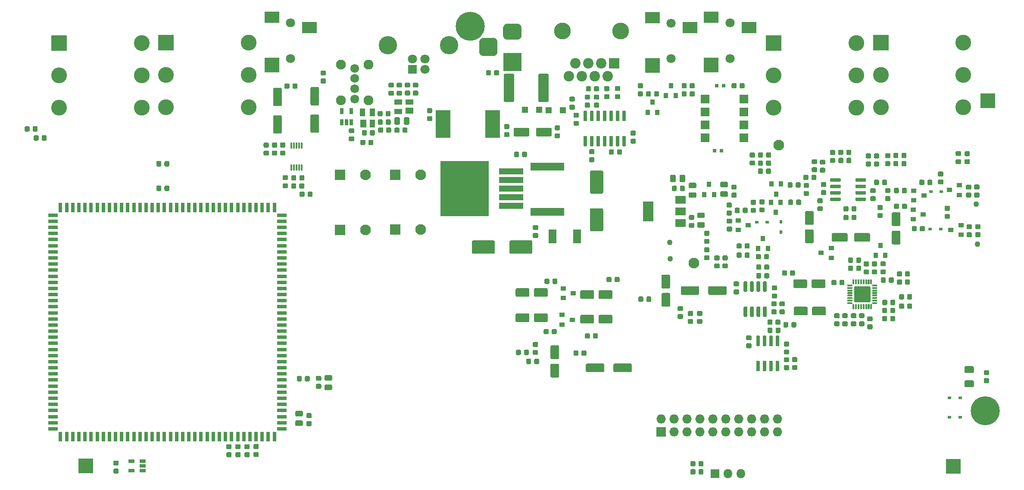
<source format=gbr>
G04 #@! TF.GenerationSoftware,KiCad,Pcbnew,5.1.5-52549c5~84~ubuntu18.04.1*
G04 #@! TF.CreationDate,2020-07-09T18:44:40+02:00*
G04 #@! TF.ProjectId,bottom-board,626f7474-6f6d-42d6-926f-6172642e6b69,rev?*
G04 #@! TF.SameCoordinates,Original*
G04 #@! TF.FileFunction,Soldermask,Top*
G04 #@! TF.FilePolarity,Negative*
%FSLAX46Y46*%
G04 Gerber Fmt 4.6, Leading zero omitted, Abs format (unit mm)*
G04 Created by KiCad (PCBNEW 5.1.5-52549c5~84~ubuntu18.04.1) date 2020-07-09 18:44:40*
%MOMM*%
%LPD*%
G04 APERTURE LIST*
%ADD10R,0.800000X1.900000*%
%ADD11R,1.900000X0.800000*%
%ADD12C,0.100000*%
%ADD13C,2.100000*%
%ADD14R,1.827200X1.827200*%
%ADD15O,1.827200X1.827200*%
%ADD16R,1.700000X1.700000*%
%ADD17R,2.100000X2.100000*%
%ADD18R,1.200000X1.200000*%
%ADD19R,1.500000X1.300000*%
%ADD20R,1.500000X1.100000*%
%ADD21R,1.100000X1.500000*%
%ADD22R,1.300000X1.500000*%
%ADD23R,0.700000X0.800000*%
%ADD24R,1.800000X1.800000*%
%ADD25C,1.800000*%
%ADD26C,3.600000*%
%ADD27R,2.900000X2.300000*%
%ADD28R,2.900000X2.900000*%
%ADD29R,4.700000X1.200000*%
%ADD30R,9.500000X10.900000*%
%ADD31R,2.100000X3.900000*%
%ADD32R,2.100000X1.600000*%
%ADD33R,1.160000X0.750000*%
%ADD34R,0.750000X1.160000*%
%ADD35R,0.900000X1.000000*%
%ADD36C,1.100000*%
%ADD37R,3.000000X3.000000*%
%ADD38R,3.000000X5.500000*%
%ADD39R,1.600000X2.800000*%
%ADD40R,0.700000X0.550000*%
%ADD41R,0.550000X0.700000*%
%ADD42C,5.700000*%
%ADD43C,1.720000*%
%ADD44C,1.950000*%
%ADD45R,3.600000X3.600000*%
%ADD46O,1.800000X1.800000*%
%ADD47R,3.100000X3.100000*%
%ADD48C,3.100000*%
%ADD49R,2.060000X2.060000*%
%ADD50C,2.060000*%
%ADD51C,3.300000*%
%ADD52R,0.350000X1.200000*%
%ADD53R,1.000000X0.900000*%
%ADD54R,6.700000X1.600000*%
G04 APERTURE END LIST*
D10*
X109500000Y-80750000D03*
X108300000Y-80750000D03*
X107100000Y-80750000D03*
X105900000Y-80750000D03*
X104700000Y-80750000D03*
X103500000Y-80750000D03*
X102300000Y-80750000D03*
X101100000Y-80750000D03*
X99900000Y-80750000D03*
X98700000Y-80750000D03*
X97500000Y-80750000D03*
X96300000Y-80750000D03*
X95100000Y-80750000D03*
X93900000Y-80750000D03*
X92700000Y-80750000D03*
X91500000Y-80750000D03*
X90300000Y-80750000D03*
X89100000Y-80750000D03*
X87900000Y-80750000D03*
X86700000Y-80750000D03*
X85500000Y-80750000D03*
X84300000Y-80750000D03*
X83100000Y-80750000D03*
X81900000Y-80750000D03*
X80700000Y-80750000D03*
X79500000Y-80750000D03*
X78300000Y-80750000D03*
X77100000Y-80750000D03*
X75900000Y-80750000D03*
X74700000Y-80750000D03*
X73500000Y-80750000D03*
X72300000Y-80750000D03*
X71100000Y-80750000D03*
X69900000Y-80750000D03*
X68700000Y-80750000D03*
X67500000Y-80750000D03*
D11*
X66000000Y-82250000D03*
X66000000Y-83450000D03*
X66000000Y-84650000D03*
X66000000Y-85850000D03*
X66000000Y-87050000D03*
X66000000Y-88250000D03*
X66000000Y-89450000D03*
X66000000Y-90650000D03*
X66000000Y-91850000D03*
X66000000Y-93050000D03*
X66000000Y-94250000D03*
X66000000Y-95450000D03*
X66000000Y-96650000D03*
X66000000Y-97850000D03*
X66000000Y-99050000D03*
X66000000Y-100250000D03*
X66000000Y-101450000D03*
X66000000Y-102650000D03*
X66000000Y-103850000D03*
X66000000Y-105050000D03*
X66000000Y-106250000D03*
X66000000Y-107450000D03*
X66000000Y-108650000D03*
X66000000Y-109850000D03*
X66000000Y-111050000D03*
X66000000Y-112250000D03*
X66000000Y-113450000D03*
X66000000Y-114650000D03*
X66000000Y-115850000D03*
X66000000Y-117050000D03*
X66000000Y-118250000D03*
X66000000Y-119450000D03*
X66000000Y-120650000D03*
X66000000Y-121850000D03*
X66000000Y-123050000D03*
X66000000Y-124250000D03*
D10*
X67500000Y-125750000D03*
X68700000Y-125750000D03*
X69900000Y-125750000D03*
X71100000Y-125750000D03*
X72300000Y-125750000D03*
X73500000Y-125750000D03*
X74700000Y-125750000D03*
X75900000Y-125750000D03*
X77100000Y-125750000D03*
X78300000Y-125750000D03*
X79500000Y-125750000D03*
X80700000Y-125750000D03*
X81900000Y-125750000D03*
X83100000Y-125750000D03*
X84300000Y-125750000D03*
X85500000Y-125750000D03*
X86700000Y-125750000D03*
X87900000Y-125750000D03*
X89100000Y-125750000D03*
X90300000Y-125750000D03*
X91500000Y-125750000D03*
X92700000Y-125750000D03*
X93900000Y-125750000D03*
X95100000Y-125750000D03*
X96300000Y-125750000D03*
X97500000Y-125750000D03*
X98700000Y-125750000D03*
X99900000Y-125750000D03*
X101100000Y-125750000D03*
X102300000Y-125750000D03*
X103500000Y-125750000D03*
X104700000Y-125750000D03*
X105900000Y-125750000D03*
X107100000Y-125750000D03*
X108300000Y-125750000D03*
X109500000Y-125750000D03*
D11*
X111000000Y-124250000D03*
X111000000Y-123050000D03*
X111000000Y-121850000D03*
X111000000Y-120650000D03*
X111000000Y-119450000D03*
X111000000Y-118250000D03*
X111000000Y-117050000D03*
X111000000Y-115850000D03*
X111000000Y-114650000D03*
X111000000Y-113450000D03*
X111000000Y-112250000D03*
X111000000Y-111050000D03*
X111000000Y-109850000D03*
X111000000Y-108650000D03*
X111000000Y-107450000D03*
X111000000Y-106250000D03*
X111000000Y-105050000D03*
X111000000Y-103850000D03*
X111000000Y-102650000D03*
X111000000Y-101450000D03*
X111000000Y-100250000D03*
X111000000Y-99050000D03*
X111000000Y-97850000D03*
X111000000Y-96650000D03*
X111000000Y-95450000D03*
X111000000Y-94250000D03*
X111000000Y-93050000D03*
X111000000Y-91850000D03*
X111000000Y-90650000D03*
X111000000Y-89450000D03*
X111000000Y-88250000D03*
X111000000Y-87050000D03*
X111000000Y-85850000D03*
X111000000Y-84650000D03*
X111000000Y-83450000D03*
X111000000Y-82250000D03*
D12*
G36*
X116255142Y-113876174D02*
G01*
X116278803Y-113879684D01*
X116302007Y-113885496D01*
X116324529Y-113893554D01*
X116346153Y-113903782D01*
X116366670Y-113916079D01*
X116385883Y-113930329D01*
X116403607Y-113946393D01*
X116419671Y-113964117D01*
X116433921Y-113983330D01*
X116446218Y-114003847D01*
X116456446Y-114025471D01*
X116464504Y-114047993D01*
X116470316Y-114071197D01*
X116473826Y-114094858D01*
X116475000Y-114118750D01*
X116475000Y-114681250D01*
X116473826Y-114705142D01*
X116470316Y-114728803D01*
X116464504Y-114752007D01*
X116456446Y-114774529D01*
X116446218Y-114796153D01*
X116433921Y-114816670D01*
X116419671Y-114835883D01*
X116403607Y-114853607D01*
X116385883Y-114869671D01*
X116366670Y-114883921D01*
X116346153Y-114896218D01*
X116324529Y-114906446D01*
X116302007Y-114914504D01*
X116278803Y-114920316D01*
X116255142Y-114923826D01*
X116231250Y-114925000D01*
X115743750Y-114925000D01*
X115719858Y-114923826D01*
X115696197Y-114920316D01*
X115672993Y-114914504D01*
X115650471Y-114906446D01*
X115628847Y-114896218D01*
X115608330Y-114883921D01*
X115589117Y-114869671D01*
X115571393Y-114853607D01*
X115555329Y-114835883D01*
X115541079Y-114816670D01*
X115528782Y-114796153D01*
X115518554Y-114774529D01*
X115510496Y-114752007D01*
X115504684Y-114728803D01*
X115501174Y-114705142D01*
X115500000Y-114681250D01*
X115500000Y-114118750D01*
X115501174Y-114094858D01*
X115504684Y-114071197D01*
X115510496Y-114047993D01*
X115518554Y-114025471D01*
X115528782Y-114003847D01*
X115541079Y-113983330D01*
X115555329Y-113964117D01*
X115571393Y-113946393D01*
X115589117Y-113930329D01*
X115608330Y-113916079D01*
X115628847Y-113903782D01*
X115650471Y-113893554D01*
X115672993Y-113885496D01*
X115696197Y-113879684D01*
X115719858Y-113876174D01*
X115743750Y-113875000D01*
X116231250Y-113875000D01*
X116255142Y-113876174D01*
G37*
G36*
X114680142Y-113876174D02*
G01*
X114703803Y-113879684D01*
X114727007Y-113885496D01*
X114749529Y-113893554D01*
X114771153Y-113903782D01*
X114791670Y-113916079D01*
X114810883Y-113930329D01*
X114828607Y-113946393D01*
X114844671Y-113964117D01*
X114858921Y-113983330D01*
X114871218Y-114003847D01*
X114881446Y-114025471D01*
X114889504Y-114047993D01*
X114895316Y-114071197D01*
X114898826Y-114094858D01*
X114900000Y-114118750D01*
X114900000Y-114681250D01*
X114898826Y-114705142D01*
X114895316Y-114728803D01*
X114889504Y-114752007D01*
X114881446Y-114774529D01*
X114871218Y-114796153D01*
X114858921Y-114816670D01*
X114844671Y-114835883D01*
X114828607Y-114853607D01*
X114810883Y-114869671D01*
X114791670Y-114883921D01*
X114771153Y-114896218D01*
X114749529Y-114906446D01*
X114727007Y-114914504D01*
X114703803Y-114920316D01*
X114680142Y-114923826D01*
X114656250Y-114925000D01*
X114168750Y-114925000D01*
X114144858Y-114923826D01*
X114121197Y-114920316D01*
X114097993Y-114914504D01*
X114075471Y-114906446D01*
X114053847Y-114896218D01*
X114033330Y-114883921D01*
X114014117Y-114869671D01*
X113996393Y-114853607D01*
X113980329Y-114835883D01*
X113966079Y-114816670D01*
X113953782Y-114796153D01*
X113943554Y-114774529D01*
X113935496Y-114752007D01*
X113929684Y-114728803D01*
X113926174Y-114705142D01*
X113925000Y-114681250D01*
X113925000Y-114118750D01*
X113926174Y-114094858D01*
X113929684Y-114071197D01*
X113935496Y-114047993D01*
X113943554Y-114025471D01*
X113953782Y-114003847D01*
X113966079Y-113983330D01*
X113980329Y-113964117D01*
X113996393Y-113946393D01*
X114014117Y-113930329D01*
X114033330Y-113916079D01*
X114053847Y-113903782D01*
X114075471Y-113893554D01*
X114097993Y-113885496D01*
X114121197Y-113879684D01*
X114144858Y-113876174D01*
X114168750Y-113875000D01*
X114656250Y-113875000D01*
X114680142Y-113876174D01*
G37*
D13*
X208570000Y-68460000D03*
D14*
X185510000Y-124890000D03*
D15*
X185510000Y-122350000D03*
X188050000Y-124890000D03*
X188050000Y-122350000D03*
X190590000Y-124890000D03*
X190590000Y-122350000D03*
X193130000Y-124890000D03*
X193130000Y-122350000D03*
X195670000Y-124890000D03*
X195670000Y-122350000D03*
X198210000Y-124890000D03*
X198210000Y-122350000D03*
X200750000Y-124890000D03*
X200750000Y-122350000D03*
X203290000Y-124890000D03*
X203290000Y-122350000D03*
X205830000Y-124890000D03*
X205830000Y-122350000D03*
X208370000Y-124890000D03*
X208370000Y-122350000D03*
D16*
X194140000Y-59390000D03*
X201760000Y-67010000D03*
X194140000Y-61930000D03*
X201760000Y-64470000D03*
X194140000Y-64470000D03*
X201760000Y-61930000D03*
X194140000Y-67010000D03*
X201760000Y-59390000D03*
D12*
G36*
X215210411Y-85051279D02*
G01*
X215236196Y-85055104D01*
X215261482Y-85061438D01*
X215286025Y-85070219D01*
X215309590Y-85081365D01*
X215331948Y-85094766D01*
X215352886Y-85110294D01*
X215372200Y-85127800D01*
X215389706Y-85147114D01*
X215405234Y-85168052D01*
X215418635Y-85190410D01*
X215429781Y-85213975D01*
X215438562Y-85238518D01*
X215444896Y-85263804D01*
X215448721Y-85289589D01*
X215450000Y-85315625D01*
X215450000Y-87484375D01*
X215448721Y-87510411D01*
X215444896Y-87536196D01*
X215438562Y-87561482D01*
X215429781Y-87586025D01*
X215418635Y-87609590D01*
X215405234Y-87631948D01*
X215389706Y-87652886D01*
X215372200Y-87672200D01*
X215352886Y-87689706D01*
X215331948Y-87705234D01*
X215309590Y-87718635D01*
X215286025Y-87729781D01*
X215261482Y-87738562D01*
X215236196Y-87744896D01*
X215210411Y-87748721D01*
X215184375Y-87750000D01*
X214015625Y-87750000D01*
X213989589Y-87748721D01*
X213963804Y-87744896D01*
X213938518Y-87738562D01*
X213913975Y-87729781D01*
X213890410Y-87718635D01*
X213868052Y-87705234D01*
X213847114Y-87689706D01*
X213827800Y-87672200D01*
X213810294Y-87652886D01*
X213794766Y-87631948D01*
X213781365Y-87609590D01*
X213770219Y-87586025D01*
X213761438Y-87561482D01*
X213755104Y-87536196D01*
X213751279Y-87510411D01*
X213750000Y-87484375D01*
X213750000Y-85315625D01*
X213751279Y-85289589D01*
X213755104Y-85263804D01*
X213761438Y-85238518D01*
X213770219Y-85213975D01*
X213781365Y-85190410D01*
X213794766Y-85168052D01*
X213810294Y-85147114D01*
X213827800Y-85127800D01*
X213847114Y-85110294D01*
X213868052Y-85094766D01*
X213890410Y-85081365D01*
X213913975Y-85070219D01*
X213938518Y-85061438D01*
X213963804Y-85055104D01*
X213989589Y-85051279D01*
X214015625Y-85050000D01*
X215184375Y-85050000D01*
X215210411Y-85051279D01*
G37*
G36*
X215210411Y-81451279D02*
G01*
X215236196Y-81455104D01*
X215261482Y-81461438D01*
X215286025Y-81470219D01*
X215309590Y-81481365D01*
X215331948Y-81494766D01*
X215352886Y-81510294D01*
X215372200Y-81527800D01*
X215389706Y-81547114D01*
X215405234Y-81568052D01*
X215418635Y-81590410D01*
X215429781Y-81613975D01*
X215438562Y-81638518D01*
X215444896Y-81663804D01*
X215448721Y-81689589D01*
X215450000Y-81715625D01*
X215450000Y-83884375D01*
X215448721Y-83910411D01*
X215444896Y-83936196D01*
X215438562Y-83961482D01*
X215429781Y-83986025D01*
X215418635Y-84009590D01*
X215405234Y-84031948D01*
X215389706Y-84052886D01*
X215372200Y-84072200D01*
X215352886Y-84089706D01*
X215331948Y-84105234D01*
X215309590Y-84118635D01*
X215286025Y-84129781D01*
X215261482Y-84138562D01*
X215236196Y-84144896D01*
X215210411Y-84148721D01*
X215184375Y-84150000D01*
X214015625Y-84150000D01*
X213989589Y-84148721D01*
X213963804Y-84144896D01*
X213938518Y-84138562D01*
X213913975Y-84129781D01*
X213890410Y-84118635D01*
X213868052Y-84105234D01*
X213847114Y-84089706D01*
X213827800Y-84072200D01*
X213810294Y-84052886D01*
X213794766Y-84031948D01*
X213781365Y-84009590D01*
X213770219Y-83986025D01*
X213761438Y-83961482D01*
X213755104Y-83936196D01*
X213751279Y-83910411D01*
X213750000Y-83884375D01*
X213750000Y-81715625D01*
X213751279Y-81689589D01*
X213755104Y-81663804D01*
X213761438Y-81638518D01*
X213770219Y-81613975D01*
X213781365Y-81590410D01*
X213794766Y-81568052D01*
X213810294Y-81547114D01*
X213827800Y-81527800D01*
X213847114Y-81510294D01*
X213868052Y-81494766D01*
X213890410Y-81481365D01*
X213913975Y-81470219D01*
X213938518Y-81461438D01*
X213963804Y-81455104D01*
X213989589Y-81451279D01*
X214015625Y-81450000D01*
X215184375Y-81450000D01*
X215210411Y-81451279D01*
G37*
D13*
X138250000Y-74350000D03*
D17*
X133250000Y-74350000D03*
D12*
G36*
X124965142Y-65163674D02*
G01*
X124988803Y-65167184D01*
X125012007Y-65172996D01*
X125034529Y-65181054D01*
X125056153Y-65191282D01*
X125076670Y-65203579D01*
X125095883Y-65217829D01*
X125113607Y-65233893D01*
X125129671Y-65251617D01*
X125143921Y-65270830D01*
X125156218Y-65291347D01*
X125166446Y-65312971D01*
X125174504Y-65335493D01*
X125180316Y-65358697D01*
X125183826Y-65382358D01*
X125185000Y-65406250D01*
X125185000Y-65893750D01*
X125183826Y-65917642D01*
X125180316Y-65941303D01*
X125174504Y-65964507D01*
X125166446Y-65987029D01*
X125156218Y-66008653D01*
X125143921Y-66029170D01*
X125129671Y-66048383D01*
X125113607Y-66066107D01*
X125095883Y-66082171D01*
X125076670Y-66096421D01*
X125056153Y-66108718D01*
X125034529Y-66118946D01*
X125012007Y-66127004D01*
X124988803Y-66132816D01*
X124965142Y-66136326D01*
X124941250Y-66137500D01*
X124378750Y-66137500D01*
X124354858Y-66136326D01*
X124331197Y-66132816D01*
X124307993Y-66127004D01*
X124285471Y-66118946D01*
X124263847Y-66108718D01*
X124243330Y-66096421D01*
X124224117Y-66082171D01*
X124206393Y-66066107D01*
X124190329Y-66048383D01*
X124176079Y-66029170D01*
X124163782Y-66008653D01*
X124153554Y-65987029D01*
X124145496Y-65964507D01*
X124139684Y-65941303D01*
X124136174Y-65917642D01*
X124135000Y-65893750D01*
X124135000Y-65406250D01*
X124136174Y-65382358D01*
X124139684Y-65358697D01*
X124145496Y-65335493D01*
X124153554Y-65312971D01*
X124163782Y-65291347D01*
X124176079Y-65270830D01*
X124190329Y-65251617D01*
X124206393Y-65233893D01*
X124224117Y-65217829D01*
X124243330Y-65203579D01*
X124263847Y-65191282D01*
X124285471Y-65181054D01*
X124307993Y-65172996D01*
X124331197Y-65167184D01*
X124354858Y-65163674D01*
X124378750Y-65162500D01*
X124941250Y-65162500D01*
X124965142Y-65163674D01*
G37*
G36*
X124965142Y-66738674D02*
G01*
X124988803Y-66742184D01*
X125012007Y-66747996D01*
X125034529Y-66756054D01*
X125056153Y-66766282D01*
X125076670Y-66778579D01*
X125095883Y-66792829D01*
X125113607Y-66808893D01*
X125129671Y-66826617D01*
X125143921Y-66845830D01*
X125156218Y-66866347D01*
X125166446Y-66887971D01*
X125174504Y-66910493D01*
X125180316Y-66933697D01*
X125183826Y-66957358D01*
X125185000Y-66981250D01*
X125185000Y-67468750D01*
X125183826Y-67492642D01*
X125180316Y-67516303D01*
X125174504Y-67539507D01*
X125166446Y-67562029D01*
X125156218Y-67583653D01*
X125143921Y-67604170D01*
X125129671Y-67623383D01*
X125113607Y-67641107D01*
X125095883Y-67657171D01*
X125076670Y-67671421D01*
X125056153Y-67683718D01*
X125034529Y-67693946D01*
X125012007Y-67702004D01*
X124988803Y-67707816D01*
X124965142Y-67711326D01*
X124941250Y-67712500D01*
X124378750Y-67712500D01*
X124354858Y-67711326D01*
X124331197Y-67707816D01*
X124307993Y-67702004D01*
X124285471Y-67693946D01*
X124263847Y-67683718D01*
X124243330Y-67671421D01*
X124224117Y-67657171D01*
X124206393Y-67641107D01*
X124190329Y-67623383D01*
X124176079Y-67604170D01*
X124163782Y-67583653D01*
X124153554Y-67562029D01*
X124145496Y-67539507D01*
X124139684Y-67516303D01*
X124136174Y-67492642D01*
X124135000Y-67468750D01*
X124135000Y-66981250D01*
X124136174Y-66957358D01*
X124139684Y-66933697D01*
X124145496Y-66910493D01*
X124153554Y-66887971D01*
X124163782Y-66866347D01*
X124176079Y-66845830D01*
X124190329Y-66826617D01*
X124206393Y-66808893D01*
X124224117Y-66792829D01*
X124243330Y-66778579D01*
X124263847Y-66766282D01*
X124285471Y-66756054D01*
X124307993Y-66747996D01*
X124331197Y-66742184D01*
X124354858Y-66738674D01*
X124378750Y-66737500D01*
X124941250Y-66737500D01*
X124965142Y-66738674D01*
G37*
G36*
X159965484Y-87221252D02*
G01*
X159990723Y-87224996D01*
X160015474Y-87231196D01*
X160039498Y-87239791D01*
X160062563Y-87250700D01*
X160084448Y-87263818D01*
X160104942Y-87279017D01*
X160123848Y-87296152D01*
X160140983Y-87315058D01*
X160156182Y-87335552D01*
X160169300Y-87357437D01*
X160180209Y-87380502D01*
X160188804Y-87404526D01*
X160195004Y-87429277D01*
X160198748Y-87454516D01*
X160200000Y-87480000D01*
X160200000Y-89560000D01*
X160198748Y-89585484D01*
X160195004Y-89610723D01*
X160188804Y-89635474D01*
X160180209Y-89659498D01*
X160169300Y-89682563D01*
X160156182Y-89704448D01*
X160140983Y-89724942D01*
X160123848Y-89743848D01*
X160104942Y-89760983D01*
X160084448Y-89776182D01*
X160062563Y-89789300D01*
X160039498Y-89800209D01*
X160015474Y-89808804D01*
X159990723Y-89815004D01*
X159965484Y-89818748D01*
X159940000Y-89820000D01*
X155960000Y-89820000D01*
X155934516Y-89818748D01*
X155909277Y-89815004D01*
X155884526Y-89808804D01*
X155860502Y-89800209D01*
X155837437Y-89789300D01*
X155815552Y-89776182D01*
X155795058Y-89760983D01*
X155776152Y-89743848D01*
X155759017Y-89724942D01*
X155743818Y-89704448D01*
X155730700Y-89682563D01*
X155719791Y-89659498D01*
X155711196Y-89635474D01*
X155704996Y-89610723D01*
X155701252Y-89585484D01*
X155700000Y-89560000D01*
X155700000Y-87480000D01*
X155701252Y-87454516D01*
X155704996Y-87429277D01*
X155711196Y-87404526D01*
X155719791Y-87380502D01*
X155730700Y-87357437D01*
X155743818Y-87335552D01*
X155759017Y-87315058D01*
X155776152Y-87296152D01*
X155795058Y-87279017D01*
X155815552Y-87263818D01*
X155837437Y-87250700D01*
X155860502Y-87239791D01*
X155884526Y-87231196D01*
X155909277Y-87224996D01*
X155934516Y-87221252D01*
X155960000Y-87220000D01*
X159940000Y-87220000D01*
X159965484Y-87221252D01*
G37*
G36*
X152565484Y-87221252D02*
G01*
X152590723Y-87224996D01*
X152615474Y-87231196D01*
X152639498Y-87239791D01*
X152662563Y-87250700D01*
X152684448Y-87263818D01*
X152704942Y-87279017D01*
X152723848Y-87296152D01*
X152740983Y-87315058D01*
X152756182Y-87335552D01*
X152769300Y-87357437D01*
X152780209Y-87380502D01*
X152788804Y-87404526D01*
X152795004Y-87429277D01*
X152798748Y-87454516D01*
X152800000Y-87480000D01*
X152800000Y-89560000D01*
X152798748Y-89585484D01*
X152795004Y-89610723D01*
X152788804Y-89635474D01*
X152780209Y-89659498D01*
X152769300Y-89682563D01*
X152756182Y-89704448D01*
X152740983Y-89724942D01*
X152723848Y-89743848D01*
X152704942Y-89760983D01*
X152684448Y-89776182D01*
X152662563Y-89789300D01*
X152639498Y-89800209D01*
X152615474Y-89808804D01*
X152590723Y-89815004D01*
X152565484Y-89818748D01*
X152540000Y-89820000D01*
X148560000Y-89820000D01*
X148534516Y-89818748D01*
X148509277Y-89815004D01*
X148484526Y-89808804D01*
X148460502Y-89800209D01*
X148437437Y-89789300D01*
X148415552Y-89776182D01*
X148395058Y-89760983D01*
X148376152Y-89743848D01*
X148359017Y-89724942D01*
X148343818Y-89704448D01*
X148330700Y-89682563D01*
X148319791Y-89659498D01*
X148311196Y-89635474D01*
X148304996Y-89610723D01*
X148301252Y-89585484D01*
X148300000Y-89560000D01*
X148300000Y-87480000D01*
X148301252Y-87454516D01*
X148304996Y-87429277D01*
X148311196Y-87404526D01*
X148319791Y-87380502D01*
X148330700Y-87357437D01*
X148343818Y-87335552D01*
X148359017Y-87315058D01*
X148376152Y-87296152D01*
X148395058Y-87279017D01*
X148415552Y-87263818D01*
X148437437Y-87250700D01*
X148460502Y-87239791D01*
X148484526Y-87231196D01*
X148509277Y-87224996D01*
X148534516Y-87221252D01*
X148560000Y-87220000D01*
X152540000Y-87220000D01*
X152565484Y-87221252D01*
G37*
G36*
X193827592Y-81738794D02*
G01*
X193853681Y-81742664D01*
X193879264Y-81749072D01*
X193904096Y-81757957D01*
X193927938Y-81769234D01*
X193950560Y-81782793D01*
X193971743Y-81798503D01*
X193991285Y-81816215D01*
X194008997Y-81835757D01*
X194024707Y-81856940D01*
X194038266Y-81879562D01*
X194049543Y-81903404D01*
X194058428Y-81928236D01*
X194064836Y-81953819D01*
X194068706Y-81979908D01*
X194070000Y-82006250D01*
X194070000Y-82543750D01*
X194068706Y-82570092D01*
X194064836Y-82596181D01*
X194058428Y-82621764D01*
X194049543Y-82646596D01*
X194038266Y-82670438D01*
X194024707Y-82693060D01*
X194008997Y-82714243D01*
X193991285Y-82733785D01*
X193971743Y-82751497D01*
X193950560Y-82767207D01*
X193927938Y-82780766D01*
X193904096Y-82792043D01*
X193879264Y-82800928D01*
X193853681Y-82807336D01*
X193827592Y-82811206D01*
X193801250Y-82812500D01*
X192838750Y-82812500D01*
X192812408Y-82811206D01*
X192786319Y-82807336D01*
X192760736Y-82800928D01*
X192735904Y-82792043D01*
X192712062Y-82780766D01*
X192689440Y-82767207D01*
X192668257Y-82751497D01*
X192648715Y-82733785D01*
X192631003Y-82714243D01*
X192615293Y-82693060D01*
X192601734Y-82670438D01*
X192590457Y-82646596D01*
X192581572Y-82621764D01*
X192575164Y-82596181D01*
X192571294Y-82570092D01*
X192570000Y-82543750D01*
X192570000Y-82006250D01*
X192571294Y-81979908D01*
X192575164Y-81953819D01*
X192581572Y-81928236D01*
X192590457Y-81903404D01*
X192601734Y-81879562D01*
X192615293Y-81856940D01*
X192631003Y-81835757D01*
X192648715Y-81816215D01*
X192668257Y-81798503D01*
X192689440Y-81782793D01*
X192712062Y-81769234D01*
X192735904Y-81757957D01*
X192760736Y-81749072D01*
X192786319Y-81742664D01*
X192812408Y-81738794D01*
X192838750Y-81737500D01*
X193801250Y-81737500D01*
X193827592Y-81738794D01*
G37*
G36*
X193827592Y-83613794D02*
G01*
X193853681Y-83617664D01*
X193879264Y-83624072D01*
X193904096Y-83632957D01*
X193927938Y-83644234D01*
X193950560Y-83657793D01*
X193971743Y-83673503D01*
X193991285Y-83691215D01*
X194008997Y-83710757D01*
X194024707Y-83731940D01*
X194038266Y-83754562D01*
X194049543Y-83778404D01*
X194058428Y-83803236D01*
X194064836Y-83828819D01*
X194068706Y-83854908D01*
X194070000Y-83881250D01*
X194070000Y-84418750D01*
X194068706Y-84445092D01*
X194064836Y-84471181D01*
X194058428Y-84496764D01*
X194049543Y-84521596D01*
X194038266Y-84545438D01*
X194024707Y-84568060D01*
X194008997Y-84589243D01*
X193991285Y-84608785D01*
X193971743Y-84626497D01*
X193950560Y-84642207D01*
X193927938Y-84655766D01*
X193904096Y-84667043D01*
X193879264Y-84675928D01*
X193853681Y-84682336D01*
X193827592Y-84686206D01*
X193801250Y-84687500D01*
X192838750Y-84687500D01*
X192812408Y-84686206D01*
X192786319Y-84682336D01*
X192760736Y-84675928D01*
X192735904Y-84667043D01*
X192712062Y-84655766D01*
X192689440Y-84642207D01*
X192668257Y-84626497D01*
X192648715Y-84608785D01*
X192631003Y-84589243D01*
X192615293Y-84568060D01*
X192601734Y-84545438D01*
X192590457Y-84521596D01*
X192581572Y-84496764D01*
X192575164Y-84471181D01*
X192571294Y-84445092D01*
X192570000Y-84418750D01*
X192570000Y-83881250D01*
X192571294Y-83854908D01*
X192575164Y-83828819D01*
X192581572Y-83803236D01*
X192590457Y-83778404D01*
X192601734Y-83754562D01*
X192615293Y-83731940D01*
X192631003Y-83710757D01*
X192648715Y-83691215D01*
X192668257Y-83673503D01*
X192689440Y-83657793D01*
X192712062Y-83644234D01*
X192735904Y-83632957D01*
X192760736Y-83624072D01*
X192786319Y-83617664D01*
X192812408Y-83613794D01*
X192838750Y-83612500D01*
X193801250Y-83612500D01*
X193827592Y-83613794D01*
G37*
G36*
X140305142Y-61188674D02*
G01*
X140328803Y-61192184D01*
X140352007Y-61197996D01*
X140374529Y-61206054D01*
X140396153Y-61216282D01*
X140416670Y-61228579D01*
X140435883Y-61242829D01*
X140453607Y-61258893D01*
X140469671Y-61276617D01*
X140483921Y-61295830D01*
X140496218Y-61316347D01*
X140506446Y-61337971D01*
X140514504Y-61360493D01*
X140520316Y-61383697D01*
X140523826Y-61407358D01*
X140525000Y-61431250D01*
X140525000Y-61918750D01*
X140523826Y-61942642D01*
X140520316Y-61966303D01*
X140514504Y-61989507D01*
X140506446Y-62012029D01*
X140496218Y-62033653D01*
X140483921Y-62054170D01*
X140469671Y-62073383D01*
X140453607Y-62091107D01*
X140435883Y-62107171D01*
X140416670Y-62121421D01*
X140396153Y-62133718D01*
X140374529Y-62143946D01*
X140352007Y-62152004D01*
X140328803Y-62157816D01*
X140305142Y-62161326D01*
X140281250Y-62162500D01*
X139718750Y-62162500D01*
X139694858Y-62161326D01*
X139671197Y-62157816D01*
X139647993Y-62152004D01*
X139625471Y-62143946D01*
X139603847Y-62133718D01*
X139583330Y-62121421D01*
X139564117Y-62107171D01*
X139546393Y-62091107D01*
X139530329Y-62073383D01*
X139516079Y-62054170D01*
X139503782Y-62033653D01*
X139493554Y-62012029D01*
X139485496Y-61989507D01*
X139479684Y-61966303D01*
X139476174Y-61942642D01*
X139475000Y-61918750D01*
X139475000Y-61431250D01*
X139476174Y-61407358D01*
X139479684Y-61383697D01*
X139485496Y-61360493D01*
X139493554Y-61337971D01*
X139503782Y-61316347D01*
X139516079Y-61295830D01*
X139530329Y-61276617D01*
X139546393Y-61258893D01*
X139564117Y-61242829D01*
X139583330Y-61228579D01*
X139603847Y-61216282D01*
X139625471Y-61206054D01*
X139647993Y-61197996D01*
X139671197Y-61192184D01*
X139694858Y-61188674D01*
X139718750Y-61187500D01*
X140281250Y-61187500D01*
X140305142Y-61188674D01*
G37*
G36*
X140305142Y-62763674D02*
G01*
X140328803Y-62767184D01*
X140352007Y-62772996D01*
X140374529Y-62781054D01*
X140396153Y-62791282D01*
X140416670Y-62803579D01*
X140435883Y-62817829D01*
X140453607Y-62833893D01*
X140469671Y-62851617D01*
X140483921Y-62870830D01*
X140496218Y-62891347D01*
X140506446Y-62912971D01*
X140514504Y-62935493D01*
X140520316Y-62958697D01*
X140523826Y-62982358D01*
X140525000Y-63006250D01*
X140525000Y-63493750D01*
X140523826Y-63517642D01*
X140520316Y-63541303D01*
X140514504Y-63564507D01*
X140506446Y-63587029D01*
X140496218Y-63608653D01*
X140483921Y-63629170D01*
X140469671Y-63648383D01*
X140453607Y-63666107D01*
X140435883Y-63682171D01*
X140416670Y-63696421D01*
X140396153Y-63708718D01*
X140374529Y-63718946D01*
X140352007Y-63727004D01*
X140328803Y-63732816D01*
X140305142Y-63736326D01*
X140281250Y-63737500D01*
X139718750Y-63737500D01*
X139694858Y-63736326D01*
X139671197Y-63732816D01*
X139647993Y-63727004D01*
X139625471Y-63718946D01*
X139603847Y-63708718D01*
X139583330Y-63696421D01*
X139564117Y-63682171D01*
X139546393Y-63666107D01*
X139530329Y-63648383D01*
X139516079Y-63629170D01*
X139503782Y-63608653D01*
X139493554Y-63587029D01*
X139485496Y-63564507D01*
X139479684Y-63541303D01*
X139476174Y-63517642D01*
X139475000Y-63493750D01*
X139475000Y-63006250D01*
X139476174Y-62982358D01*
X139479684Y-62958697D01*
X139485496Y-62935493D01*
X139493554Y-62912971D01*
X139503782Y-62891347D01*
X139516079Y-62870830D01*
X139530329Y-62851617D01*
X139546393Y-62833893D01*
X139564117Y-62817829D01*
X139583330Y-62803579D01*
X139603847Y-62791282D01*
X139625471Y-62781054D01*
X139647993Y-62772996D01*
X139671197Y-62767184D01*
X139694858Y-62763674D01*
X139718750Y-62762500D01*
X140281250Y-62762500D01*
X140305142Y-62763674D01*
G37*
G36*
X155455142Y-65913674D02*
G01*
X155478803Y-65917184D01*
X155502007Y-65922996D01*
X155524529Y-65931054D01*
X155546153Y-65941282D01*
X155566670Y-65953579D01*
X155585883Y-65967829D01*
X155603607Y-65983893D01*
X155619671Y-66001617D01*
X155633921Y-66020830D01*
X155646218Y-66041347D01*
X155656446Y-66062971D01*
X155664504Y-66085493D01*
X155670316Y-66108697D01*
X155673826Y-66132358D01*
X155675000Y-66156250D01*
X155675000Y-66643750D01*
X155673826Y-66667642D01*
X155670316Y-66691303D01*
X155664504Y-66714507D01*
X155656446Y-66737029D01*
X155646218Y-66758653D01*
X155633921Y-66779170D01*
X155619671Y-66798383D01*
X155603607Y-66816107D01*
X155585883Y-66832171D01*
X155566670Y-66846421D01*
X155546153Y-66858718D01*
X155524529Y-66868946D01*
X155502007Y-66877004D01*
X155478803Y-66882816D01*
X155455142Y-66886326D01*
X155431250Y-66887500D01*
X154868750Y-66887500D01*
X154844858Y-66886326D01*
X154821197Y-66882816D01*
X154797993Y-66877004D01*
X154775471Y-66868946D01*
X154753847Y-66858718D01*
X154733330Y-66846421D01*
X154714117Y-66832171D01*
X154696393Y-66816107D01*
X154680329Y-66798383D01*
X154666079Y-66779170D01*
X154653782Y-66758653D01*
X154643554Y-66737029D01*
X154635496Y-66714507D01*
X154629684Y-66691303D01*
X154626174Y-66667642D01*
X154625000Y-66643750D01*
X154625000Y-66156250D01*
X154626174Y-66132358D01*
X154629684Y-66108697D01*
X154635496Y-66085493D01*
X154643554Y-66062971D01*
X154653782Y-66041347D01*
X154666079Y-66020830D01*
X154680329Y-66001617D01*
X154696393Y-65983893D01*
X154714117Y-65967829D01*
X154733330Y-65953579D01*
X154753847Y-65941282D01*
X154775471Y-65931054D01*
X154797993Y-65922996D01*
X154821197Y-65917184D01*
X154844858Y-65913674D01*
X154868750Y-65912500D01*
X155431250Y-65912500D01*
X155455142Y-65913674D01*
G37*
G36*
X155455142Y-64338674D02*
G01*
X155478803Y-64342184D01*
X155502007Y-64347996D01*
X155524529Y-64356054D01*
X155546153Y-64366282D01*
X155566670Y-64378579D01*
X155585883Y-64392829D01*
X155603607Y-64408893D01*
X155619671Y-64426617D01*
X155633921Y-64445830D01*
X155646218Y-64466347D01*
X155656446Y-64487971D01*
X155664504Y-64510493D01*
X155670316Y-64533697D01*
X155673826Y-64557358D01*
X155675000Y-64581250D01*
X155675000Y-65068750D01*
X155673826Y-65092642D01*
X155670316Y-65116303D01*
X155664504Y-65139507D01*
X155656446Y-65162029D01*
X155646218Y-65183653D01*
X155633921Y-65204170D01*
X155619671Y-65223383D01*
X155603607Y-65241107D01*
X155585883Y-65257171D01*
X155566670Y-65271421D01*
X155546153Y-65283718D01*
X155524529Y-65293946D01*
X155502007Y-65302004D01*
X155478803Y-65307816D01*
X155455142Y-65311326D01*
X155431250Y-65312500D01*
X154868750Y-65312500D01*
X154844858Y-65311326D01*
X154821197Y-65307816D01*
X154797993Y-65302004D01*
X154775471Y-65293946D01*
X154753847Y-65283718D01*
X154733330Y-65271421D01*
X154714117Y-65257171D01*
X154696393Y-65241107D01*
X154680329Y-65223383D01*
X154666079Y-65204170D01*
X154653782Y-65183653D01*
X154643554Y-65162029D01*
X154635496Y-65139507D01*
X154629684Y-65116303D01*
X154626174Y-65092642D01*
X154625000Y-65068750D01*
X154625000Y-64581250D01*
X154626174Y-64557358D01*
X154629684Y-64533697D01*
X154635496Y-64510493D01*
X154643554Y-64487971D01*
X154653782Y-64466347D01*
X154666079Y-64445830D01*
X154680329Y-64426617D01*
X154696393Y-64408893D01*
X154714117Y-64392829D01*
X154733330Y-64378579D01*
X154753847Y-64366282D01*
X154775471Y-64356054D01*
X154797993Y-64347996D01*
X154821197Y-64342184D01*
X154844858Y-64338674D01*
X154868750Y-64337500D01*
X155431250Y-64337500D01*
X155455142Y-64338674D01*
G37*
G36*
X161115142Y-85751174D02*
G01*
X161138803Y-85754684D01*
X161162007Y-85760496D01*
X161184529Y-85768554D01*
X161206153Y-85778782D01*
X161226670Y-85791079D01*
X161245883Y-85805329D01*
X161263607Y-85821393D01*
X161279671Y-85839117D01*
X161293921Y-85858330D01*
X161306218Y-85878847D01*
X161316446Y-85900471D01*
X161324504Y-85922993D01*
X161330316Y-85946197D01*
X161333826Y-85969858D01*
X161335000Y-85993750D01*
X161335000Y-86481250D01*
X161333826Y-86505142D01*
X161330316Y-86528803D01*
X161324504Y-86552007D01*
X161316446Y-86574529D01*
X161306218Y-86596153D01*
X161293921Y-86616670D01*
X161279671Y-86635883D01*
X161263607Y-86653607D01*
X161245883Y-86669671D01*
X161226670Y-86683921D01*
X161206153Y-86696218D01*
X161184529Y-86706446D01*
X161162007Y-86714504D01*
X161138803Y-86720316D01*
X161115142Y-86723826D01*
X161091250Y-86725000D01*
X160528750Y-86725000D01*
X160504858Y-86723826D01*
X160481197Y-86720316D01*
X160457993Y-86714504D01*
X160435471Y-86706446D01*
X160413847Y-86696218D01*
X160393330Y-86683921D01*
X160374117Y-86669671D01*
X160356393Y-86653607D01*
X160340329Y-86635883D01*
X160326079Y-86616670D01*
X160313782Y-86596153D01*
X160303554Y-86574529D01*
X160295496Y-86552007D01*
X160289684Y-86528803D01*
X160286174Y-86505142D01*
X160285000Y-86481250D01*
X160285000Y-85993750D01*
X160286174Y-85969858D01*
X160289684Y-85946197D01*
X160295496Y-85922993D01*
X160303554Y-85900471D01*
X160313782Y-85878847D01*
X160326079Y-85858330D01*
X160340329Y-85839117D01*
X160356393Y-85821393D01*
X160374117Y-85805329D01*
X160393330Y-85791079D01*
X160413847Y-85778782D01*
X160435471Y-85768554D01*
X160457993Y-85760496D01*
X160481197Y-85754684D01*
X160504858Y-85751174D01*
X160528750Y-85750000D01*
X161091250Y-85750000D01*
X161115142Y-85751174D01*
G37*
G36*
X161115142Y-84176174D02*
G01*
X161138803Y-84179684D01*
X161162007Y-84185496D01*
X161184529Y-84193554D01*
X161206153Y-84203782D01*
X161226670Y-84216079D01*
X161245883Y-84230329D01*
X161263607Y-84246393D01*
X161279671Y-84264117D01*
X161293921Y-84283330D01*
X161306218Y-84303847D01*
X161316446Y-84325471D01*
X161324504Y-84347993D01*
X161330316Y-84371197D01*
X161333826Y-84394858D01*
X161335000Y-84418750D01*
X161335000Y-84906250D01*
X161333826Y-84930142D01*
X161330316Y-84953803D01*
X161324504Y-84977007D01*
X161316446Y-84999529D01*
X161306218Y-85021153D01*
X161293921Y-85041670D01*
X161279671Y-85060883D01*
X161263607Y-85078607D01*
X161245883Y-85094671D01*
X161226670Y-85108921D01*
X161206153Y-85121218D01*
X161184529Y-85131446D01*
X161162007Y-85139504D01*
X161138803Y-85145316D01*
X161115142Y-85148826D01*
X161091250Y-85150000D01*
X160528750Y-85150000D01*
X160504858Y-85148826D01*
X160481197Y-85145316D01*
X160457993Y-85139504D01*
X160435471Y-85131446D01*
X160413847Y-85121218D01*
X160393330Y-85108921D01*
X160374117Y-85094671D01*
X160356393Y-85078607D01*
X160340329Y-85060883D01*
X160326079Y-85041670D01*
X160313782Y-85021153D01*
X160303554Y-84999529D01*
X160295496Y-84977007D01*
X160289684Y-84953803D01*
X160286174Y-84930142D01*
X160285000Y-84906250D01*
X160285000Y-84418750D01*
X160286174Y-84394858D01*
X160289684Y-84371197D01*
X160295496Y-84347993D01*
X160303554Y-84325471D01*
X160313782Y-84303847D01*
X160326079Y-84283330D01*
X160340329Y-84264117D01*
X160356393Y-84246393D01*
X160374117Y-84230329D01*
X160393330Y-84216079D01*
X160413847Y-84203782D01*
X160435471Y-84193554D01*
X160457993Y-84185496D01*
X160481197Y-84179684D01*
X160504858Y-84176174D01*
X160528750Y-84175000D01*
X161091250Y-84175000D01*
X161115142Y-84176174D01*
G37*
G36*
X157342642Y-69776174D02*
G01*
X157366303Y-69779684D01*
X157389507Y-69785496D01*
X157412029Y-69793554D01*
X157433653Y-69803782D01*
X157454170Y-69816079D01*
X157473383Y-69830329D01*
X157491107Y-69846393D01*
X157507171Y-69864117D01*
X157521421Y-69883330D01*
X157533718Y-69903847D01*
X157543946Y-69925471D01*
X157552004Y-69947993D01*
X157557816Y-69971197D01*
X157561326Y-69994858D01*
X157562500Y-70018750D01*
X157562500Y-70581250D01*
X157561326Y-70605142D01*
X157557816Y-70628803D01*
X157552004Y-70652007D01*
X157543946Y-70674529D01*
X157533718Y-70696153D01*
X157521421Y-70716670D01*
X157507171Y-70735883D01*
X157491107Y-70753607D01*
X157473383Y-70769671D01*
X157454170Y-70783921D01*
X157433653Y-70796218D01*
X157412029Y-70806446D01*
X157389507Y-70814504D01*
X157366303Y-70820316D01*
X157342642Y-70823826D01*
X157318750Y-70825000D01*
X156831250Y-70825000D01*
X156807358Y-70823826D01*
X156783697Y-70820316D01*
X156760493Y-70814504D01*
X156737971Y-70806446D01*
X156716347Y-70796218D01*
X156695830Y-70783921D01*
X156676617Y-70769671D01*
X156658893Y-70753607D01*
X156642829Y-70735883D01*
X156628579Y-70716670D01*
X156616282Y-70696153D01*
X156606054Y-70674529D01*
X156597996Y-70652007D01*
X156592184Y-70628803D01*
X156588674Y-70605142D01*
X156587500Y-70581250D01*
X156587500Y-70018750D01*
X156588674Y-69994858D01*
X156592184Y-69971197D01*
X156597996Y-69947993D01*
X156606054Y-69925471D01*
X156616282Y-69903847D01*
X156628579Y-69883330D01*
X156642829Y-69864117D01*
X156658893Y-69846393D01*
X156676617Y-69830329D01*
X156695830Y-69816079D01*
X156716347Y-69803782D01*
X156737971Y-69793554D01*
X156760493Y-69785496D01*
X156783697Y-69779684D01*
X156807358Y-69776174D01*
X156831250Y-69775000D01*
X157318750Y-69775000D01*
X157342642Y-69776174D01*
G37*
G36*
X158917642Y-69776174D02*
G01*
X158941303Y-69779684D01*
X158964507Y-69785496D01*
X158987029Y-69793554D01*
X159008653Y-69803782D01*
X159029170Y-69816079D01*
X159048383Y-69830329D01*
X159066107Y-69846393D01*
X159082171Y-69864117D01*
X159096421Y-69883330D01*
X159108718Y-69903847D01*
X159118946Y-69925471D01*
X159127004Y-69947993D01*
X159132816Y-69971197D01*
X159136326Y-69994858D01*
X159137500Y-70018750D01*
X159137500Y-70581250D01*
X159136326Y-70605142D01*
X159132816Y-70628803D01*
X159127004Y-70652007D01*
X159118946Y-70674529D01*
X159108718Y-70696153D01*
X159096421Y-70716670D01*
X159082171Y-70735883D01*
X159066107Y-70753607D01*
X159048383Y-70769671D01*
X159029170Y-70783921D01*
X159008653Y-70796218D01*
X158987029Y-70806446D01*
X158964507Y-70814504D01*
X158941303Y-70820316D01*
X158917642Y-70823826D01*
X158893750Y-70825000D01*
X158406250Y-70825000D01*
X158382358Y-70823826D01*
X158358697Y-70820316D01*
X158335493Y-70814504D01*
X158312971Y-70806446D01*
X158291347Y-70796218D01*
X158270830Y-70783921D01*
X158251617Y-70769671D01*
X158233893Y-70753607D01*
X158217829Y-70735883D01*
X158203579Y-70716670D01*
X158191282Y-70696153D01*
X158181054Y-70674529D01*
X158172996Y-70652007D01*
X158167184Y-70628803D01*
X158163674Y-70605142D01*
X158162500Y-70581250D01*
X158162500Y-70018750D01*
X158163674Y-69994858D01*
X158167184Y-69971197D01*
X158172996Y-69947993D01*
X158181054Y-69925471D01*
X158191282Y-69903847D01*
X158203579Y-69883330D01*
X158217829Y-69864117D01*
X158233893Y-69846393D01*
X158251617Y-69830329D01*
X158270830Y-69816079D01*
X158291347Y-69803782D01*
X158312971Y-69793554D01*
X158335493Y-69785496D01*
X158358697Y-69779684D01*
X158382358Y-69776174D01*
X158406250Y-69775000D01*
X158893750Y-69775000D01*
X158917642Y-69776174D01*
G37*
G36*
X189955092Y-74271294D02*
G01*
X189981181Y-74275164D01*
X190006764Y-74281572D01*
X190031596Y-74290457D01*
X190055438Y-74301734D01*
X190078060Y-74315293D01*
X190099243Y-74331003D01*
X190118785Y-74348715D01*
X190136497Y-74368257D01*
X190152207Y-74389440D01*
X190165766Y-74412062D01*
X190177043Y-74435904D01*
X190185928Y-74460736D01*
X190192336Y-74486319D01*
X190196206Y-74512408D01*
X190197500Y-74538750D01*
X190197500Y-75501250D01*
X190196206Y-75527592D01*
X190192336Y-75553681D01*
X190185928Y-75579264D01*
X190177043Y-75604096D01*
X190165766Y-75627938D01*
X190152207Y-75650560D01*
X190136497Y-75671743D01*
X190118785Y-75691285D01*
X190099243Y-75708997D01*
X190078060Y-75724707D01*
X190055438Y-75738266D01*
X190031596Y-75749543D01*
X190006764Y-75758428D01*
X189981181Y-75764836D01*
X189955092Y-75768706D01*
X189928750Y-75770000D01*
X189391250Y-75770000D01*
X189364908Y-75768706D01*
X189338819Y-75764836D01*
X189313236Y-75758428D01*
X189288404Y-75749543D01*
X189264562Y-75738266D01*
X189241940Y-75724707D01*
X189220757Y-75708997D01*
X189201215Y-75691285D01*
X189183503Y-75671743D01*
X189167793Y-75650560D01*
X189154234Y-75627938D01*
X189142957Y-75604096D01*
X189134072Y-75579264D01*
X189127664Y-75553681D01*
X189123794Y-75527592D01*
X189122500Y-75501250D01*
X189122500Y-74538750D01*
X189123794Y-74512408D01*
X189127664Y-74486319D01*
X189134072Y-74460736D01*
X189142957Y-74435904D01*
X189154234Y-74412062D01*
X189167793Y-74389440D01*
X189183503Y-74368257D01*
X189201215Y-74348715D01*
X189220757Y-74331003D01*
X189241940Y-74315293D01*
X189264562Y-74301734D01*
X189288404Y-74290457D01*
X189313236Y-74281572D01*
X189338819Y-74275164D01*
X189364908Y-74271294D01*
X189391250Y-74270000D01*
X189928750Y-74270000D01*
X189955092Y-74271294D01*
G37*
G36*
X188080092Y-74271294D02*
G01*
X188106181Y-74275164D01*
X188131764Y-74281572D01*
X188156596Y-74290457D01*
X188180438Y-74301734D01*
X188203060Y-74315293D01*
X188224243Y-74331003D01*
X188243785Y-74348715D01*
X188261497Y-74368257D01*
X188277207Y-74389440D01*
X188290766Y-74412062D01*
X188302043Y-74435904D01*
X188310928Y-74460736D01*
X188317336Y-74486319D01*
X188321206Y-74512408D01*
X188322500Y-74538750D01*
X188322500Y-75501250D01*
X188321206Y-75527592D01*
X188317336Y-75553681D01*
X188310928Y-75579264D01*
X188302043Y-75604096D01*
X188290766Y-75627938D01*
X188277207Y-75650560D01*
X188261497Y-75671743D01*
X188243785Y-75691285D01*
X188224243Y-75708997D01*
X188203060Y-75724707D01*
X188180438Y-75738266D01*
X188156596Y-75749543D01*
X188131764Y-75758428D01*
X188106181Y-75764836D01*
X188080092Y-75768706D01*
X188053750Y-75770000D01*
X187516250Y-75770000D01*
X187489908Y-75768706D01*
X187463819Y-75764836D01*
X187438236Y-75758428D01*
X187413404Y-75749543D01*
X187389562Y-75738266D01*
X187366940Y-75724707D01*
X187345757Y-75708997D01*
X187326215Y-75691285D01*
X187308503Y-75671743D01*
X187292793Y-75650560D01*
X187279234Y-75627938D01*
X187267957Y-75604096D01*
X187259072Y-75579264D01*
X187252664Y-75553681D01*
X187248794Y-75527592D01*
X187247500Y-75501250D01*
X187247500Y-74538750D01*
X187248794Y-74512408D01*
X187252664Y-74486319D01*
X187259072Y-74460736D01*
X187267957Y-74435904D01*
X187279234Y-74412062D01*
X187292793Y-74389440D01*
X187308503Y-74368257D01*
X187326215Y-74348715D01*
X187345757Y-74331003D01*
X187366940Y-74315293D01*
X187389562Y-74301734D01*
X187413404Y-74290457D01*
X187438236Y-74281572D01*
X187463819Y-74275164D01*
X187489908Y-74271294D01*
X187516250Y-74270000D01*
X188053750Y-74270000D01*
X188080092Y-74271294D01*
G37*
G36*
X188352642Y-76446174D02*
G01*
X188376303Y-76449684D01*
X188399507Y-76455496D01*
X188422029Y-76463554D01*
X188443653Y-76473782D01*
X188464170Y-76486079D01*
X188483383Y-76500329D01*
X188501107Y-76516393D01*
X188517171Y-76534117D01*
X188531421Y-76553330D01*
X188543718Y-76573847D01*
X188553946Y-76595471D01*
X188562004Y-76617993D01*
X188567816Y-76641197D01*
X188571326Y-76664858D01*
X188572500Y-76688750D01*
X188572500Y-77251250D01*
X188571326Y-77275142D01*
X188567816Y-77298803D01*
X188562004Y-77322007D01*
X188553946Y-77344529D01*
X188543718Y-77366153D01*
X188531421Y-77386670D01*
X188517171Y-77405883D01*
X188501107Y-77423607D01*
X188483383Y-77439671D01*
X188464170Y-77453921D01*
X188443653Y-77466218D01*
X188422029Y-77476446D01*
X188399507Y-77484504D01*
X188376303Y-77490316D01*
X188352642Y-77493826D01*
X188328750Y-77495000D01*
X187841250Y-77495000D01*
X187817358Y-77493826D01*
X187793697Y-77490316D01*
X187770493Y-77484504D01*
X187747971Y-77476446D01*
X187726347Y-77466218D01*
X187705830Y-77453921D01*
X187686617Y-77439671D01*
X187668893Y-77423607D01*
X187652829Y-77405883D01*
X187638579Y-77386670D01*
X187626282Y-77366153D01*
X187616054Y-77344529D01*
X187607996Y-77322007D01*
X187602184Y-77298803D01*
X187598674Y-77275142D01*
X187597500Y-77251250D01*
X187597500Y-76688750D01*
X187598674Y-76664858D01*
X187602184Y-76641197D01*
X187607996Y-76617993D01*
X187616054Y-76595471D01*
X187626282Y-76573847D01*
X187638579Y-76553330D01*
X187652829Y-76534117D01*
X187668893Y-76516393D01*
X187686617Y-76500329D01*
X187705830Y-76486079D01*
X187726347Y-76473782D01*
X187747971Y-76463554D01*
X187770493Y-76455496D01*
X187793697Y-76449684D01*
X187817358Y-76446174D01*
X187841250Y-76445000D01*
X188328750Y-76445000D01*
X188352642Y-76446174D01*
G37*
G36*
X189927642Y-76446174D02*
G01*
X189951303Y-76449684D01*
X189974507Y-76455496D01*
X189997029Y-76463554D01*
X190018653Y-76473782D01*
X190039170Y-76486079D01*
X190058383Y-76500329D01*
X190076107Y-76516393D01*
X190092171Y-76534117D01*
X190106421Y-76553330D01*
X190118718Y-76573847D01*
X190128946Y-76595471D01*
X190137004Y-76617993D01*
X190142816Y-76641197D01*
X190146326Y-76664858D01*
X190147500Y-76688750D01*
X190147500Y-77251250D01*
X190146326Y-77275142D01*
X190142816Y-77298803D01*
X190137004Y-77322007D01*
X190128946Y-77344529D01*
X190118718Y-77366153D01*
X190106421Y-77386670D01*
X190092171Y-77405883D01*
X190076107Y-77423607D01*
X190058383Y-77439671D01*
X190039170Y-77453921D01*
X190018653Y-77466218D01*
X189997029Y-77476446D01*
X189974507Y-77484504D01*
X189951303Y-77490316D01*
X189927642Y-77493826D01*
X189903750Y-77495000D01*
X189416250Y-77495000D01*
X189392358Y-77493826D01*
X189368697Y-77490316D01*
X189345493Y-77484504D01*
X189322971Y-77476446D01*
X189301347Y-77466218D01*
X189280830Y-77453921D01*
X189261617Y-77439671D01*
X189243893Y-77423607D01*
X189227829Y-77405883D01*
X189213579Y-77386670D01*
X189201282Y-77366153D01*
X189191054Y-77344529D01*
X189182996Y-77322007D01*
X189177184Y-77298803D01*
X189173674Y-77275142D01*
X189172500Y-77251250D01*
X189172500Y-76688750D01*
X189173674Y-76664858D01*
X189177184Y-76641197D01*
X189182996Y-76617993D01*
X189191054Y-76595471D01*
X189201282Y-76573847D01*
X189213579Y-76553330D01*
X189227829Y-76534117D01*
X189243893Y-76516393D01*
X189261617Y-76500329D01*
X189280830Y-76486079D01*
X189301347Y-76473782D01*
X189322971Y-76463554D01*
X189345493Y-76455496D01*
X189368697Y-76449684D01*
X189392358Y-76446174D01*
X189416250Y-76445000D01*
X189903750Y-76445000D01*
X189927642Y-76446174D01*
G37*
G36*
X191775142Y-83763674D02*
G01*
X191798803Y-83767184D01*
X191822007Y-83772996D01*
X191844529Y-83781054D01*
X191866153Y-83791282D01*
X191886670Y-83803579D01*
X191905883Y-83817829D01*
X191923607Y-83833893D01*
X191939671Y-83851617D01*
X191953921Y-83870830D01*
X191966218Y-83891347D01*
X191976446Y-83912971D01*
X191984504Y-83935493D01*
X191990316Y-83958697D01*
X191993826Y-83982358D01*
X191995000Y-84006250D01*
X191995000Y-84493750D01*
X191993826Y-84517642D01*
X191990316Y-84541303D01*
X191984504Y-84564507D01*
X191976446Y-84587029D01*
X191966218Y-84608653D01*
X191953921Y-84629170D01*
X191939671Y-84648383D01*
X191923607Y-84666107D01*
X191905883Y-84682171D01*
X191886670Y-84696421D01*
X191866153Y-84708718D01*
X191844529Y-84718946D01*
X191822007Y-84727004D01*
X191798803Y-84732816D01*
X191775142Y-84736326D01*
X191751250Y-84737500D01*
X191188750Y-84737500D01*
X191164858Y-84736326D01*
X191141197Y-84732816D01*
X191117993Y-84727004D01*
X191095471Y-84718946D01*
X191073847Y-84708718D01*
X191053330Y-84696421D01*
X191034117Y-84682171D01*
X191016393Y-84666107D01*
X191000329Y-84648383D01*
X190986079Y-84629170D01*
X190973782Y-84608653D01*
X190963554Y-84587029D01*
X190955496Y-84564507D01*
X190949684Y-84541303D01*
X190946174Y-84517642D01*
X190945000Y-84493750D01*
X190945000Y-84006250D01*
X190946174Y-83982358D01*
X190949684Y-83958697D01*
X190955496Y-83935493D01*
X190963554Y-83912971D01*
X190973782Y-83891347D01*
X190986079Y-83870830D01*
X191000329Y-83851617D01*
X191016393Y-83833893D01*
X191034117Y-83817829D01*
X191053330Y-83803579D01*
X191073847Y-83791282D01*
X191095471Y-83781054D01*
X191117993Y-83772996D01*
X191141197Y-83767184D01*
X191164858Y-83763674D01*
X191188750Y-83762500D01*
X191751250Y-83762500D01*
X191775142Y-83763674D01*
G37*
G36*
X191775142Y-82188674D02*
G01*
X191798803Y-82192184D01*
X191822007Y-82197996D01*
X191844529Y-82206054D01*
X191866153Y-82216282D01*
X191886670Y-82228579D01*
X191905883Y-82242829D01*
X191923607Y-82258893D01*
X191939671Y-82276617D01*
X191953921Y-82295830D01*
X191966218Y-82316347D01*
X191976446Y-82337971D01*
X191984504Y-82360493D01*
X191990316Y-82383697D01*
X191993826Y-82407358D01*
X191995000Y-82431250D01*
X191995000Y-82918750D01*
X191993826Y-82942642D01*
X191990316Y-82966303D01*
X191984504Y-82989507D01*
X191976446Y-83012029D01*
X191966218Y-83033653D01*
X191953921Y-83054170D01*
X191939671Y-83073383D01*
X191923607Y-83091107D01*
X191905883Y-83107171D01*
X191886670Y-83121421D01*
X191866153Y-83133718D01*
X191844529Y-83143946D01*
X191822007Y-83152004D01*
X191798803Y-83157816D01*
X191775142Y-83161326D01*
X191751250Y-83162500D01*
X191188750Y-83162500D01*
X191164858Y-83161326D01*
X191141197Y-83157816D01*
X191117993Y-83152004D01*
X191095471Y-83143946D01*
X191073847Y-83133718D01*
X191053330Y-83121421D01*
X191034117Y-83107171D01*
X191016393Y-83091107D01*
X191000329Y-83073383D01*
X190986079Y-83054170D01*
X190973782Y-83033653D01*
X190963554Y-83012029D01*
X190955496Y-82989507D01*
X190949684Y-82966303D01*
X190946174Y-82942642D01*
X190945000Y-82918750D01*
X190945000Y-82431250D01*
X190946174Y-82407358D01*
X190949684Y-82383697D01*
X190955496Y-82360493D01*
X190963554Y-82337971D01*
X190973782Y-82316347D01*
X190986079Y-82295830D01*
X191000329Y-82276617D01*
X191016393Y-82258893D01*
X191034117Y-82242829D01*
X191053330Y-82228579D01*
X191073847Y-82216282D01*
X191095471Y-82206054D01*
X191117993Y-82197996D01*
X191141197Y-82192184D01*
X191164858Y-82188674D01*
X191188750Y-82187500D01*
X191751250Y-82187500D01*
X191775142Y-82188674D01*
G37*
G36*
X192147912Y-75869354D02*
G01*
X192174001Y-75873224D01*
X192199584Y-75879632D01*
X192224416Y-75888517D01*
X192248258Y-75899794D01*
X192270880Y-75913353D01*
X192292063Y-75929063D01*
X192311605Y-75946775D01*
X192329317Y-75966317D01*
X192345027Y-75987500D01*
X192358586Y-76010122D01*
X192369863Y-76033964D01*
X192378748Y-76058796D01*
X192385156Y-76084379D01*
X192389026Y-76110468D01*
X192390320Y-76136810D01*
X192390320Y-76674310D01*
X192389026Y-76700652D01*
X192385156Y-76726741D01*
X192378748Y-76752324D01*
X192369863Y-76777156D01*
X192358586Y-76800998D01*
X192345027Y-76823620D01*
X192329317Y-76844803D01*
X192311605Y-76864345D01*
X192292063Y-76882057D01*
X192270880Y-76897767D01*
X192248258Y-76911326D01*
X192224416Y-76922603D01*
X192199584Y-76931488D01*
X192174001Y-76937896D01*
X192147912Y-76941766D01*
X192121570Y-76943060D01*
X191159070Y-76943060D01*
X191132728Y-76941766D01*
X191106639Y-76937896D01*
X191081056Y-76931488D01*
X191056224Y-76922603D01*
X191032382Y-76911326D01*
X191009760Y-76897767D01*
X190988577Y-76882057D01*
X190969035Y-76864345D01*
X190951323Y-76844803D01*
X190935613Y-76823620D01*
X190922054Y-76800998D01*
X190910777Y-76777156D01*
X190901892Y-76752324D01*
X190895484Y-76726741D01*
X190891614Y-76700652D01*
X190890320Y-76674310D01*
X190890320Y-76136810D01*
X190891614Y-76110468D01*
X190895484Y-76084379D01*
X190901892Y-76058796D01*
X190910777Y-76033964D01*
X190922054Y-76010122D01*
X190935613Y-75987500D01*
X190951323Y-75966317D01*
X190969035Y-75946775D01*
X190988577Y-75929063D01*
X191009760Y-75913353D01*
X191032382Y-75899794D01*
X191056224Y-75888517D01*
X191081056Y-75879632D01*
X191106639Y-75873224D01*
X191132728Y-75869354D01*
X191159070Y-75868060D01*
X192121570Y-75868060D01*
X192147912Y-75869354D01*
G37*
G36*
X192147912Y-77744354D02*
G01*
X192174001Y-77748224D01*
X192199584Y-77754632D01*
X192224416Y-77763517D01*
X192248258Y-77774794D01*
X192270880Y-77788353D01*
X192292063Y-77804063D01*
X192311605Y-77821775D01*
X192329317Y-77841317D01*
X192345027Y-77862500D01*
X192358586Y-77885122D01*
X192369863Y-77908964D01*
X192378748Y-77933796D01*
X192385156Y-77959379D01*
X192389026Y-77985468D01*
X192390320Y-78011810D01*
X192390320Y-78549310D01*
X192389026Y-78575652D01*
X192385156Y-78601741D01*
X192378748Y-78627324D01*
X192369863Y-78652156D01*
X192358586Y-78675998D01*
X192345027Y-78698620D01*
X192329317Y-78719803D01*
X192311605Y-78739345D01*
X192292063Y-78757057D01*
X192270880Y-78772767D01*
X192248258Y-78786326D01*
X192224416Y-78797603D01*
X192199584Y-78806488D01*
X192174001Y-78812896D01*
X192147912Y-78816766D01*
X192121570Y-78818060D01*
X191159070Y-78818060D01*
X191132728Y-78816766D01*
X191106639Y-78812896D01*
X191081056Y-78806488D01*
X191056224Y-78797603D01*
X191032382Y-78786326D01*
X191009760Y-78772767D01*
X190988577Y-78757057D01*
X190969035Y-78739345D01*
X190951323Y-78719803D01*
X190935613Y-78698620D01*
X190922054Y-78675998D01*
X190910777Y-78652156D01*
X190901892Y-78627324D01*
X190895484Y-78601741D01*
X190891614Y-78575652D01*
X190890320Y-78549310D01*
X190890320Y-78011810D01*
X190891614Y-77985468D01*
X190895484Y-77959379D01*
X190901892Y-77933796D01*
X190910777Y-77908964D01*
X190922054Y-77885122D01*
X190935613Y-77862500D01*
X190951323Y-77841317D01*
X190969035Y-77821775D01*
X190988577Y-77804063D01*
X191009760Y-77788353D01*
X191032382Y-77774794D01*
X191056224Y-77763517D01*
X191081056Y-77754632D01*
X191106639Y-77748224D01*
X191132728Y-77744354D01*
X191159070Y-77743060D01*
X192121570Y-77743060D01*
X192147912Y-77744354D01*
G37*
G36*
X198360752Y-75681394D02*
G01*
X198386841Y-75685264D01*
X198412424Y-75691672D01*
X198437256Y-75700557D01*
X198461098Y-75711834D01*
X198483720Y-75725393D01*
X198504903Y-75741103D01*
X198524445Y-75758815D01*
X198542157Y-75778357D01*
X198557867Y-75799540D01*
X198571426Y-75822162D01*
X198582703Y-75846004D01*
X198591588Y-75870836D01*
X198597996Y-75896419D01*
X198601866Y-75922508D01*
X198603160Y-75948850D01*
X198603160Y-76486350D01*
X198601866Y-76512692D01*
X198597996Y-76538781D01*
X198591588Y-76564364D01*
X198582703Y-76589196D01*
X198571426Y-76613038D01*
X198557867Y-76635660D01*
X198542157Y-76656843D01*
X198524445Y-76676385D01*
X198504903Y-76694097D01*
X198483720Y-76709807D01*
X198461098Y-76723366D01*
X198437256Y-76734643D01*
X198412424Y-76743528D01*
X198386841Y-76749936D01*
X198360752Y-76753806D01*
X198334410Y-76755100D01*
X197371910Y-76755100D01*
X197345568Y-76753806D01*
X197319479Y-76749936D01*
X197293896Y-76743528D01*
X197269064Y-76734643D01*
X197245222Y-76723366D01*
X197222600Y-76709807D01*
X197201417Y-76694097D01*
X197181875Y-76676385D01*
X197164163Y-76656843D01*
X197148453Y-76635660D01*
X197134894Y-76613038D01*
X197123617Y-76589196D01*
X197114732Y-76564364D01*
X197108324Y-76538781D01*
X197104454Y-76512692D01*
X197103160Y-76486350D01*
X197103160Y-75948850D01*
X197104454Y-75922508D01*
X197108324Y-75896419D01*
X197114732Y-75870836D01*
X197123617Y-75846004D01*
X197134894Y-75822162D01*
X197148453Y-75799540D01*
X197164163Y-75778357D01*
X197181875Y-75758815D01*
X197201417Y-75741103D01*
X197222600Y-75725393D01*
X197245222Y-75711834D01*
X197269064Y-75700557D01*
X197293896Y-75691672D01*
X197319479Y-75685264D01*
X197345568Y-75681394D01*
X197371910Y-75680100D01*
X198334410Y-75680100D01*
X198360752Y-75681394D01*
G37*
G36*
X198360752Y-77556394D02*
G01*
X198386841Y-77560264D01*
X198412424Y-77566672D01*
X198437256Y-77575557D01*
X198461098Y-77586834D01*
X198483720Y-77600393D01*
X198504903Y-77616103D01*
X198524445Y-77633815D01*
X198542157Y-77653357D01*
X198557867Y-77674540D01*
X198571426Y-77697162D01*
X198582703Y-77721004D01*
X198591588Y-77745836D01*
X198597996Y-77771419D01*
X198601866Y-77797508D01*
X198603160Y-77823850D01*
X198603160Y-78361350D01*
X198601866Y-78387692D01*
X198597996Y-78413781D01*
X198591588Y-78439364D01*
X198582703Y-78464196D01*
X198571426Y-78488038D01*
X198557867Y-78510660D01*
X198542157Y-78531843D01*
X198524445Y-78551385D01*
X198504903Y-78569097D01*
X198483720Y-78584807D01*
X198461098Y-78598366D01*
X198437256Y-78609643D01*
X198412424Y-78618528D01*
X198386841Y-78624936D01*
X198360752Y-78628806D01*
X198334410Y-78630100D01*
X197371910Y-78630100D01*
X197345568Y-78628806D01*
X197319479Y-78624936D01*
X197293896Y-78618528D01*
X197269064Y-78609643D01*
X197245222Y-78598366D01*
X197222600Y-78584807D01*
X197201417Y-78569097D01*
X197181875Y-78551385D01*
X197164163Y-78531843D01*
X197148453Y-78510660D01*
X197134894Y-78488038D01*
X197123617Y-78464196D01*
X197114732Y-78439364D01*
X197108324Y-78413781D01*
X197104454Y-78387692D01*
X197103160Y-78361350D01*
X197103160Y-77823850D01*
X197104454Y-77797508D01*
X197108324Y-77771419D01*
X197114732Y-77745836D01*
X197123617Y-77721004D01*
X197134894Y-77697162D01*
X197148453Y-77674540D01*
X197164163Y-77653357D01*
X197181875Y-77633815D01*
X197201417Y-77616103D01*
X197222600Y-77600393D01*
X197245222Y-77586834D01*
X197269064Y-77575557D01*
X197293896Y-77566672D01*
X197319479Y-77560264D01*
X197345568Y-77556394D01*
X197371910Y-77555100D01*
X198334410Y-77555100D01*
X198360752Y-77556394D01*
G37*
G36*
X114857592Y-120726294D02*
G01*
X114883681Y-120730164D01*
X114909264Y-120736572D01*
X114934096Y-120745457D01*
X114957938Y-120756734D01*
X114980560Y-120770293D01*
X115001743Y-120786003D01*
X115021285Y-120803715D01*
X115038997Y-120823257D01*
X115054707Y-120844440D01*
X115068266Y-120867062D01*
X115079543Y-120890904D01*
X115088428Y-120915736D01*
X115094836Y-120941319D01*
X115098706Y-120967408D01*
X115100000Y-120993750D01*
X115100000Y-121531250D01*
X115098706Y-121557592D01*
X115094836Y-121583681D01*
X115088428Y-121609264D01*
X115079543Y-121634096D01*
X115068266Y-121657938D01*
X115054707Y-121680560D01*
X115038997Y-121701743D01*
X115021285Y-121721285D01*
X115001743Y-121738997D01*
X114980560Y-121754707D01*
X114957938Y-121768266D01*
X114934096Y-121779543D01*
X114909264Y-121788428D01*
X114883681Y-121794836D01*
X114857592Y-121798706D01*
X114831250Y-121800000D01*
X113868750Y-121800000D01*
X113842408Y-121798706D01*
X113816319Y-121794836D01*
X113790736Y-121788428D01*
X113765904Y-121779543D01*
X113742062Y-121768266D01*
X113719440Y-121754707D01*
X113698257Y-121738997D01*
X113678715Y-121721285D01*
X113661003Y-121701743D01*
X113645293Y-121680560D01*
X113631734Y-121657938D01*
X113620457Y-121634096D01*
X113611572Y-121609264D01*
X113605164Y-121583681D01*
X113601294Y-121557592D01*
X113600000Y-121531250D01*
X113600000Y-120993750D01*
X113601294Y-120967408D01*
X113605164Y-120941319D01*
X113611572Y-120915736D01*
X113620457Y-120890904D01*
X113631734Y-120867062D01*
X113645293Y-120844440D01*
X113661003Y-120823257D01*
X113678715Y-120803715D01*
X113698257Y-120786003D01*
X113719440Y-120770293D01*
X113742062Y-120756734D01*
X113765904Y-120745457D01*
X113790736Y-120736572D01*
X113816319Y-120730164D01*
X113842408Y-120726294D01*
X113868750Y-120725000D01*
X114831250Y-120725000D01*
X114857592Y-120726294D01*
G37*
G36*
X114857592Y-122601294D02*
G01*
X114883681Y-122605164D01*
X114909264Y-122611572D01*
X114934096Y-122620457D01*
X114957938Y-122631734D01*
X114980560Y-122645293D01*
X115001743Y-122661003D01*
X115021285Y-122678715D01*
X115038997Y-122698257D01*
X115054707Y-122719440D01*
X115068266Y-122742062D01*
X115079543Y-122765904D01*
X115088428Y-122790736D01*
X115094836Y-122816319D01*
X115098706Y-122842408D01*
X115100000Y-122868750D01*
X115100000Y-123406250D01*
X115098706Y-123432592D01*
X115094836Y-123458681D01*
X115088428Y-123484264D01*
X115079543Y-123509096D01*
X115068266Y-123532938D01*
X115054707Y-123555560D01*
X115038997Y-123576743D01*
X115021285Y-123596285D01*
X115001743Y-123613997D01*
X114980560Y-123629707D01*
X114957938Y-123643266D01*
X114934096Y-123654543D01*
X114909264Y-123663428D01*
X114883681Y-123669836D01*
X114857592Y-123673706D01*
X114831250Y-123675000D01*
X113868750Y-123675000D01*
X113842408Y-123673706D01*
X113816319Y-123669836D01*
X113790736Y-123663428D01*
X113765904Y-123654543D01*
X113742062Y-123643266D01*
X113719440Y-123629707D01*
X113698257Y-123613997D01*
X113678715Y-123596285D01*
X113661003Y-123576743D01*
X113645293Y-123555560D01*
X113631734Y-123532938D01*
X113620457Y-123509096D01*
X113611572Y-123484264D01*
X113605164Y-123458681D01*
X113601294Y-123432592D01*
X113600000Y-123406250D01*
X113600000Y-122868750D01*
X113601294Y-122842408D01*
X113605164Y-122816319D01*
X113611572Y-122790736D01*
X113620457Y-122765904D01*
X113631734Y-122742062D01*
X113645293Y-122719440D01*
X113661003Y-122698257D01*
X113678715Y-122678715D01*
X113698257Y-122661003D01*
X113719440Y-122645293D01*
X113742062Y-122631734D01*
X113765904Y-122620457D01*
X113790736Y-122611572D01*
X113816319Y-122605164D01*
X113842408Y-122601294D01*
X113868750Y-122600000D01*
X114831250Y-122600000D01*
X114857592Y-122601294D01*
G37*
G36*
X116605142Y-122741174D02*
G01*
X116628803Y-122744684D01*
X116652007Y-122750496D01*
X116674529Y-122758554D01*
X116696153Y-122768782D01*
X116716670Y-122781079D01*
X116735883Y-122795329D01*
X116753607Y-122811393D01*
X116769671Y-122829117D01*
X116783921Y-122848330D01*
X116796218Y-122868847D01*
X116806446Y-122890471D01*
X116814504Y-122912993D01*
X116820316Y-122936197D01*
X116823826Y-122959858D01*
X116825000Y-122983750D01*
X116825000Y-123471250D01*
X116823826Y-123495142D01*
X116820316Y-123518803D01*
X116814504Y-123542007D01*
X116806446Y-123564529D01*
X116796218Y-123586153D01*
X116783921Y-123606670D01*
X116769671Y-123625883D01*
X116753607Y-123643607D01*
X116735883Y-123659671D01*
X116716670Y-123673921D01*
X116696153Y-123686218D01*
X116674529Y-123696446D01*
X116652007Y-123704504D01*
X116628803Y-123710316D01*
X116605142Y-123713826D01*
X116581250Y-123715000D01*
X116018750Y-123715000D01*
X115994858Y-123713826D01*
X115971197Y-123710316D01*
X115947993Y-123704504D01*
X115925471Y-123696446D01*
X115903847Y-123686218D01*
X115883330Y-123673921D01*
X115864117Y-123659671D01*
X115846393Y-123643607D01*
X115830329Y-123625883D01*
X115816079Y-123606670D01*
X115803782Y-123586153D01*
X115793554Y-123564529D01*
X115785496Y-123542007D01*
X115779684Y-123518803D01*
X115776174Y-123495142D01*
X115775000Y-123471250D01*
X115775000Y-122983750D01*
X115776174Y-122959858D01*
X115779684Y-122936197D01*
X115785496Y-122912993D01*
X115793554Y-122890471D01*
X115803782Y-122868847D01*
X115816079Y-122848330D01*
X115830329Y-122829117D01*
X115846393Y-122811393D01*
X115864117Y-122795329D01*
X115883330Y-122781079D01*
X115903847Y-122768782D01*
X115925471Y-122758554D01*
X115947993Y-122750496D01*
X115971197Y-122744684D01*
X115994858Y-122741174D01*
X116018750Y-122740000D01*
X116581250Y-122740000D01*
X116605142Y-122741174D01*
G37*
G36*
X116605142Y-121166174D02*
G01*
X116628803Y-121169684D01*
X116652007Y-121175496D01*
X116674529Y-121183554D01*
X116696153Y-121193782D01*
X116716670Y-121206079D01*
X116735883Y-121220329D01*
X116753607Y-121236393D01*
X116769671Y-121254117D01*
X116783921Y-121273330D01*
X116796218Y-121293847D01*
X116806446Y-121315471D01*
X116814504Y-121337993D01*
X116820316Y-121361197D01*
X116823826Y-121384858D01*
X116825000Y-121408750D01*
X116825000Y-121896250D01*
X116823826Y-121920142D01*
X116820316Y-121943803D01*
X116814504Y-121967007D01*
X116806446Y-121989529D01*
X116796218Y-122011153D01*
X116783921Y-122031670D01*
X116769671Y-122050883D01*
X116753607Y-122068607D01*
X116735883Y-122084671D01*
X116716670Y-122098921D01*
X116696153Y-122111218D01*
X116674529Y-122121446D01*
X116652007Y-122129504D01*
X116628803Y-122135316D01*
X116605142Y-122138826D01*
X116581250Y-122140000D01*
X116018750Y-122140000D01*
X115994858Y-122138826D01*
X115971197Y-122135316D01*
X115947993Y-122129504D01*
X115925471Y-122121446D01*
X115903847Y-122111218D01*
X115883330Y-122098921D01*
X115864117Y-122084671D01*
X115846393Y-122068607D01*
X115830329Y-122050883D01*
X115816079Y-122031670D01*
X115803782Y-122011153D01*
X115793554Y-121989529D01*
X115785496Y-121967007D01*
X115779684Y-121943803D01*
X115776174Y-121920142D01*
X115775000Y-121896250D01*
X115775000Y-121408750D01*
X115776174Y-121384858D01*
X115779684Y-121361197D01*
X115785496Y-121337993D01*
X115793554Y-121315471D01*
X115803782Y-121293847D01*
X115816079Y-121273330D01*
X115830329Y-121254117D01*
X115846393Y-121236393D01*
X115864117Y-121220329D01*
X115883330Y-121206079D01*
X115903847Y-121193782D01*
X115925471Y-121183554D01*
X115947993Y-121175496D01*
X115971197Y-121169684D01*
X115994858Y-121166174D01*
X116018750Y-121165000D01*
X116581250Y-121165000D01*
X116605142Y-121166174D01*
G37*
G36*
X130556082Y-61747414D02*
G01*
X130579743Y-61750924D01*
X130602947Y-61756736D01*
X130625469Y-61764794D01*
X130647093Y-61775022D01*
X130667610Y-61787319D01*
X130686823Y-61801569D01*
X130704547Y-61817633D01*
X130720611Y-61835357D01*
X130734861Y-61854570D01*
X130747158Y-61875087D01*
X130757386Y-61896711D01*
X130765444Y-61919233D01*
X130771256Y-61942437D01*
X130774766Y-61966098D01*
X130775940Y-61989990D01*
X130775940Y-62552490D01*
X130774766Y-62576382D01*
X130771256Y-62600043D01*
X130765444Y-62623247D01*
X130757386Y-62645769D01*
X130747158Y-62667393D01*
X130734861Y-62687910D01*
X130720611Y-62707123D01*
X130704547Y-62724847D01*
X130686823Y-62740911D01*
X130667610Y-62755161D01*
X130647093Y-62767458D01*
X130625469Y-62777686D01*
X130602947Y-62785744D01*
X130579743Y-62791556D01*
X130556082Y-62795066D01*
X130532190Y-62796240D01*
X130044690Y-62796240D01*
X130020798Y-62795066D01*
X129997137Y-62791556D01*
X129973933Y-62785744D01*
X129951411Y-62777686D01*
X129929787Y-62767458D01*
X129909270Y-62755161D01*
X129890057Y-62740911D01*
X129872333Y-62724847D01*
X129856269Y-62707123D01*
X129842019Y-62687910D01*
X129829722Y-62667393D01*
X129819494Y-62645769D01*
X129811436Y-62623247D01*
X129805624Y-62600043D01*
X129802114Y-62576382D01*
X129800940Y-62552490D01*
X129800940Y-61989990D01*
X129802114Y-61966098D01*
X129805624Y-61942437D01*
X129811436Y-61919233D01*
X129819494Y-61896711D01*
X129829722Y-61875087D01*
X129842019Y-61854570D01*
X129856269Y-61835357D01*
X129872333Y-61817633D01*
X129890057Y-61801569D01*
X129909270Y-61787319D01*
X129929787Y-61775022D01*
X129951411Y-61764794D01*
X129973933Y-61756736D01*
X129997137Y-61750924D01*
X130020798Y-61747414D01*
X130044690Y-61746240D01*
X130532190Y-61746240D01*
X130556082Y-61747414D01*
G37*
G36*
X132131082Y-61747414D02*
G01*
X132154743Y-61750924D01*
X132177947Y-61756736D01*
X132200469Y-61764794D01*
X132222093Y-61775022D01*
X132242610Y-61787319D01*
X132261823Y-61801569D01*
X132279547Y-61817633D01*
X132295611Y-61835357D01*
X132309861Y-61854570D01*
X132322158Y-61875087D01*
X132332386Y-61896711D01*
X132340444Y-61919233D01*
X132346256Y-61942437D01*
X132349766Y-61966098D01*
X132350940Y-61989990D01*
X132350940Y-62552490D01*
X132349766Y-62576382D01*
X132346256Y-62600043D01*
X132340444Y-62623247D01*
X132332386Y-62645769D01*
X132322158Y-62667393D01*
X132309861Y-62687910D01*
X132295611Y-62707123D01*
X132279547Y-62724847D01*
X132261823Y-62740911D01*
X132242610Y-62755161D01*
X132222093Y-62767458D01*
X132200469Y-62777686D01*
X132177947Y-62785744D01*
X132154743Y-62791556D01*
X132131082Y-62795066D01*
X132107190Y-62796240D01*
X131619690Y-62796240D01*
X131595798Y-62795066D01*
X131572137Y-62791556D01*
X131548933Y-62785744D01*
X131526411Y-62777686D01*
X131504787Y-62767458D01*
X131484270Y-62755161D01*
X131465057Y-62740911D01*
X131447333Y-62724847D01*
X131431269Y-62707123D01*
X131417019Y-62687910D01*
X131404722Y-62667393D01*
X131394494Y-62645769D01*
X131386436Y-62623247D01*
X131380624Y-62600043D01*
X131377114Y-62576382D01*
X131375940Y-62552490D01*
X131375940Y-61989990D01*
X131377114Y-61966098D01*
X131380624Y-61942437D01*
X131386436Y-61919233D01*
X131394494Y-61896711D01*
X131404722Y-61875087D01*
X131417019Y-61854570D01*
X131431269Y-61835357D01*
X131447333Y-61817633D01*
X131465057Y-61801569D01*
X131484270Y-61787319D01*
X131504787Y-61775022D01*
X131526411Y-61764794D01*
X131548933Y-61756736D01*
X131572137Y-61750924D01*
X131595798Y-61747414D01*
X131619690Y-61746240D01*
X132107190Y-61746240D01*
X132131082Y-61747414D01*
G37*
G36*
X133915532Y-62970334D02*
G01*
X133941621Y-62974204D01*
X133967204Y-62980612D01*
X133992036Y-62989497D01*
X134015878Y-63000774D01*
X134038500Y-63014333D01*
X134059683Y-63030043D01*
X134079225Y-63047755D01*
X134096937Y-63067297D01*
X134112647Y-63088480D01*
X134126206Y-63111102D01*
X134137483Y-63134944D01*
X134146368Y-63159776D01*
X134152776Y-63185359D01*
X134156646Y-63211448D01*
X134157940Y-63237790D01*
X134157940Y-64200290D01*
X134156646Y-64226632D01*
X134152776Y-64252721D01*
X134146368Y-64278304D01*
X134137483Y-64303136D01*
X134126206Y-64326978D01*
X134112647Y-64349600D01*
X134096937Y-64370783D01*
X134079225Y-64390325D01*
X134059683Y-64408037D01*
X134038500Y-64423747D01*
X134015878Y-64437306D01*
X133992036Y-64448583D01*
X133967204Y-64457468D01*
X133941621Y-64463876D01*
X133915532Y-64467746D01*
X133889190Y-64469040D01*
X133351690Y-64469040D01*
X133325348Y-64467746D01*
X133299259Y-64463876D01*
X133273676Y-64457468D01*
X133248844Y-64448583D01*
X133225002Y-64437306D01*
X133202380Y-64423747D01*
X133181197Y-64408037D01*
X133161655Y-64390325D01*
X133143943Y-64370783D01*
X133128233Y-64349600D01*
X133114674Y-64326978D01*
X133103397Y-64303136D01*
X133094512Y-64278304D01*
X133088104Y-64252721D01*
X133084234Y-64226632D01*
X133082940Y-64200290D01*
X133082940Y-63237790D01*
X133084234Y-63211448D01*
X133088104Y-63185359D01*
X133094512Y-63159776D01*
X133103397Y-63134944D01*
X133114674Y-63111102D01*
X133128233Y-63088480D01*
X133143943Y-63067297D01*
X133161655Y-63047755D01*
X133181197Y-63030043D01*
X133202380Y-63014333D01*
X133225002Y-63000774D01*
X133248844Y-62989497D01*
X133273676Y-62980612D01*
X133299259Y-62974204D01*
X133325348Y-62970334D01*
X133351690Y-62969040D01*
X133889190Y-62969040D01*
X133915532Y-62970334D01*
G37*
G36*
X135790532Y-62970334D02*
G01*
X135816621Y-62974204D01*
X135842204Y-62980612D01*
X135867036Y-62989497D01*
X135890878Y-63000774D01*
X135913500Y-63014333D01*
X135934683Y-63030043D01*
X135954225Y-63047755D01*
X135971937Y-63067297D01*
X135987647Y-63088480D01*
X136001206Y-63111102D01*
X136012483Y-63134944D01*
X136021368Y-63159776D01*
X136027776Y-63185359D01*
X136031646Y-63211448D01*
X136032940Y-63237790D01*
X136032940Y-64200290D01*
X136031646Y-64226632D01*
X136027776Y-64252721D01*
X136021368Y-64278304D01*
X136012483Y-64303136D01*
X136001206Y-64326978D01*
X135987647Y-64349600D01*
X135971937Y-64370783D01*
X135954225Y-64390325D01*
X135934683Y-64408037D01*
X135913500Y-64423747D01*
X135890878Y-64437306D01*
X135867036Y-64448583D01*
X135842204Y-64457468D01*
X135816621Y-64463876D01*
X135790532Y-64467746D01*
X135764190Y-64469040D01*
X135226690Y-64469040D01*
X135200348Y-64467746D01*
X135174259Y-64463876D01*
X135148676Y-64457468D01*
X135123844Y-64448583D01*
X135100002Y-64437306D01*
X135077380Y-64423747D01*
X135056197Y-64408037D01*
X135036655Y-64390325D01*
X135018943Y-64370783D01*
X135003233Y-64349600D01*
X134989674Y-64326978D01*
X134978397Y-64303136D01*
X134969512Y-64278304D01*
X134963104Y-64252721D01*
X134959234Y-64226632D01*
X134957940Y-64200290D01*
X134957940Y-63237790D01*
X134959234Y-63211448D01*
X134963104Y-63185359D01*
X134969512Y-63159776D01*
X134978397Y-63134944D01*
X134989674Y-63111102D01*
X135003233Y-63088480D01*
X135018943Y-63067297D01*
X135036655Y-63047755D01*
X135056197Y-63030043D01*
X135077380Y-63014333D01*
X135100002Y-63000774D01*
X135123844Y-62989497D01*
X135148676Y-62980612D01*
X135174259Y-62974204D01*
X135200348Y-62970334D01*
X135226690Y-62969040D01*
X135764190Y-62969040D01*
X135790532Y-62970334D01*
G37*
G36*
X135427802Y-64988454D02*
G01*
X135451463Y-64991964D01*
X135474667Y-64997776D01*
X135497189Y-65005834D01*
X135518813Y-65016062D01*
X135539330Y-65028359D01*
X135558543Y-65042609D01*
X135576267Y-65058673D01*
X135592331Y-65076397D01*
X135606581Y-65095610D01*
X135618878Y-65116127D01*
X135629106Y-65137751D01*
X135637164Y-65160273D01*
X135642976Y-65183477D01*
X135646486Y-65207138D01*
X135647660Y-65231030D01*
X135647660Y-65793530D01*
X135646486Y-65817422D01*
X135642976Y-65841083D01*
X135637164Y-65864287D01*
X135629106Y-65886809D01*
X135618878Y-65908433D01*
X135606581Y-65928950D01*
X135592331Y-65948163D01*
X135576267Y-65965887D01*
X135558543Y-65981951D01*
X135539330Y-65996201D01*
X135518813Y-66008498D01*
X135497189Y-66018726D01*
X135474667Y-66026784D01*
X135451463Y-66032596D01*
X135427802Y-66036106D01*
X135403910Y-66037280D01*
X134916410Y-66037280D01*
X134892518Y-66036106D01*
X134868857Y-66032596D01*
X134845653Y-66026784D01*
X134823131Y-66018726D01*
X134801507Y-66008498D01*
X134780990Y-65996201D01*
X134761777Y-65981951D01*
X134744053Y-65965887D01*
X134727989Y-65948163D01*
X134713739Y-65928950D01*
X134701442Y-65908433D01*
X134691214Y-65886809D01*
X134683156Y-65864287D01*
X134677344Y-65841083D01*
X134673834Y-65817422D01*
X134672660Y-65793530D01*
X134672660Y-65231030D01*
X134673834Y-65207138D01*
X134677344Y-65183477D01*
X134683156Y-65160273D01*
X134691214Y-65137751D01*
X134701442Y-65116127D01*
X134713739Y-65095610D01*
X134727989Y-65076397D01*
X134744053Y-65058673D01*
X134761777Y-65042609D01*
X134780990Y-65028359D01*
X134801507Y-65016062D01*
X134823131Y-65005834D01*
X134845653Y-64997776D01*
X134868857Y-64991964D01*
X134892518Y-64988454D01*
X134916410Y-64987280D01*
X135403910Y-64987280D01*
X135427802Y-64988454D01*
G37*
G36*
X133852802Y-64988454D02*
G01*
X133876463Y-64991964D01*
X133899667Y-64997776D01*
X133922189Y-65005834D01*
X133943813Y-65016062D01*
X133964330Y-65028359D01*
X133983543Y-65042609D01*
X134001267Y-65058673D01*
X134017331Y-65076397D01*
X134031581Y-65095610D01*
X134043878Y-65116127D01*
X134054106Y-65137751D01*
X134062164Y-65160273D01*
X134067976Y-65183477D01*
X134071486Y-65207138D01*
X134072660Y-65231030D01*
X134072660Y-65793530D01*
X134071486Y-65817422D01*
X134067976Y-65841083D01*
X134062164Y-65864287D01*
X134054106Y-65886809D01*
X134043878Y-65908433D01*
X134031581Y-65928950D01*
X134017331Y-65948163D01*
X134001267Y-65965887D01*
X133983543Y-65981951D01*
X133964330Y-65996201D01*
X133943813Y-66008498D01*
X133922189Y-66018726D01*
X133899667Y-66026784D01*
X133876463Y-66032596D01*
X133852802Y-66036106D01*
X133828910Y-66037280D01*
X133341410Y-66037280D01*
X133317518Y-66036106D01*
X133293857Y-66032596D01*
X133270653Y-66026784D01*
X133248131Y-66018726D01*
X133226507Y-66008498D01*
X133205990Y-65996201D01*
X133186777Y-65981951D01*
X133169053Y-65965887D01*
X133152989Y-65948163D01*
X133138739Y-65928950D01*
X133126442Y-65908433D01*
X133116214Y-65886809D01*
X133108156Y-65864287D01*
X133102344Y-65841083D01*
X133098834Y-65817422D01*
X133097660Y-65793530D01*
X133097660Y-65231030D01*
X133098834Y-65207138D01*
X133102344Y-65183477D01*
X133108156Y-65160273D01*
X133116214Y-65137751D01*
X133126442Y-65116127D01*
X133138739Y-65095610D01*
X133152989Y-65076397D01*
X133169053Y-65058673D01*
X133186777Y-65042609D01*
X133205990Y-65028359D01*
X133226507Y-65016062D01*
X133248131Y-65005834D01*
X133270653Y-64997776D01*
X133293857Y-64991964D01*
X133317518Y-64988454D01*
X133341410Y-64987280D01*
X133828910Y-64987280D01*
X133852802Y-64988454D01*
G37*
G36*
X127460142Y-65526174D02*
G01*
X127483803Y-65529684D01*
X127507007Y-65535496D01*
X127529529Y-65543554D01*
X127551153Y-65553782D01*
X127571670Y-65566079D01*
X127590883Y-65580329D01*
X127608607Y-65596393D01*
X127624671Y-65614117D01*
X127638921Y-65633330D01*
X127651218Y-65653847D01*
X127661446Y-65675471D01*
X127669504Y-65697993D01*
X127675316Y-65721197D01*
X127678826Y-65744858D01*
X127680000Y-65768750D01*
X127680000Y-66331250D01*
X127678826Y-66355142D01*
X127675316Y-66378803D01*
X127669504Y-66402007D01*
X127661446Y-66424529D01*
X127651218Y-66446153D01*
X127638921Y-66466670D01*
X127624671Y-66485883D01*
X127608607Y-66503607D01*
X127590883Y-66519671D01*
X127571670Y-66533921D01*
X127551153Y-66546218D01*
X127529529Y-66556446D01*
X127507007Y-66564504D01*
X127483803Y-66570316D01*
X127460142Y-66573826D01*
X127436250Y-66575000D01*
X126948750Y-66575000D01*
X126924858Y-66573826D01*
X126901197Y-66570316D01*
X126877993Y-66564504D01*
X126855471Y-66556446D01*
X126833847Y-66546218D01*
X126813330Y-66533921D01*
X126794117Y-66519671D01*
X126776393Y-66503607D01*
X126760329Y-66485883D01*
X126746079Y-66466670D01*
X126733782Y-66446153D01*
X126723554Y-66424529D01*
X126715496Y-66402007D01*
X126709684Y-66378803D01*
X126706174Y-66355142D01*
X126705000Y-66331250D01*
X126705000Y-65768750D01*
X126706174Y-65744858D01*
X126709684Y-65721197D01*
X126715496Y-65697993D01*
X126723554Y-65675471D01*
X126733782Y-65653847D01*
X126746079Y-65633330D01*
X126760329Y-65614117D01*
X126776393Y-65596393D01*
X126794117Y-65580329D01*
X126813330Y-65566079D01*
X126833847Y-65553782D01*
X126855471Y-65543554D01*
X126877993Y-65535496D01*
X126901197Y-65529684D01*
X126924858Y-65526174D01*
X126948750Y-65525000D01*
X127436250Y-65525000D01*
X127460142Y-65526174D01*
G37*
G36*
X129035142Y-65526174D02*
G01*
X129058803Y-65529684D01*
X129082007Y-65535496D01*
X129104529Y-65543554D01*
X129126153Y-65553782D01*
X129146670Y-65566079D01*
X129165883Y-65580329D01*
X129183607Y-65596393D01*
X129199671Y-65614117D01*
X129213921Y-65633330D01*
X129226218Y-65653847D01*
X129236446Y-65675471D01*
X129244504Y-65697993D01*
X129250316Y-65721197D01*
X129253826Y-65744858D01*
X129255000Y-65768750D01*
X129255000Y-66331250D01*
X129253826Y-66355142D01*
X129250316Y-66378803D01*
X129244504Y-66402007D01*
X129236446Y-66424529D01*
X129226218Y-66446153D01*
X129213921Y-66466670D01*
X129199671Y-66485883D01*
X129183607Y-66503607D01*
X129165883Y-66519671D01*
X129146670Y-66533921D01*
X129126153Y-66546218D01*
X129104529Y-66556446D01*
X129082007Y-66564504D01*
X129058803Y-66570316D01*
X129035142Y-66573826D01*
X129011250Y-66575000D01*
X128523750Y-66575000D01*
X128499858Y-66573826D01*
X128476197Y-66570316D01*
X128452993Y-66564504D01*
X128430471Y-66556446D01*
X128408847Y-66546218D01*
X128388330Y-66533921D01*
X128369117Y-66519671D01*
X128351393Y-66503607D01*
X128335329Y-66485883D01*
X128321079Y-66466670D01*
X128308782Y-66446153D01*
X128298554Y-66424529D01*
X128290496Y-66402007D01*
X128284684Y-66378803D01*
X128281174Y-66355142D01*
X128280000Y-66331250D01*
X128280000Y-65768750D01*
X128281174Y-65744858D01*
X128284684Y-65721197D01*
X128290496Y-65697993D01*
X128298554Y-65675471D01*
X128308782Y-65653847D01*
X128321079Y-65633330D01*
X128335329Y-65614117D01*
X128351393Y-65596393D01*
X128369117Y-65580329D01*
X128388330Y-65566079D01*
X128408847Y-65553782D01*
X128430471Y-65543554D01*
X128452993Y-65535496D01*
X128476197Y-65529684D01*
X128499858Y-65526174D01*
X128523750Y-65525000D01*
X129011250Y-65525000D01*
X129035142Y-65526174D01*
G37*
G36*
X168305142Y-60513674D02*
G01*
X168328803Y-60517184D01*
X168352007Y-60522996D01*
X168374529Y-60531054D01*
X168396153Y-60541282D01*
X168416670Y-60553579D01*
X168435883Y-60567829D01*
X168453607Y-60583893D01*
X168469671Y-60601617D01*
X168483921Y-60620830D01*
X168496218Y-60641347D01*
X168506446Y-60662971D01*
X168514504Y-60685493D01*
X168520316Y-60708697D01*
X168523826Y-60732358D01*
X168525000Y-60756250D01*
X168525000Y-61243750D01*
X168523826Y-61267642D01*
X168520316Y-61291303D01*
X168514504Y-61314507D01*
X168506446Y-61337029D01*
X168496218Y-61358653D01*
X168483921Y-61379170D01*
X168469671Y-61398383D01*
X168453607Y-61416107D01*
X168435883Y-61432171D01*
X168416670Y-61446421D01*
X168396153Y-61458718D01*
X168374529Y-61468946D01*
X168352007Y-61477004D01*
X168328803Y-61482816D01*
X168305142Y-61486326D01*
X168281250Y-61487500D01*
X167718750Y-61487500D01*
X167694858Y-61486326D01*
X167671197Y-61482816D01*
X167647993Y-61477004D01*
X167625471Y-61468946D01*
X167603847Y-61458718D01*
X167583330Y-61446421D01*
X167564117Y-61432171D01*
X167546393Y-61416107D01*
X167530329Y-61398383D01*
X167516079Y-61379170D01*
X167503782Y-61358653D01*
X167493554Y-61337029D01*
X167485496Y-61314507D01*
X167479684Y-61291303D01*
X167476174Y-61267642D01*
X167475000Y-61243750D01*
X167475000Y-60756250D01*
X167476174Y-60732358D01*
X167479684Y-60708697D01*
X167485496Y-60685493D01*
X167493554Y-60662971D01*
X167503782Y-60641347D01*
X167516079Y-60620830D01*
X167530329Y-60601617D01*
X167546393Y-60583893D01*
X167564117Y-60567829D01*
X167583330Y-60553579D01*
X167603847Y-60541282D01*
X167625471Y-60531054D01*
X167647993Y-60522996D01*
X167671197Y-60517184D01*
X167694858Y-60513674D01*
X167718750Y-60512500D01*
X168281250Y-60512500D01*
X168305142Y-60513674D01*
G37*
G36*
X168305142Y-58938674D02*
G01*
X168328803Y-58942184D01*
X168352007Y-58947996D01*
X168374529Y-58956054D01*
X168396153Y-58966282D01*
X168416670Y-58978579D01*
X168435883Y-58992829D01*
X168453607Y-59008893D01*
X168469671Y-59026617D01*
X168483921Y-59045830D01*
X168496218Y-59066347D01*
X168506446Y-59087971D01*
X168514504Y-59110493D01*
X168520316Y-59133697D01*
X168523826Y-59157358D01*
X168525000Y-59181250D01*
X168525000Y-59668750D01*
X168523826Y-59692642D01*
X168520316Y-59716303D01*
X168514504Y-59739507D01*
X168506446Y-59762029D01*
X168496218Y-59783653D01*
X168483921Y-59804170D01*
X168469671Y-59823383D01*
X168453607Y-59841107D01*
X168435883Y-59857171D01*
X168416670Y-59871421D01*
X168396153Y-59883718D01*
X168374529Y-59893946D01*
X168352007Y-59902004D01*
X168328803Y-59907816D01*
X168305142Y-59911326D01*
X168281250Y-59912500D01*
X167718750Y-59912500D01*
X167694858Y-59911326D01*
X167671197Y-59907816D01*
X167647993Y-59902004D01*
X167625471Y-59893946D01*
X167603847Y-59883718D01*
X167583330Y-59871421D01*
X167564117Y-59857171D01*
X167546393Y-59841107D01*
X167530329Y-59823383D01*
X167516079Y-59804170D01*
X167503782Y-59783653D01*
X167493554Y-59762029D01*
X167485496Y-59739507D01*
X167479684Y-59716303D01*
X167476174Y-59692642D01*
X167475000Y-59668750D01*
X167475000Y-59181250D01*
X167476174Y-59157358D01*
X167479684Y-59133697D01*
X167485496Y-59110493D01*
X167493554Y-59087971D01*
X167503782Y-59066347D01*
X167516079Y-59045830D01*
X167530329Y-59026617D01*
X167546393Y-59008893D01*
X167564117Y-58992829D01*
X167583330Y-58978579D01*
X167603847Y-58966282D01*
X167625471Y-58956054D01*
X167647993Y-58947996D01*
X167671197Y-58942184D01*
X167694858Y-58938674D01*
X167718750Y-58937500D01*
X168281250Y-58937500D01*
X168305142Y-58938674D01*
G37*
G36*
X120607592Y-113688794D02*
G01*
X120633681Y-113692664D01*
X120659264Y-113699072D01*
X120684096Y-113707957D01*
X120707938Y-113719234D01*
X120730560Y-113732793D01*
X120751743Y-113748503D01*
X120771285Y-113766215D01*
X120788997Y-113785757D01*
X120804707Y-113806940D01*
X120818266Y-113829562D01*
X120829543Y-113853404D01*
X120838428Y-113878236D01*
X120844836Y-113903819D01*
X120848706Y-113929908D01*
X120850000Y-113956250D01*
X120850000Y-114493750D01*
X120848706Y-114520092D01*
X120844836Y-114546181D01*
X120838428Y-114571764D01*
X120829543Y-114596596D01*
X120818266Y-114620438D01*
X120804707Y-114643060D01*
X120788997Y-114664243D01*
X120771285Y-114683785D01*
X120751743Y-114701497D01*
X120730560Y-114717207D01*
X120707938Y-114730766D01*
X120684096Y-114742043D01*
X120659264Y-114750928D01*
X120633681Y-114757336D01*
X120607592Y-114761206D01*
X120581250Y-114762500D01*
X119618750Y-114762500D01*
X119592408Y-114761206D01*
X119566319Y-114757336D01*
X119540736Y-114750928D01*
X119515904Y-114742043D01*
X119492062Y-114730766D01*
X119469440Y-114717207D01*
X119448257Y-114701497D01*
X119428715Y-114683785D01*
X119411003Y-114664243D01*
X119395293Y-114643060D01*
X119381734Y-114620438D01*
X119370457Y-114596596D01*
X119361572Y-114571764D01*
X119355164Y-114546181D01*
X119351294Y-114520092D01*
X119350000Y-114493750D01*
X119350000Y-113956250D01*
X119351294Y-113929908D01*
X119355164Y-113903819D01*
X119361572Y-113878236D01*
X119370457Y-113853404D01*
X119381734Y-113829562D01*
X119395293Y-113806940D01*
X119411003Y-113785757D01*
X119428715Y-113766215D01*
X119448257Y-113748503D01*
X119469440Y-113732793D01*
X119492062Y-113719234D01*
X119515904Y-113707957D01*
X119540736Y-113699072D01*
X119566319Y-113692664D01*
X119592408Y-113688794D01*
X119618750Y-113687500D01*
X120581250Y-113687500D01*
X120607592Y-113688794D01*
G37*
G36*
X120607592Y-115563794D02*
G01*
X120633681Y-115567664D01*
X120659264Y-115574072D01*
X120684096Y-115582957D01*
X120707938Y-115594234D01*
X120730560Y-115607793D01*
X120751743Y-115623503D01*
X120771285Y-115641215D01*
X120788997Y-115660757D01*
X120804707Y-115681940D01*
X120818266Y-115704562D01*
X120829543Y-115728404D01*
X120838428Y-115753236D01*
X120844836Y-115778819D01*
X120848706Y-115804908D01*
X120850000Y-115831250D01*
X120850000Y-116368750D01*
X120848706Y-116395092D01*
X120844836Y-116421181D01*
X120838428Y-116446764D01*
X120829543Y-116471596D01*
X120818266Y-116495438D01*
X120804707Y-116518060D01*
X120788997Y-116539243D01*
X120771285Y-116558785D01*
X120751743Y-116576497D01*
X120730560Y-116592207D01*
X120707938Y-116605766D01*
X120684096Y-116617043D01*
X120659264Y-116625928D01*
X120633681Y-116632336D01*
X120607592Y-116636206D01*
X120581250Y-116637500D01*
X119618750Y-116637500D01*
X119592408Y-116636206D01*
X119566319Y-116632336D01*
X119540736Y-116625928D01*
X119515904Y-116617043D01*
X119492062Y-116605766D01*
X119469440Y-116592207D01*
X119448257Y-116576497D01*
X119428715Y-116558785D01*
X119411003Y-116539243D01*
X119395293Y-116518060D01*
X119381734Y-116495438D01*
X119370457Y-116471596D01*
X119361572Y-116446764D01*
X119355164Y-116421181D01*
X119351294Y-116395092D01*
X119350000Y-116368750D01*
X119350000Y-115831250D01*
X119351294Y-115804908D01*
X119355164Y-115778819D01*
X119361572Y-115753236D01*
X119370457Y-115728404D01*
X119381734Y-115704562D01*
X119395293Y-115681940D01*
X119411003Y-115660757D01*
X119428715Y-115641215D01*
X119448257Y-115623503D01*
X119469440Y-115607793D01*
X119492062Y-115594234D01*
X119515904Y-115582957D01*
X119540736Y-115574072D01*
X119566319Y-115567664D01*
X119592408Y-115563794D01*
X119618750Y-115562500D01*
X120581250Y-115562500D01*
X120607592Y-115563794D01*
G37*
G36*
X118505142Y-115401174D02*
G01*
X118528803Y-115404684D01*
X118552007Y-115410496D01*
X118574529Y-115418554D01*
X118596153Y-115428782D01*
X118616670Y-115441079D01*
X118635883Y-115455329D01*
X118653607Y-115471393D01*
X118669671Y-115489117D01*
X118683921Y-115508330D01*
X118696218Y-115528847D01*
X118706446Y-115550471D01*
X118714504Y-115572993D01*
X118720316Y-115596197D01*
X118723826Y-115619858D01*
X118725000Y-115643750D01*
X118725000Y-116131250D01*
X118723826Y-116155142D01*
X118720316Y-116178803D01*
X118714504Y-116202007D01*
X118706446Y-116224529D01*
X118696218Y-116246153D01*
X118683921Y-116266670D01*
X118669671Y-116285883D01*
X118653607Y-116303607D01*
X118635883Y-116319671D01*
X118616670Y-116333921D01*
X118596153Y-116346218D01*
X118574529Y-116356446D01*
X118552007Y-116364504D01*
X118528803Y-116370316D01*
X118505142Y-116373826D01*
X118481250Y-116375000D01*
X117918750Y-116375000D01*
X117894858Y-116373826D01*
X117871197Y-116370316D01*
X117847993Y-116364504D01*
X117825471Y-116356446D01*
X117803847Y-116346218D01*
X117783330Y-116333921D01*
X117764117Y-116319671D01*
X117746393Y-116303607D01*
X117730329Y-116285883D01*
X117716079Y-116266670D01*
X117703782Y-116246153D01*
X117693554Y-116224529D01*
X117685496Y-116202007D01*
X117679684Y-116178803D01*
X117676174Y-116155142D01*
X117675000Y-116131250D01*
X117675000Y-115643750D01*
X117676174Y-115619858D01*
X117679684Y-115596197D01*
X117685496Y-115572993D01*
X117693554Y-115550471D01*
X117703782Y-115528847D01*
X117716079Y-115508330D01*
X117730329Y-115489117D01*
X117746393Y-115471393D01*
X117764117Y-115455329D01*
X117783330Y-115441079D01*
X117803847Y-115428782D01*
X117825471Y-115418554D01*
X117847993Y-115410496D01*
X117871197Y-115404684D01*
X117894858Y-115401174D01*
X117918750Y-115400000D01*
X118481250Y-115400000D01*
X118505142Y-115401174D01*
G37*
G36*
X118505142Y-113826174D02*
G01*
X118528803Y-113829684D01*
X118552007Y-113835496D01*
X118574529Y-113843554D01*
X118596153Y-113853782D01*
X118616670Y-113866079D01*
X118635883Y-113880329D01*
X118653607Y-113896393D01*
X118669671Y-113914117D01*
X118683921Y-113933330D01*
X118696218Y-113953847D01*
X118706446Y-113975471D01*
X118714504Y-113997993D01*
X118720316Y-114021197D01*
X118723826Y-114044858D01*
X118725000Y-114068750D01*
X118725000Y-114556250D01*
X118723826Y-114580142D01*
X118720316Y-114603803D01*
X118714504Y-114627007D01*
X118706446Y-114649529D01*
X118696218Y-114671153D01*
X118683921Y-114691670D01*
X118669671Y-114710883D01*
X118653607Y-114728607D01*
X118635883Y-114744671D01*
X118616670Y-114758921D01*
X118596153Y-114771218D01*
X118574529Y-114781446D01*
X118552007Y-114789504D01*
X118528803Y-114795316D01*
X118505142Y-114798826D01*
X118481250Y-114800000D01*
X117918750Y-114800000D01*
X117894858Y-114798826D01*
X117871197Y-114795316D01*
X117847993Y-114789504D01*
X117825471Y-114781446D01*
X117803847Y-114771218D01*
X117783330Y-114758921D01*
X117764117Y-114744671D01*
X117746393Y-114728607D01*
X117730329Y-114710883D01*
X117716079Y-114691670D01*
X117703782Y-114671153D01*
X117693554Y-114649529D01*
X117685496Y-114627007D01*
X117679684Y-114603803D01*
X117676174Y-114580142D01*
X117675000Y-114556250D01*
X117675000Y-114068750D01*
X117676174Y-114044858D01*
X117679684Y-114021197D01*
X117685496Y-113997993D01*
X117693554Y-113975471D01*
X117703782Y-113953847D01*
X117716079Y-113933330D01*
X117730329Y-113914117D01*
X117746393Y-113896393D01*
X117764117Y-113880329D01*
X117783330Y-113866079D01*
X117803847Y-113853782D01*
X117825471Y-113843554D01*
X117847993Y-113835496D01*
X117871197Y-113829684D01*
X117894858Y-113826174D01*
X117918750Y-113825000D01*
X118481250Y-113825000D01*
X118505142Y-113826174D01*
G37*
G36*
X78705142Y-130488674D02*
G01*
X78728803Y-130492184D01*
X78752007Y-130497996D01*
X78774529Y-130506054D01*
X78796153Y-130516282D01*
X78816670Y-130528579D01*
X78835883Y-130542829D01*
X78853607Y-130558893D01*
X78869671Y-130576617D01*
X78883921Y-130595830D01*
X78896218Y-130616347D01*
X78906446Y-130637971D01*
X78914504Y-130660493D01*
X78920316Y-130683697D01*
X78923826Y-130707358D01*
X78925000Y-130731250D01*
X78925000Y-131218750D01*
X78923826Y-131242642D01*
X78920316Y-131266303D01*
X78914504Y-131289507D01*
X78906446Y-131312029D01*
X78896218Y-131333653D01*
X78883921Y-131354170D01*
X78869671Y-131373383D01*
X78853607Y-131391107D01*
X78835883Y-131407171D01*
X78816670Y-131421421D01*
X78796153Y-131433718D01*
X78774529Y-131443946D01*
X78752007Y-131452004D01*
X78728803Y-131457816D01*
X78705142Y-131461326D01*
X78681250Y-131462500D01*
X78118750Y-131462500D01*
X78094858Y-131461326D01*
X78071197Y-131457816D01*
X78047993Y-131452004D01*
X78025471Y-131443946D01*
X78003847Y-131433718D01*
X77983330Y-131421421D01*
X77964117Y-131407171D01*
X77946393Y-131391107D01*
X77930329Y-131373383D01*
X77916079Y-131354170D01*
X77903782Y-131333653D01*
X77893554Y-131312029D01*
X77885496Y-131289507D01*
X77879684Y-131266303D01*
X77876174Y-131242642D01*
X77875000Y-131218750D01*
X77875000Y-130731250D01*
X77876174Y-130707358D01*
X77879684Y-130683697D01*
X77885496Y-130660493D01*
X77893554Y-130637971D01*
X77903782Y-130616347D01*
X77916079Y-130595830D01*
X77930329Y-130576617D01*
X77946393Y-130558893D01*
X77964117Y-130542829D01*
X77983330Y-130528579D01*
X78003847Y-130516282D01*
X78025471Y-130506054D01*
X78047993Y-130497996D01*
X78071197Y-130492184D01*
X78094858Y-130488674D01*
X78118750Y-130487500D01*
X78681250Y-130487500D01*
X78705142Y-130488674D01*
G37*
G36*
X78705142Y-132063674D02*
G01*
X78728803Y-132067184D01*
X78752007Y-132072996D01*
X78774529Y-132081054D01*
X78796153Y-132091282D01*
X78816670Y-132103579D01*
X78835883Y-132117829D01*
X78853607Y-132133893D01*
X78869671Y-132151617D01*
X78883921Y-132170830D01*
X78896218Y-132191347D01*
X78906446Y-132212971D01*
X78914504Y-132235493D01*
X78920316Y-132258697D01*
X78923826Y-132282358D01*
X78925000Y-132306250D01*
X78925000Y-132793750D01*
X78923826Y-132817642D01*
X78920316Y-132841303D01*
X78914504Y-132864507D01*
X78906446Y-132887029D01*
X78896218Y-132908653D01*
X78883921Y-132929170D01*
X78869671Y-132948383D01*
X78853607Y-132966107D01*
X78835883Y-132982171D01*
X78816670Y-132996421D01*
X78796153Y-133008718D01*
X78774529Y-133018946D01*
X78752007Y-133027004D01*
X78728803Y-133032816D01*
X78705142Y-133036326D01*
X78681250Y-133037500D01*
X78118750Y-133037500D01*
X78094858Y-133036326D01*
X78071197Y-133032816D01*
X78047993Y-133027004D01*
X78025471Y-133018946D01*
X78003847Y-133008718D01*
X77983330Y-132996421D01*
X77964117Y-132982171D01*
X77946393Y-132966107D01*
X77930329Y-132948383D01*
X77916079Y-132929170D01*
X77903782Y-132908653D01*
X77893554Y-132887029D01*
X77885496Y-132864507D01*
X77879684Y-132841303D01*
X77876174Y-132817642D01*
X77875000Y-132793750D01*
X77875000Y-132306250D01*
X77876174Y-132282358D01*
X77879684Y-132258697D01*
X77885496Y-132235493D01*
X77893554Y-132212971D01*
X77903782Y-132191347D01*
X77916079Y-132170830D01*
X77930329Y-132151617D01*
X77946393Y-132133893D01*
X77964117Y-132117829D01*
X77983330Y-132103579D01*
X78003847Y-132091282D01*
X78025471Y-132081054D01*
X78047993Y-132072996D01*
X78071197Y-132067184D01*
X78094858Y-132063674D01*
X78118750Y-132062500D01*
X78681250Y-132062500D01*
X78705142Y-132063674D01*
G37*
D18*
X161500000Y-61550000D03*
X158700000Y-61550000D03*
X166200000Y-61600000D03*
X163400000Y-61600000D03*
D19*
X136026480Y-61695040D03*
D20*
X136026480Y-59975040D03*
X133826480Y-59975040D03*
X133826480Y-61875040D03*
D21*
X126820000Y-62010000D03*
X128720000Y-62010000D03*
X128720000Y-64210000D03*
D22*
X127000000Y-64210000D03*
D23*
X197800000Y-56800000D03*
X196400000Y-56800000D03*
X195950000Y-69575000D03*
X197350000Y-69575000D03*
D24*
X136600000Y-53560000D03*
D25*
X139100000Y-53560000D03*
X139100000Y-51560000D03*
X136600000Y-51560000D03*
D26*
X131830000Y-48850000D03*
X143870000Y-48850000D03*
D27*
X202720000Y-45340000D03*
X195320000Y-43340000D03*
D28*
X195320000Y-52740000D03*
D25*
X199020000Y-44440000D03*
X199020000Y-51440000D03*
X187450000Y-51470000D03*
X187450000Y-44470000D03*
D28*
X183750000Y-52770000D03*
D27*
X183750000Y-43370000D03*
X191150000Y-45370000D03*
D12*
G36*
X130652602Y-64988454D02*
G01*
X130676263Y-64991964D01*
X130699467Y-64997776D01*
X130721989Y-65005834D01*
X130743613Y-65016062D01*
X130764130Y-65028359D01*
X130783343Y-65042609D01*
X130801067Y-65058673D01*
X130817131Y-65076397D01*
X130831381Y-65095610D01*
X130843678Y-65116127D01*
X130853906Y-65137751D01*
X130861964Y-65160273D01*
X130867776Y-65183477D01*
X130871286Y-65207138D01*
X130872460Y-65231030D01*
X130872460Y-65793530D01*
X130871286Y-65817422D01*
X130867776Y-65841083D01*
X130861964Y-65864287D01*
X130853906Y-65886809D01*
X130843678Y-65908433D01*
X130831381Y-65928950D01*
X130817131Y-65948163D01*
X130801067Y-65965887D01*
X130783343Y-65981951D01*
X130764130Y-65996201D01*
X130743613Y-66008498D01*
X130721989Y-66018726D01*
X130699467Y-66026784D01*
X130676263Y-66032596D01*
X130652602Y-66036106D01*
X130628710Y-66037280D01*
X130141210Y-66037280D01*
X130117318Y-66036106D01*
X130093657Y-66032596D01*
X130070453Y-66026784D01*
X130047931Y-66018726D01*
X130026307Y-66008498D01*
X130005790Y-65996201D01*
X129986577Y-65981951D01*
X129968853Y-65965887D01*
X129952789Y-65948163D01*
X129938539Y-65928950D01*
X129926242Y-65908433D01*
X129916014Y-65886809D01*
X129907956Y-65864287D01*
X129902144Y-65841083D01*
X129898634Y-65817422D01*
X129897460Y-65793530D01*
X129897460Y-65231030D01*
X129898634Y-65207138D01*
X129902144Y-65183477D01*
X129907956Y-65160273D01*
X129916014Y-65137751D01*
X129926242Y-65116127D01*
X129938539Y-65095610D01*
X129952789Y-65076397D01*
X129968853Y-65058673D01*
X129986577Y-65042609D01*
X130005790Y-65028359D01*
X130026307Y-65016062D01*
X130047931Y-65005834D01*
X130070453Y-64997776D01*
X130093657Y-64991964D01*
X130117318Y-64988454D01*
X130141210Y-64987280D01*
X130628710Y-64987280D01*
X130652602Y-64988454D01*
G37*
G36*
X132227602Y-64988454D02*
G01*
X132251263Y-64991964D01*
X132274467Y-64997776D01*
X132296989Y-65005834D01*
X132318613Y-65016062D01*
X132339130Y-65028359D01*
X132358343Y-65042609D01*
X132376067Y-65058673D01*
X132392131Y-65076397D01*
X132406381Y-65095610D01*
X132418678Y-65116127D01*
X132428906Y-65137751D01*
X132436964Y-65160273D01*
X132442776Y-65183477D01*
X132446286Y-65207138D01*
X132447460Y-65231030D01*
X132447460Y-65793530D01*
X132446286Y-65817422D01*
X132442776Y-65841083D01*
X132436964Y-65864287D01*
X132428906Y-65886809D01*
X132418678Y-65908433D01*
X132406381Y-65928950D01*
X132392131Y-65948163D01*
X132376067Y-65965887D01*
X132358343Y-65981951D01*
X132339130Y-65996201D01*
X132318613Y-66008498D01*
X132296989Y-66018726D01*
X132274467Y-66026784D01*
X132251263Y-66032596D01*
X132227602Y-66036106D01*
X132203710Y-66037280D01*
X131716210Y-66037280D01*
X131692318Y-66036106D01*
X131668657Y-66032596D01*
X131645453Y-66026784D01*
X131622931Y-66018726D01*
X131601307Y-66008498D01*
X131580790Y-65996201D01*
X131561577Y-65981951D01*
X131543853Y-65965887D01*
X131527789Y-65948163D01*
X131513539Y-65928950D01*
X131501242Y-65908433D01*
X131491014Y-65886809D01*
X131482956Y-65864287D01*
X131477144Y-65841083D01*
X131473634Y-65817422D01*
X131472460Y-65793530D01*
X131472460Y-65231030D01*
X131473634Y-65207138D01*
X131477144Y-65183477D01*
X131482956Y-65160273D01*
X131491014Y-65137751D01*
X131501242Y-65116127D01*
X131513539Y-65095610D01*
X131527789Y-65076397D01*
X131543853Y-65058673D01*
X131561577Y-65042609D01*
X131580790Y-65028359D01*
X131601307Y-65016062D01*
X131622931Y-65005834D01*
X131645453Y-64997776D01*
X131668657Y-64991964D01*
X131692318Y-64988454D01*
X131716210Y-64987280D01*
X132203710Y-64987280D01*
X132227602Y-64988454D01*
G37*
G36*
X130571322Y-63418734D02*
G01*
X130594983Y-63422244D01*
X130618187Y-63428056D01*
X130640709Y-63436114D01*
X130662333Y-63446342D01*
X130682850Y-63458639D01*
X130702063Y-63472889D01*
X130719787Y-63488953D01*
X130735851Y-63506677D01*
X130750101Y-63525890D01*
X130762398Y-63546407D01*
X130772626Y-63568031D01*
X130780684Y-63590553D01*
X130786496Y-63613757D01*
X130790006Y-63637418D01*
X130791180Y-63661310D01*
X130791180Y-64223810D01*
X130790006Y-64247702D01*
X130786496Y-64271363D01*
X130780684Y-64294567D01*
X130772626Y-64317089D01*
X130762398Y-64338713D01*
X130750101Y-64359230D01*
X130735851Y-64378443D01*
X130719787Y-64396167D01*
X130702063Y-64412231D01*
X130682850Y-64426481D01*
X130662333Y-64438778D01*
X130640709Y-64449006D01*
X130618187Y-64457064D01*
X130594983Y-64462876D01*
X130571322Y-64466386D01*
X130547430Y-64467560D01*
X130059930Y-64467560D01*
X130036038Y-64466386D01*
X130012377Y-64462876D01*
X129989173Y-64457064D01*
X129966651Y-64449006D01*
X129945027Y-64438778D01*
X129924510Y-64426481D01*
X129905297Y-64412231D01*
X129887573Y-64396167D01*
X129871509Y-64378443D01*
X129857259Y-64359230D01*
X129844962Y-64338713D01*
X129834734Y-64317089D01*
X129826676Y-64294567D01*
X129820864Y-64271363D01*
X129817354Y-64247702D01*
X129816180Y-64223810D01*
X129816180Y-63661310D01*
X129817354Y-63637418D01*
X129820864Y-63613757D01*
X129826676Y-63590553D01*
X129834734Y-63568031D01*
X129844962Y-63546407D01*
X129857259Y-63525890D01*
X129871509Y-63506677D01*
X129887573Y-63488953D01*
X129905297Y-63472889D01*
X129924510Y-63458639D01*
X129945027Y-63446342D01*
X129966651Y-63436114D01*
X129989173Y-63428056D01*
X130012377Y-63422244D01*
X130036038Y-63418734D01*
X130059930Y-63417560D01*
X130547430Y-63417560D01*
X130571322Y-63418734D01*
G37*
G36*
X132146322Y-63418734D02*
G01*
X132169983Y-63422244D01*
X132193187Y-63428056D01*
X132215709Y-63436114D01*
X132237333Y-63446342D01*
X132257850Y-63458639D01*
X132277063Y-63472889D01*
X132294787Y-63488953D01*
X132310851Y-63506677D01*
X132325101Y-63525890D01*
X132337398Y-63546407D01*
X132347626Y-63568031D01*
X132355684Y-63590553D01*
X132361496Y-63613757D01*
X132365006Y-63637418D01*
X132366180Y-63661310D01*
X132366180Y-64223810D01*
X132365006Y-64247702D01*
X132361496Y-64271363D01*
X132355684Y-64294567D01*
X132347626Y-64317089D01*
X132337398Y-64338713D01*
X132325101Y-64359230D01*
X132310851Y-64378443D01*
X132294787Y-64396167D01*
X132277063Y-64412231D01*
X132257850Y-64426481D01*
X132237333Y-64438778D01*
X132215709Y-64449006D01*
X132193187Y-64457064D01*
X132169983Y-64462876D01*
X132146322Y-64466386D01*
X132122430Y-64467560D01*
X131634930Y-64467560D01*
X131611038Y-64466386D01*
X131587377Y-64462876D01*
X131564173Y-64457064D01*
X131541651Y-64449006D01*
X131520027Y-64438778D01*
X131499510Y-64426481D01*
X131480297Y-64412231D01*
X131462573Y-64396167D01*
X131446509Y-64378443D01*
X131432259Y-64359230D01*
X131419962Y-64338713D01*
X131409734Y-64317089D01*
X131401676Y-64294567D01*
X131395864Y-64271363D01*
X131392354Y-64247702D01*
X131391180Y-64223810D01*
X131391180Y-63661310D01*
X131392354Y-63637418D01*
X131395864Y-63613757D01*
X131401676Y-63590553D01*
X131409734Y-63568031D01*
X131419962Y-63546407D01*
X131432259Y-63525890D01*
X131446509Y-63506677D01*
X131462573Y-63488953D01*
X131480297Y-63472889D01*
X131499510Y-63458639D01*
X131520027Y-63446342D01*
X131541651Y-63436114D01*
X131564173Y-63428056D01*
X131587377Y-63422244D01*
X131611038Y-63418734D01*
X131634930Y-63417560D01*
X132122430Y-63417560D01*
X132146322Y-63418734D01*
G37*
G36*
X128735142Y-67416174D02*
G01*
X128758803Y-67419684D01*
X128782007Y-67425496D01*
X128804529Y-67433554D01*
X128826153Y-67443782D01*
X128846670Y-67456079D01*
X128865883Y-67470329D01*
X128883607Y-67486393D01*
X128899671Y-67504117D01*
X128913921Y-67523330D01*
X128926218Y-67543847D01*
X128936446Y-67565471D01*
X128944504Y-67587993D01*
X128950316Y-67611197D01*
X128953826Y-67634858D01*
X128955000Y-67658750D01*
X128955000Y-68221250D01*
X128953826Y-68245142D01*
X128950316Y-68268803D01*
X128944504Y-68292007D01*
X128936446Y-68314529D01*
X128926218Y-68336153D01*
X128913921Y-68356670D01*
X128899671Y-68375883D01*
X128883607Y-68393607D01*
X128865883Y-68409671D01*
X128846670Y-68423921D01*
X128826153Y-68436218D01*
X128804529Y-68446446D01*
X128782007Y-68454504D01*
X128758803Y-68460316D01*
X128735142Y-68463826D01*
X128711250Y-68465000D01*
X128223750Y-68465000D01*
X128199858Y-68463826D01*
X128176197Y-68460316D01*
X128152993Y-68454504D01*
X128130471Y-68446446D01*
X128108847Y-68436218D01*
X128088330Y-68423921D01*
X128069117Y-68409671D01*
X128051393Y-68393607D01*
X128035329Y-68375883D01*
X128021079Y-68356670D01*
X128008782Y-68336153D01*
X127998554Y-68314529D01*
X127990496Y-68292007D01*
X127984684Y-68268803D01*
X127981174Y-68245142D01*
X127980000Y-68221250D01*
X127980000Y-67658750D01*
X127981174Y-67634858D01*
X127984684Y-67611197D01*
X127990496Y-67587993D01*
X127998554Y-67565471D01*
X128008782Y-67543847D01*
X128021079Y-67523330D01*
X128035329Y-67504117D01*
X128051393Y-67486393D01*
X128069117Y-67470329D01*
X128088330Y-67456079D01*
X128108847Y-67443782D01*
X128130471Y-67433554D01*
X128152993Y-67425496D01*
X128176197Y-67419684D01*
X128199858Y-67416174D01*
X128223750Y-67415000D01*
X128711250Y-67415000D01*
X128735142Y-67416174D01*
G37*
G36*
X127160142Y-67416174D02*
G01*
X127183803Y-67419684D01*
X127207007Y-67425496D01*
X127229529Y-67433554D01*
X127251153Y-67443782D01*
X127271670Y-67456079D01*
X127290883Y-67470329D01*
X127308607Y-67486393D01*
X127324671Y-67504117D01*
X127338921Y-67523330D01*
X127351218Y-67543847D01*
X127361446Y-67565471D01*
X127369504Y-67587993D01*
X127375316Y-67611197D01*
X127378826Y-67634858D01*
X127380000Y-67658750D01*
X127380000Y-68221250D01*
X127378826Y-68245142D01*
X127375316Y-68268803D01*
X127369504Y-68292007D01*
X127361446Y-68314529D01*
X127351218Y-68336153D01*
X127338921Y-68356670D01*
X127324671Y-68375883D01*
X127308607Y-68393607D01*
X127290883Y-68409671D01*
X127271670Y-68423921D01*
X127251153Y-68436218D01*
X127229529Y-68446446D01*
X127207007Y-68454504D01*
X127183803Y-68460316D01*
X127160142Y-68463826D01*
X127136250Y-68465000D01*
X126648750Y-68465000D01*
X126624858Y-68463826D01*
X126601197Y-68460316D01*
X126577993Y-68454504D01*
X126555471Y-68446446D01*
X126533847Y-68436218D01*
X126513330Y-68423921D01*
X126494117Y-68409671D01*
X126476393Y-68393607D01*
X126460329Y-68375883D01*
X126446079Y-68356670D01*
X126433782Y-68336153D01*
X126423554Y-68314529D01*
X126415496Y-68292007D01*
X126409684Y-68268803D01*
X126406174Y-68245142D01*
X126405000Y-68221250D01*
X126405000Y-67658750D01*
X126406174Y-67634858D01*
X126409684Y-67611197D01*
X126415496Y-67587993D01*
X126423554Y-67565471D01*
X126433782Y-67543847D01*
X126446079Y-67523330D01*
X126460329Y-67504117D01*
X126476393Y-67486393D01*
X126494117Y-67470329D01*
X126513330Y-67456079D01*
X126533847Y-67443782D01*
X126555471Y-67433554D01*
X126577993Y-67425496D01*
X126601197Y-67419684D01*
X126624858Y-67416174D01*
X126648750Y-67415000D01*
X127136250Y-67415000D01*
X127160142Y-67416174D01*
G37*
G36*
X191855142Y-57876174D02*
G01*
X191878803Y-57879684D01*
X191902007Y-57885496D01*
X191924529Y-57893554D01*
X191946153Y-57903782D01*
X191966670Y-57916079D01*
X191985883Y-57930329D01*
X192003607Y-57946393D01*
X192019671Y-57964117D01*
X192033921Y-57983330D01*
X192046218Y-58003847D01*
X192056446Y-58025471D01*
X192064504Y-58047993D01*
X192070316Y-58071197D01*
X192073826Y-58094858D01*
X192075000Y-58118750D01*
X192075000Y-58681250D01*
X192073826Y-58705142D01*
X192070316Y-58728803D01*
X192064504Y-58752007D01*
X192056446Y-58774529D01*
X192046218Y-58796153D01*
X192033921Y-58816670D01*
X192019671Y-58835883D01*
X192003607Y-58853607D01*
X191985883Y-58869671D01*
X191966670Y-58883921D01*
X191946153Y-58896218D01*
X191924529Y-58906446D01*
X191902007Y-58914504D01*
X191878803Y-58920316D01*
X191855142Y-58923826D01*
X191831250Y-58925000D01*
X191343750Y-58925000D01*
X191319858Y-58923826D01*
X191296197Y-58920316D01*
X191272993Y-58914504D01*
X191250471Y-58906446D01*
X191228847Y-58896218D01*
X191208330Y-58883921D01*
X191189117Y-58869671D01*
X191171393Y-58853607D01*
X191155329Y-58835883D01*
X191141079Y-58816670D01*
X191128782Y-58796153D01*
X191118554Y-58774529D01*
X191110496Y-58752007D01*
X191104684Y-58728803D01*
X191101174Y-58705142D01*
X191100000Y-58681250D01*
X191100000Y-58118750D01*
X191101174Y-58094858D01*
X191104684Y-58071197D01*
X191110496Y-58047993D01*
X191118554Y-58025471D01*
X191128782Y-58003847D01*
X191141079Y-57983330D01*
X191155329Y-57964117D01*
X191171393Y-57946393D01*
X191189117Y-57930329D01*
X191208330Y-57916079D01*
X191228847Y-57903782D01*
X191250471Y-57893554D01*
X191272993Y-57885496D01*
X191296197Y-57879684D01*
X191319858Y-57876174D01*
X191343750Y-57875000D01*
X191831250Y-57875000D01*
X191855142Y-57876174D01*
G37*
G36*
X190280142Y-57876174D02*
G01*
X190303803Y-57879684D01*
X190327007Y-57885496D01*
X190349529Y-57893554D01*
X190371153Y-57903782D01*
X190391670Y-57916079D01*
X190410883Y-57930329D01*
X190428607Y-57946393D01*
X190444671Y-57964117D01*
X190458921Y-57983330D01*
X190471218Y-58003847D01*
X190481446Y-58025471D01*
X190489504Y-58047993D01*
X190495316Y-58071197D01*
X190498826Y-58094858D01*
X190500000Y-58118750D01*
X190500000Y-58681250D01*
X190498826Y-58705142D01*
X190495316Y-58728803D01*
X190489504Y-58752007D01*
X190481446Y-58774529D01*
X190471218Y-58796153D01*
X190458921Y-58816670D01*
X190444671Y-58835883D01*
X190428607Y-58853607D01*
X190410883Y-58869671D01*
X190391670Y-58883921D01*
X190371153Y-58896218D01*
X190349529Y-58906446D01*
X190327007Y-58914504D01*
X190303803Y-58920316D01*
X190280142Y-58923826D01*
X190256250Y-58925000D01*
X189768750Y-58925000D01*
X189744858Y-58923826D01*
X189721197Y-58920316D01*
X189697993Y-58914504D01*
X189675471Y-58906446D01*
X189653847Y-58896218D01*
X189633330Y-58883921D01*
X189614117Y-58869671D01*
X189596393Y-58853607D01*
X189580329Y-58835883D01*
X189566079Y-58816670D01*
X189553782Y-58796153D01*
X189543554Y-58774529D01*
X189535496Y-58752007D01*
X189529684Y-58728803D01*
X189526174Y-58705142D01*
X189525000Y-58681250D01*
X189525000Y-58118750D01*
X189526174Y-58094858D01*
X189529684Y-58071197D01*
X189535496Y-58047993D01*
X189543554Y-58025471D01*
X189553782Y-58003847D01*
X189566079Y-57983330D01*
X189580329Y-57964117D01*
X189596393Y-57946393D01*
X189614117Y-57930329D01*
X189633330Y-57916079D01*
X189653847Y-57903782D01*
X189675471Y-57893554D01*
X189697993Y-57885496D01*
X189721197Y-57879684D01*
X189744858Y-57876174D01*
X189768750Y-57875000D01*
X190256250Y-57875000D01*
X190280142Y-57876174D01*
G37*
G36*
X184842642Y-57876174D02*
G01*
X184866303Y-57879684D01*
X184889507Y-57885496D01*
X184912029Y-57893554D01*
X184933653Y-57903782D01*
X184954170Y-57916079D01*
X184973383Y-57930329D01*
X184991107Y-57946393D01*
X185007171Y-57964117D01*
X185021421Y-57983330D01*
X185033718Y-58003847D01*
X185043946Y-58025471D01*
X185052004Y-58047993D01*
X185057816Y-58071197D01*
X185061326Y-58094858D01*
X185062500Y-58118750D01*
X185062500Y-58681250D01*
X185061326Y-58705142D01*
X185057816Y-58728803D01*
X185052004Y-58752007D01*
X185043946Y-58774529D01*
X185033718Y-58796153D01*
X185021421Y-58816670D01*
X185007171Y-58835883D01*
X184991107Y-58853607D01*
X184973383Y-58869671D01*
X184954170Y-58883921D01*
X184933653Y-58896218D01*
X184912029Y-58906446D01*
X184889507Y-58914504D01*
X184866303Y-58920316D01*
X184842642Y-58923826D01*
X184818750Y-58925000D01*
X184331250Y-58925000D01*
X184307358Y-58923826D01*
X184283697Y-58920316D01*
X184260493Y-58914504D01*
X184237971Y-58906446D01*
X184216347Y-58896218D01*
X184195830Y-58883921D01*
X184176617Y-58869671D01*
X184158893Y-58853607D01*
X184142829Y-58835883D01*
X184128579Y-58816670D01*
X184116282Y-58796153D01*
X184106054Y-58774529D01*
X184097996Y-58752007D01*
X184092184Y-58728803D01*
X184088674Y-58705142D01*
X184087500Y-58681250D01*
X184087500Y-58118750D01*
X184088674Y-58094858D01*
X184092184Y-58071197D01*
X184097996Y-58047993D01*
X184106054Y-58025471D01*
X184116282Y-58003847D01*
X184128579Y-57983330D01*
X184142829Y-57964117D01*
X184158893Y-57946393D01*
X184176617Y-57930329D01*
X184195830Y-57916079D01*
X184216347Y-57903782D01*
X184237971Y-57893554D01*
X184260493Y-57885496D01*
X184283697Y-57879684D01*
X184307358Y-57876174D01*
X184331250Y-57875000D01*
X184818750Y-57875000D01*
X184842642Y-57876174D01*
G37*
G36*
X183267642Y-57876174D02*
G01*
X183291303Y-57879684D01*
X183314507Y-57885496D01*
X183337029Y-57893554D01*
X183358653Y-57903782D01*
X183379170Y-57916079D01*
X183398383Y-57930329D01*
X183416107Y-57946393D01*
X183432171Y-57964117D01*
X183446421Y-57983330D01*
X183458718Y-58003847D01*
X183468946Y-58025471D01*
X183477004Y-58047993D01*
X183482816Y-58071197D01*
X183486326Y-58094858D01*
X183487500Y-58118750D01*
X183487500Y-58681250D01*
X183486326Y-58705142D01*
X183482816Y-58728803D01*
X183477004Y-58752007D01*
X183468946Y-58774529D01*
X183458718Y-58796153D01*
X183446421Y-58816670D01*
X183432171Y-58835883D01*
X183416107Y-58853607D01*
X183398383Y-58869671D01*
X183379170Y-58883921D01*
X183358653Y-58896218D01*
X183337029Y-58906446D01*
X183314507Y-58914504D01*
X183291303Y-58920316D01*
X183267642Y-58923826D01*
X183243750Y-58925000D01*
X182756250Y-58925000D01*
X182732358Y-58923826D01*
X182708697Y-58920316D01*
X182685493Y-58914504D01*
X182662971Y-58906446D01*
X182641347Y-58896218D01*
X182620830Y-58883921D01*
X182601617Y-58869671D01*
X182583893Y-58853607D01*
X182567829Y-58835883D01*
X182553579Y-58816670D01*
X182541282Y-58796153D01*
X182531054Y-58774529D01*
X182522996Y-58752007D01*
X182517184Y-58728803D01*
X182513674Y-58705142D01*
X182512500Y-58681250D01*
X182512500Y-58118750D01*
X182513674Y-58094858D01*
X182517184Y-58071197D01*
X182522996Y-58047993D01*
X182531054Y-58025471D01*
X182541282Y-58003847D01*
X182553579Y-57983330D01*
X182567829Y-57964117D01*
X182583893Y-57946393D01*
X182601617Y-57930329D01*
X182620830Y-57916079D01*
X182641347Y-57903782D01*
X182662971Y-57893554D01*
X182685493Y-57885496D01*
X182708697Y-57879684D01*
X182732358Y-57876174D01*
X182756250Y-57875000D01*
X183243750Y-57875000D01*
X183267642Y-57876174D01*
G37*
G36*
X175992642Y-69276174D02*
G01*
X176016303Y-69279684D01*
X176039507Y-69285496D01*
X176062029Y-69293554D01*
X176083653Y-69303782D01*
X176104170Y-69316079D01*
X176123383Y-69330329D01*
X176141107Y-69346393D01*
X176157171Y-69364117D01*
X176171421Y-69383330D01*
X176183718Y-69403847D01*
X176193946Y-69425471D01*
X176202004Y-69447993D01*
X176207816Y-69471197D01*
X176211326Y-69494858D01*
X176212500Y-69518750D01*
X176212500Y-70081250D01*
X176211326Y-70105142D01*
X176207816Y-70128803D01*
X176202004Y-70152007D01*
X176193946Y-70174529D01*
X176183718Y-70196153D01*
X176171421Y-70216670D01*
X176157171Y-70235883D01*
X176141107Y-70253607D01*
X176123383Y-70269671D01*
X176104170Y-70283921D01*
X176083653Y-70296218D01*
X176062029Y-70306446D01*
X176039507Y-70314504D01*
X176016303Y-70320316D01*
X175992642Y-70323826D01*
X175968750Y-70325000D01*
X175481250Y-70325000D01*
X175457358Y-70323826D01*
X175433697Y-70320316D01*
X175410493Y-70314504D01*
X175387971Y-70306446D01*
X175366347Y-70296218D01*
X175345830Y-70283921D01*
X175326617Y-70269671D01*
X175308893Y-70253607D01*
X175292829Y-70235883D01*
X175278579Y-70216670D01*
X175266282Y-70196153D01*
X175256054Y-70174529D01*
X175247996Y-70152007D01*
X175242184Y-70128803D01*
X175238674Y-70105142D01*
X175237500Y-70081250D01*
X175237500Y-69518750D01*
X175238674Y-69494858D01*
X175242184Y-69471197D01*
X175247996Y-69447993D01*
X175256054Y-69425471D01*
X175266282Y-69403847D01*
X175278579Y-69383330D01*
X175292829Y-69364117D01*
X175308893Y-69346393D01*
X175326617Y-69330329D01*
X175345830Y-69316079D01*
X175366347Y-69303782D01*
X175387971Y-69293554D01*
X175410493Y-69285496D01*
X175433697Y-69279684D01*
X175457358Y-69276174D01*
X175481250Y-69275000D01*
X175968750Y-69275000D01*
X175992642Y-69276174D01*
G37*
G36*
X177567642Y-69276174D02*
G01*
X177591303Y-69279684D01*
X177614507Y-69285496D01*
X177637029Y-69293554D01*
X177658653Y-69303782D01*
X177679170Y-69316079D01*
X177698383Y-69330329D01*
X177716107Y-69346393D01*
X177732171Y-69364117D01*
X177746421Y-69383330D01*
X177758718Y-69403847D01*
X177768946Y-69425471D01*
X177777004Y-69447993D01*
X177782816Y-69471197D01*
X177786326Y-69494858D01*
X177787500Y-69518750D01*
X177787500Y-70081250D01*
X177786326Y-70105142D01*
X177782816Y-70128803D01*
X177777004Y-70152007D01*
X177768946Y-70174529D01*
X177758718Y-70196153D01*
X177746421Y-70216670D01*
X177732171Y-70235883D01*
X177716107Y-70253607D01*
X177698383Y-70269671D01*
X177679170Y-70283921D01*
X177658653Y-70296218D01*
X177637029Y-70306446D01*
X177614507Y-70314504D01*
X177591303Y-70320316D01*
X177567642Y-70323826D01*
X177543750Y-70325000D01*
X177056250Y-70325000D01*
X177032358Y-70323826D01*
X177008697Y-70320316D01*
X176985493Y-70314504D01*
X176962971Y-70306446D01*
X176941347Y-70296218D01*
X176920830Y-70283921D01*
X176901617Y-70269671D01*
X176883893Y-70253607D01*
X176867829Y-70235883D01*
X176853579Y-70216670D01*
X176841282Y-70196153D01*
X176831054Y-70174529D01*
X176822996Y-70152007D01*
X176817184Y-70128803D01*
X176813674Y-70105142D01*
X176812500Y-70081250D01*
X176812500Y-69518750D01*
X176813674Y-69494858D01*
X176817184Y-69471197D01*
X176822996Y-69447993D01*
X176831054Y-69425471D01*
X176841282Y-69403847D01*
X176853579Y-69383330D01*
X176867829Y-69364117D01*
X176883893Y-69346393D01*
X176901617Y-69330329D01*
X176920830Y-69316079D01*
X176941347Y-69303782D01*
X176962971Y-69293554D01*
X176985493Y-69285496D01*
X177008697Y-69279684D01*
X177032358Y-69276174D01*
X177056250Y-69275000D01*
X177543750Y-69275000D01*
X177567642Y-69276174D01*
G37*
G36*
X172175142Y-70843674D02*
G01*
X172198803Y-70847184D01*
X172222007Y-70852996D01*
X172244529Y-70861054D01*
X172266153Y-70871282D01*
X172286670Y-70883579D01*
X172305883Y-70897829D01*
X172323607Y-70913893D01*
X172339671Y-70931617D01*
X172353921Y-70950830D01*
X172366218Y-70971347D01*
X172376446Y-70992971D01*
X172384504Y-71015493D01*
X172390316Y-71038697D01*
X172393826Y-71062358D01*
X172395000Y-71086250D01*
X172395000Y-71573750D01*
X172393826Y-71597642D01*
X172390316Y-71621303D01*
X172384504Y-71644507D01*
X172376446Y-71667029D01*
X172366218Y-71688653D01*
X172353921Y-71709170D01*
X172339671Y-71728383D01*
X172323607Y-71746107D01*
X172305883Y-71762171D01*
X172286670Y-71776421D01*
X172266153Y-71788718D01*
X172244529Y-71798946D01*
X172222007Y-71807004D01*
X172198803Y-71812816D01*
X172175142Y-71816326D01*
X172151250Y-71817500D01*
X171588750Y-71817500D01*
X171564858Y-71816326D01*
X171541197Y-71812816D01*
X171517993Y-71807004D01*
X171495471Y-71798946D01*
X171473847Y-71788718D01*
X171453330Y-71776421D01*
X171434117Y-71762171D01*
X171416393Y-71746107D01*
X171400329Y-71728383D01*
X171386079Y-71709170D01*
X171373782Y-71688653D01*
X171363554Y-71667029D01*
X171355496Y-71644507D01*
X171349684Y-71621303D01*
X171346174Y-71597642D01*
X171345000Y-71573750D01*
X171345000Y-71086250D01*
X171346174Y-71062358D01*
X171349684Y-71038697D01*
X171355496Y-71015493D01*
X171363554Y-70992971D01*
X171373782Y-70971347D01*
X171386079Y-70950830D01*
X171400329Y-70931617D01*
X171416393Y-70913893D01*
X171434117Y-70897829D01*
X171453330Y-70883579D01*
X171473847Y-70871282D01*
X171495471Y-70861054D01*
X171517993Y-70852996D01*
X171541197Y-70847184D01*
X171564858Y-70843674D01*
X171588750Y-70842500D01*
X172151250Y-70842500D01*
X172175142Y-70843674D01*
G37*
G36*
X172175142Y-69268674D02*
G01*
X172198803Y-69272184D01*
X172222007Y-69277996D01*
X172244529Y-69286054D01*
X172266153Y-69296282D01*
X172286670Y-69308579D01*
X172305883Y-69322829D01*
X172323607Y-69338893D01*
X172339671Y-69356617D01*
X172353921Y-69375830D01*
X172366218Y-69396347D01*
X172376446Y-69417971D01*
X172384504Y-69440493D01*
X172390316Y-69463697D01*
X172393826Y-69487358D01*
X172395000Y-69511250D01*
X172395000Y-69998750D01*
X172393826Y-70022642D01*
X172390316Y-70046303D01*
X172384504Y-70069507D01*
X172376446Y-70092029D01*
X172366218Y-70113653D01*
X172353921Y-70134170D01*
X172339671Y-70153383D01*
X172323607Y-70171107D01*
X172305883Y-70187171D01*
X172286670Y-70201421D01*
X172266153Y-70213718D01*
X172244529Y-70223946D01*
X172222007Y-70232004D01*
X172198803Y-70237816D01*
X172175142Y-70241326D01*
X172151250Y-70242500D01*
X171588750Y-70242500D01*
X171564858Y-70241326D01*
X171541197Y-70237816D01*
X171517993Y-70232004D01*
X171495471Y-70223946D01*
X171473847Y-70213718D01*
X171453330Y-70201421D01*
X171434117Y-70187171D01*
X171416393Y-70171107D01*
X171400329Y-70153383D01*
X171386079Y-70134170D01*
X171373782Y-70113653D01*
X171363554Y-70092029D01*
X171355496Y-70069507D01*
X171349684Y-70046303D01*
X171346174Y-70022642D01*
X171345000Y-69998750D01*
X171345000Y-69511250D01*
X171346174Y-69487358D01*
X171349684Y-69463697D01*
X171355496Y-69440493D01*
X171363554Y-69417971D01*
X171373782Y-69396347D01*
X171386079Y-69375830D01*
X171400329Y-69356617D01*
X171416393Y-69338893D01*
X171434117Y-69322829D01*
X171453330Y-69308579D01*
X171473847Y-69296282D01*
X171495471Y-69286054D01*
X171517993Y-69277996D01*
X171541197Y-69272184D01*
X171564858Y-69268674D01*
X171588750Y-69267500D01*
X172151250Y-69267500D01*
X172175142Y-69268674D01*
G37*
G36*
X169105142Y-63688674D02*
G01*
X169128803Y-63692184D01*
X169152007Y-63697996D01*
X169174529Y-63706054D01*
X169196153Y-63716282D01*
X169216670Y-63728579D01*
X169235883Y-63742829D01*
X169253607Y-63758893D01*
X169269671Y-63776617D01*
X169283921Y-63795830D01*
X169296218Y-63816347D01*
X169306446Y-63837971D01*
X169314504Y-63860493D01*
X169320316Y-63883697D01*
X169323826Y-63907358D01*
X169325000Y-63931250D01*
X169325000Y-64418750D01*
X169323826Y-64442642D01*
X169320316Y-64466303D01*
X169314504Y-64489507D01*
X169306446Y-64512029D01*
X169296218Y-64533653D01*
X169283921Y-64554170D01*
X169269671Y-64573383D01*
X169253607Y-64591107D01*
X169235883Y-64607171D01*
X169216670Y-64621421D01*
X169196153Y-64633718D01*
X169174529Y-64643946D01*
X169152007Y-64652004D01*
X169128803Y-64657816D01*
X169105142Y-64661326D01*
X169081250Y-64662500D01*
X168518750Y-64662500D01*
X168494858Y-64661326D01*
X168471197Y-64657816D01*
X168447993Y-64652004D01*
X168425471Y-64643946D01*
X168403847Y-64633718D01*
X168383330Y-64621421D01*
X168364117Y-64607171D01*
X168346393Y-64591107D01*
X168330329Y-64573383D01*
X168316079Y-64554170D01*
X168303782Y-64533653D01*
X168293554Y-64512029D01*
X168285496Y-64489507D01*
X168279684Y-64466303D01*
X168276174Y-64442642D01*
X168275000Y-64418750D01*
X168275000Y-63931250D01*
X168276174Y-63907358D01*
X168279684Y-63883697D01*
X168285496Y-63860493D01*
X168293554Y-63837971D01*
X168303782Y-63816347D01*
X168316079Y-63795830D01*
X168330329Y-63776617D01*
X168346393Y-63758893D01*
X168364117Y-63742829D01*
X168383330Y-63728579D01*
X168403847Y-63716282D01*
X168425471Y-63706054D01*
X168447993Y-63697996D01*
X168471197Y-63692184D01*
X168494858Y-63688674D01*
X168518750Y-63687500D01*
X169081250Y-63687500D01*
X169105142Y-63688674D01*
G37*
G36*
X169105142Y-62113674D02*
G01*
X169128803Y-62117184D01*
X169152007Y-62122996D01*
X169174529Y-62131054D01*
X169196153Y-62141282D01*
X169216670Y-62153579D01*
X169235883Y-62167829D01*
X169253607Y-62183893D01*
X169269671Y-62201617D01*
X169283921Y-62220830D01*
X169296218Y-62241347D01*
X169306446Y-62262971D01*
X169314504Y-62285493D01*
X169320316Y-62308697D01*
X169323826Y-62332358D01*
X169325000Y-62356250D01*
X169325000Y-62843750D01*
X169323826Y-62867642D01*
X169320316Y-62891303D01*
X169314504Y-62914507D01*
X169306446Y-62937029D01*
X169296218Y-62958653D01*
X169283921Y-62979170D01*
X169269671Y-62998383D01*
X169253607Y-63016107D01*
X169235883Y-63032171D01*
X169216670Y-63046421D01*
X169196153Y-63058718D01*
X169174529Y-63068946D01*
X169152007Y-63077004D01*
X169128803Y-63082816D01*
X169105142Y-63086326D01*
X169081250Y-63087500D01*
X168518750Y-63087500D01*
X168494858Y-63086326D01*
X168471197Y-63082816D01*
X168447993Y-63077004D01*
X168425471Y-63068946D01*
X168403847Y-63058718D01*
X168383330Y-63046421D01*
X168364117Y-63032171D01*
X168346393Y-63016107D01*
X168330329Y-62998383D01*
X168316079Y-62979170D01*
X168303782Y-62958653D01*
X168293554Y-62937029D01*
X168285496Y-62914507D01*
X168279684Y-62891303D01*
X168276174Y-62867642D01*
X168275000Y-62843750D01*
X168275000Y-62356250D01*
X168276174Y-62332358D01*
X168279684Y-62308697D01*
X168285496Y-62285493D01*
X168293554Y-62262971D01*
X168303782Y-62241347D01*
X168316079Y-62220830D01*
X168330329Y-62201617D01*
X168346393Y-62183893D01*
X168364117Y-62167829D01*
X168383330Y-62153579D01*
X168403847Y-62141282D01*
X168425471Y-62131054D01*
X168447993Y-62122996D01*
X168471197Y-62117184D01*
X168494858Y-62113674D01*
X168518750Y-62112500D01*
X169081250Y-62112500D01*
X169105142Y-62113674D01*
G37*
G36*
X180305142Y-67201174D02*
G01*
X180328803Y-67204684D01*
X180352007Y-67210496D01*
X180374529Y-67218554D01*
X180396153Y-67228782D01*
X180416670Y-67241079D01*
X180435883Y-67255329D01*
X180453607Y-67271393D01*
X180469671Y-67289117D01*
X180483921Y-67308330D01*
X180496218Y-67328847D01*
X180506446Y-67350471D01*
X180514504Y-67372993D01*
X180520316Y-67396197D01*
X180523826Y-67419858D01*
X180525000Y-67443750D01*
X180525000Y-67931250D01*
X180523826Y-67955142D01*
X180520316Y-67978803D01*
X180514504Y-68002007D01*
X180506446Y-68024529D01*
X180496218Y-68046153D01*
X180483921Y-68066670D01*
X180469671Y-68085883D01*
X180453607Y-68103607D01*
X180435883Y-68119671D01*
X180416670Y-68133921D01*
X180396153Y-68146218D01*
X180374529Y-68156446D01*
X180352007Y-68164504D01*
X180328803Y-68170316D01*
X180305142Y-68173826D01*
X180281250Y-68175000D01*
X179718750Y-68175000D01*
X179694858Y-68173826D01*
X179671197Y-68170316D01*
X179647993Y-68164504D01*
X179625471Y-68156446D01*
X179603847Y-68146218D01*
X179583330Y-68133921D01*
X179564117Y-68119671D01*
X179546393Y-68103607D01*
X179530329Y-68085883D01*
X179516079Y-68066670D01*
X179503782Y-68046153D01*
X179493554Y-68024529D01*
X179485496Y-68002007D01*
X179479684Y-67978803D01*
X179476174Y-67955142D01*
X179475000Y-67931250D01*
X179475000Y-67443750D01*
X179476174Y-67419858D01*
X179479684Y-67396197D01*
X179485496Y-67372993D01*
X179493554Y-67350471D01*
X179503782Y-67328847D01*
X179516079Y-67308330D01*
X179530329Y-67289117D01*
X179546393Y-67271393D01*
X179564117Y-67255329D01*
X179583330Y-67241079D01*
X179603847Y-67228782D01*
X179625471Y-67218554D01*
X179647993Y-67210496D01*
X179671197Y-67204684D01*
X179694858Y-67201174D01*
X179718750Y-67200000D01*
X180281250Y-67200000D01*
X180305142Y-67201174D01*
G37*
G36*
X180305142Y-65626174D02*
G01*
X180328803Y-65629684D01*
X180352007Y-65635496D01*
X180374529Y-65643554D01*
X180396153Y-65653782D01*
X180416670Y-65666079D01*
X180435883Y-65680329D01*
X180453607Y-65696393D01*
X180469671Y-65714117D01*
X180483921Y-65733330D01*
X180496218Y-65753847D01*
X180506446Y-65775471D01*
X180514504Y-65797993D01*
X180520316Y-65821197D01*
X180523826Y-65844858D01*
X180525000Y-65868750D01*
X180525000Y-66356250D01*
X180523826Y-66380142D01*
X180520316Y-66403803D01*
X180514504Y-66427007D01*
X180506446Y-66449529D01*
X180496218Y-66471153D01*
X180483921Y-66491670D01*
X180469671Y-66510883D01*
X180453607Y-66528607D01*
X180435883Y-66544671D01*
X180416670Y-66558921D01*
X180396153Y-66571218D01*
X180374529Y-66581446D01*
X180352007Y-66589504D01*
X180328803Y-66595316D01*
X180305142Y-66598826D01*
X180281250Y-66600000D01*
X179718750Y-66600000D01*
X179694858Y-66598826D01*
X179671197Y-66595316D01*
X179647993Y-66589504D01*
X179625471Y-66581446D01*
X179603847Y-66571218D01*
X179583330Y-66558921D01*
X179564117Y-66544671D01*
X179546393Y-66528607D01*
X179530329Y-66510883D01*
X179516079Y-66491670D01*
X179503782Y-66471153D01*
X179493554Y-66449529D01*
X179485496Y-66427007D01*
X179479684Y-66403803D01*
X179476174Y-66380142D01*
X179475000Y-66356250D01*
X179475000Y-65868750D01*
X179476174Y-65844858D01*
X179479684Y-65821197D01*
X179485496Y-65797993D01*
X179493554Y-65775471D01*
X179503782Y-65753847D01*
X179516079Y-65733330D01*
X179530329Y-65714117D01*
X179546393Y-65696393D01*
X179564117Y-65680329D01*
X179583330Y-65666079D01*
X179603847Y-65653782D01*
X179625471Y-65643554D01*
X179647993Y-65635496D01*
X179671197Y-65629684D01*
X179694858Y-65626174D01*
X179718750Y-65625000D01*
X180281250Y-65625000D01*
X180305142Y-65626174D01*
G37*
G36*
X88659642Y-71612174D02*
G01*
X88683303Y-71615684D01*
X88706507Y-71621496D01*
X88729029Y-71629554D01*
X88750653Y-71639782D01*
X88771170Y-71652079D01*
X88790383Y-71666329D01*
X88808107Y-71682393D01*
X88824171Y-71700117D01*
X88838421Y-71719330D01*
X88850718Y-71739847D01*
X88860946Y-71761471D01*
X88869004Y-71783993D01*
X88874816Y-71807197D01*
X88878326Y-71830858D01*
X88879500Y-71854750D01*
X88879500Y-72417250D01*
X88878326Y-72441142D01*
X88874816Y-72464803D01*
X88869004Y-72488007D01*
X88860946Y-72510529D01*
X88850718Y-72532153D01*
X88838421Y-72552670D01*
X88824171Y-72571883D01*
X88808107Y-72589607D01*
X88790383Y-72605671D01*
X88771170Y-72619921D01*
X88750653Y-72632218D01*
X88729029Y-72642446D01*
X88706507Y-72650504D01*
X88683303Y-72656316D01*
X88659642Y-72659826D01*
X88635750Y-72661000D01*
X88148250Y-72661000D01*
X88124358Y-72659826D01*
X88100697Y-72656316D01*
X88077493Y-72650504D01*
X88054971Y-72642446D01*
X88033347Y-72632218D01*
X88012830Y-72619921D01*
X87993617Y-72605671D01*
X87975893Y-72589607D01*
X87959829Y-72571883D01*
X87945579Y-72552670D01*
X87933282Y-72532153D01*
X87923054Y-72510529D01*
X87914996Y-72488007D01*
X87909184Y-72464803D01*
X87905674Y-72441142D01*
X87904500Y-72417250D01*
X87904500Y-71854750D01*
X87905674Y-71830858D01*
X87909184Y-71807197D01*
X87914996Y-71783993D01*
X87923054Y-71761471D01*
X87933282Y-71739847D01*
X87945579Y-71719330D01*
X87959829Y-71700117D01*
X87975893Y-71682393D01*
X87993617Y-71666329D01*
X88012830Y-71652079D01*
X88033347Y-71639782D01*
X88054971Y-71629554D01*
X88077493Y-71621496D01*
X88100697Y-71615684D01*
X88124358Y-71612174D01*
X88148250Y-71611000D01*
X88635750Y-71611000D01*
X88659642Y-71612174D01*
G37*
G36*
X87084642Y-71612174D02*
G01*
X87108303Y-71615684D01*
X87131507Y-71621496D01*
X87154029Y-71629554D01*
X87175653Y-71639782D01*
X87196170Y-71652079D01*
X87215383Y-71666329D01*
X87233107Y-71682393D01*
X87249171Y-71700117D01*
X87263421Y-71719330D01*
X87275718Y-71739847D01*
X87285946Y-71761471D01*
X87294004Y-71783993D01*
X87299816Y-71807197D01*
X87303326Y-71830858D01*
X87304500Y-71854750D01*
X87304500Y-72417250D01*
X87303326Y-72441142D01*
X87299816Y-72464803D01*
X87294004Y-72488007D01*
X87285946Y-72510529D01*
X87275718Y-72532153D01*
X87263421Y-72552670D01*
X87249171Y-72571883D01*
X87233107Y-72589607D01*
X87215383Y-72605671D01*
X87196170Y-72619921D01*
X87175653Y-72632218D01*
X87154029Y-72642446D01*
X87131507Y-72650504D01*
X87108303Y-72656316D01*
X87084642Y-72659826D01*
X87060750Y-72661000D01*
X86573250Y-72661000D01*
X86549358Y-72659826D01*
X86525697Y-72656316D01*
X86502493Y-72650504D01*
X86479971Y-72642446D01*
X86458347Y-72632218D01*
X86437830Y-72619921D01*
X86418617Y-72605671D01*
X86400893Y-72589607D01*
X86384829Y-72571883D01*
X86370579Y-72552670D01*
X86358282Y-72532153D01*
X86348054Y-72510529D01*
X86339996Y-72488007D01*
X86334184Y-72464803D01*
X86330674Y-72441142D01*
X86329500Y-72417250D01*
X86329500Y-71854750D01*
X86330674Y-71830858D01*
X86334184Y-71807197D01*
X86339996Y-71783993D01*
X86348054Y-71761471D01*
X86358282Y-71739847D01*
X86370579Y-71719330D01*
X86384829Y-71700117D01*
X86400893Y-71682393D01*
X86418617Y-71666329D01*
X86437830Y-71652079D01*
X86458347Y-71639782D01*
X86479971Y-71629554D01*
X86502493Y-71621496D01*
X86525697Y-71615684D01*
X86549358Y-71612174D01*
X86573250Y-71611000D01*
X87060750Y-71611000D01*
X87084642Y-71612174D01*
G37*
D29*
X156050000Y-80420000D03*
X156050000Y-78720000D03*
X156050000Y-77020000D03*
X156050000Y-75320000D03*
X156050000Y-73620000D03*
D30*
X146900000Y-77020000D03*
D31*
X182970000Y-81500000D03*
D32*
X189270000Y-81500000D03*
X189270000Y-79200000D03*
X189270000Y-83800000D03*
D33*
X81400000Y-132500000D03*
X81400000Y-130600000D03*
X83600000Y-130600000D03*
X83600000Y-131550000D03*
X83600000Y-132500000D03*
D34*
X122730000Y-63990000D03*
X123680000Y-63990000D03*
X124630000Y-63990000D03*
X124630000Y-61790000D03*
X122730000Y-61790000D03*
D12*
G36*
X170782153Y-66650843D02*
G01*
X170799141Y-66653363D01*
X170815800Y-66657535D01*
X170831970Y-66663321D01*
X170847494Y-66670664D01*
X170862225Y-66679493D01*
X170876019Y-66689723D01*
X170888744Y-66701256D01*
X170900277Y-66713981D01*
X170910507Y-66727775D01*
X170919336Y-66742506D01*
X170926679Y-66758030D01*
X170932465Y-66774200D01*
X170936637Y-66790859D01*
X170939157Y-66807847D01*
X170940000Y-66825000D01*
X170940000Y-68525000D01*
X170939157Y-68542153D01*
X170936637Y-68559141D01*
X170932465Y-68575800D01*
X170926679Y-68591970D01*
X170919336Y-68607494D01*
X170910507Y-68622225D01*
X170900277Y-68636019D01*
X170888744Y-68648744D01*
X170876019Y-68660277D01*
X170862225Y-68670507D01*
X170847494Y-68679336D01*
X170831970Y-68686679D01*
X170815800Y-68692465D01*
X170799141Y-68696637D01*
X170782153Y-68699157D01*
X170765000Y-68700000D01*
X170415000Y-68700000D01*
X170397847Y-68699157D01*
X170380859Y-68696637D01*
X170364200Y-68692465D01*
X170348030Y-68686679D01*
X170332506Y-68679336D01*
X170317775Y-68670507D01*
X170303981Y-68660277D01*
X170291256Y-68648744D01*
X170279723Y-68636019D01*
X170269493Y-68622225D01*
X170260664Y-68607494D01*
X170253321Y-68591970D01*
X170247535Y-68575800D01*
X170243363Y-68559141D01*
X170240843Y-68542153D01*
X170240000Y-68525000D01*
X170240000Y-66825000D01*
X170240843Y-66807847D01*
X170243363Y-66790859D01*
X170247535Y-66774200D01*
X170253321Y-66758030D01*
X170260664Y-66742506D01*
X170269493Y-66727775D01*
X170279723Y-66713981D01*
X170291256Y-66701256D01*
X170303981Y-66689723D01*
X170317775Y-66679493D01*
X170332506Y-66670664D01*
X170348030Y-66663321D01*
X170364200Y-66657535D01*
X170380859Y-66653363D01*
X170397847Y-66650843D01*
X170415000Y-66650000D01*
X170765000Y-66650000D01*
X170782153Y-66650843D01*
G37*
G36*
X172052153Y-66650843D02*
G01*
X172069141Y-66653363D01*
X172085800Y-66657535D01*
X172101970Y-66663321D01*
X172117494Y-66670664D01*
X172132225Y-66679493D01*
X172146019Y-66689723D01*
X172158744Y-66701256D01*
X172170277Y-66713981D01*
X172180507Y-66727775D01*
X172189336Y-66742506D01*
X172196679Y-66758030D01*
X172202465Y-66774200D01*
X172206637Y-66790859D01*
X172209157Y-66807847D01*
X172210000Y-66825000D01*
X172210000Y-68525000D01*
X172209157Y-68542153D01*
X172206637Y-68559141D01*
X172202465Y-68575800D01*
X172196679Y-68591970D01*
X172189336Y-68607494D01*
X172180507Y-68622225D01*
X172170277Y-68636019D01*
X172158744Y-68648744D01*
X172146019Y-68660277D01*
X172132225Y-68670507D01*
X172117494Y-68679336D01*
X172101970Y-68686679D01*
X172085800Y-68692465D01*
X172069141Y-68696637D01*
X172052153Y-68699157D01*
X172035000Y-68700000D01*
X171685000Y-68700000D01*
X171667847Y-68699157D01*
X171650859Y-68696637D01*
X171634200Y-68692465D01*
X171618030Y-68686679D01*
X171602506Y-68679336D01*
X171587775Y-68670507D01*
X171573981Y-68660277D01*
X171561256Y-68648744D01*
X171549723Y-68636019D01*
X171539493Y-68622225D01*
X171530664Y-68607494D01*
X171523321Y-68591970D01*
X171517535Y-68575800D01*
X171513363Y-68559141D01*
X171510843Y-68542153D01*
X171510000Y-68525000D01*
X171510000Y-66825000D01*
X171510843Y-66807847D01*
X171513363Y-66790859D01*
X171517535Y-66774200D01*
X171523321Y-66758030D01*
X171530664Y-66742506D01*
X171539493Y-66727775D01*
X171549723Y-66713981D01*
X171561256Y-66701256D01*
X171573981Y-66689723D01*
X171587775Y-66679493D01*
X171602506Y-66670664D01*
X171618030Y-66663321D01*
X171634200Y-66657535D01*
X171650859Y-66653363D01*
X171667847Y-66650843D01*
X171685000Y-66650000D01*
X172035000Y-66650000D01*
X172052153Y-66650843D01*
G37*
G36*
X173322153Y-66650843D02*
G01*
X173339141Y-66653363D01*
X173355800Y-66657535D01*
X173371970Y-66663321D01*
X173387494Y-66670664D01*
X173402225Y-66679493D01*
X173416019Y-66689723D01*
X173428744Y-66701256D01*
X173440277Y-66713981D01*
X173450507Y-66727775D01*
X173459336Y-66742506D01*
X173466679Y-66758030D01*
X173472465Y-66774200D01*
X173476637Y-66790859D01*
X173479157Y-66807847D01*
X173480000Y-66825000D01*
X173480000Y-68525000D01*
X173479157Y-68542153D01*
X173476637Y-68559141D01*
X173472465Y-68575800D01*
X173466679Y-68591970D01*
X173459336Y-68607494D01*
X173450507Y-68622225D01*
X173440277Y-68636019D01*
X173428744Y-68648744D01*
X173416019Y-68660277D01*
X173402225Y-68670507D01*
X173387494Y-68679336D01*
X173371970Y-68686679D01*
X173355800Y-68692465D01*
X173339141Y-68696637D01*
X173322153Y-68699157D01*
X173305000Y-68700000D01*
X172955000Y-68700000D01*
X172937847Y-68699157D01*
X172920859Y-68696637D01*
X172904200Y-68692465D01*
X172888030Y-68686679D01*
X172872506Y-68679336D01*
X172857775Y-68670507D01*
X172843981Y-68660277D01*
X172831256Y-68648744D01*
X172819723Y-68636019D01*
X172809493Y-68622225D01*
X172800664Y-68607494D01*
X172793321Y-68591970D01*
X172787535Y-68575800D01*
X172783363Y-68559141D01*
X172780843Y-68542153D01*
X172780000Y-68525000D01*
X172780000Y-66825000D01*
X172780843Y-66807847D01*
X172783363Y-66790859D01*
X172787535Y-66774200D01*
X172793321Y-66758030D01*
X172800664Y-66742506D01*
X172809493Y-66727775D01*
X172819723Y-66713981D01*
X172831256Y-66701256D01*
X172843981Y-66689723D01*
X172857775Y-66679493D01*
X172872506Y-66670664D01*
X172888030Y-66663321D01*
X172904200Y-66657535D01*
X172920859Y-66653363D01*
X172937847Y-66650843D01*
X172955000Y-66650000D01*
X173305000Y-66650000D01*
X173322153Y-66650843D01*
G37*
G36*
X174592153Y-66650843D02*
G01*
X174609141Y-66653363D01*
X174625800Y-66657535D01*
X174641970Y-66663321D01*
X174657494Y-66670664D01*
X174672225Y-66679493D01*
X174686019Y-66689723D01*
X174698744Y-66701256D01*
X174710277Y-66713981D01*
X174720507Y-66727775D01*
X174729336Y-66742506D01*
X174736679Y-66758030D01*
X174742465Y-66774200D01*
X174746637Y-66790859D01*
X174749157Y-66807847D01*
X174750000Y-66825000D01*
X174750000Y-68525000D01*
X174749157Y-68542153D01*
X174746637Y-68559141D01*
X174742465Y-68575800D01*
X174736679Y-68591970D01*
X174729336Y-68607494D01*
X174720507Y-68622225D01*
X174710277Y-68636019D01*
X174698744Y-68648744D01*
X174686019Y-68660277D01*
X174672225Y-68670507D01*
X174657494Y-68679336D01*
X174641970Y-68686679D01*
X174625800Y-68692465D01*
X174609141Y-68696637D01*
X174592153Y-68699157D01*
X174575000Y-68700000D01*
X174225000Y-68700000D01*
X174207847Y-68699157D01*
X174190859Y-68696637D01*
X174174200Y-68692465D01*
X174158030Y-68686679D01*
X174142506Y-68679336D01*
X174127775Y-68670507D01*
X174113981Y-68660277D01*
X174101256Y-68648744D01*
X174089723Y-68636019D01*
X174079493Y-68622225D01*
X174070664Y-68607494D01*
X174063321Y-68591970D01*
X174057535Y-68575800D01*
X174053363Y-68559141D01*
X174050843Y-68542153D01*
X174050000Y-68525000D01*
X174050000Y-66825000D01*
X174050843Y-66807847D01*
X174053363Y-66790859D01*
X174057535Y-66774200D01*
X174063321Y-66758030D01*
X174070664Y-66742506D01*
X174079493Y-66727775D01*
X174089723Y-66713981D01*
X174101256Y-66701256D01*
X174113981Y-66689723D01*
X174127775Y-66679493D01*
X174142506Y-66670664D01*
X174158030Y-66663321D01*
X174174200Y-66657535D01*
X174190859Y-66653363D01*
X174207847Y-66650843D01*
X174225000Y-66650000D01*
X174575000Y-66650000D01*
X174592153Y-66650843D01*
G37*
G36*
X175862153Y-66650843D02*
G01*
X175879141Y-66653363D01*
X175895800Y-66657535D01*
X175911970Y-66663321D01*
X175927494Y-66670664D01*
X175942225Y-66679493D01*
X175956019Y-66689723D01*
X175968744Y-66701256D01*
X175980277Y-66713981D01*
X175990507Y-66727775D01*
X175999336Y-66742506D01*
X176006679Y-66758030D01*
X176012465Y-66774200D01*
X176016637Y-66790859D01*
X176019157Y-66807847D01*
X176020000Y-66825000D01*
X176020000Y-68525000D01*
X176019157Y-68542153D01*
X176016637Y-68559141D01*
X176012465Y-68575800D01*
X176006679Y-68591970D01*
X175999336Y-68607494D01*
X175990507Y-68622225D01*
X175980277Y-68636019D01*
X175968744Y-68648744D01*
X175956019Y-68660277D01*
X175942225Y-68670507D01*
X175927494Y-68679336D01*
X175911970Y-68686679D01*
X175895800Y-68692465D01*
X175879141Y-68696637D01*
X175862153Y-68699157D01*
X175845000Y-68700000D01*
X175495000Y-68700000D01*
X175477847Y-68699157D01*
X175460859Y-68696637D01*
X175444200Y-68692465D01*
X175428030Y-68686679D01*
X175412506Y-68679336D01*
X175397775Y-68670507D01*
X175383981Y-68660277D01*
X175371256Y-68648744D01*
X175359723Y-68636019D01*
X175349493Y-68622225D01*
X175340664Y-68607494D01*
X175333321Y-68591970D01*
X175327535Y-68575800D01*
X175323363Y-68559141D01*
X175320843Y-68542153D01*
X175320000Y-68525000D01*
X175320000Y-66825000D01*
X175320843Y-66807847D01*
X175323363Y-66790859D01*
X175327535Y-66774200D01*
X175333321Y-66758030D01*
X175340664Y-66742506D01*
X175349493Y-66727775D01*
X175359723Y-66713981D01*
X175371256Y-66701256D01*
X175383981Y-66689723D01*
X175397775Y-66679493D01*
X175412506Y-66670664D01*
X175428030Y-66663321D01*
X175444200Y-66657535D01*
X175460859Y-66653363D01*
X175477847Y-66650843D01*
X175495000Y-66650000D01*
X175845000Y-66650000D01*
X175862153Y-66650843D01*
G37*
G36*
X177132153Y-66650843D02*
G01*
X177149141Y-66653363D01*
X177165800Y-66657535D01*
X177181970Y-66663321D01*
X177197494Y-66670664D01*
X177212225Y-66679493D01*
X177226019Y-66689723D01*
X177238744Y-66701256D01*
X177250277Y-66713981D01*
X177260507Y-66727775D01*
X177269336Y-66742506D01*
X177276679Y-66758030D01*
X177282465Y-66774200D01*
X177286637Y-66790859D01*
X177289157Y-66807847D01*
X177290000Y-66825000D01*
X177290000Y-68525000D01*
X177289157Y-68542153D01*
X177286637Y-68559141D01*
X177282465Y-68575800D01*
X177276679Y-68591970D01*
X177269336Y-68607494D01*
X177260507Y-68622225D01*
X177250277Y-68636019D01*
X177238744Y-68648744D01*
X177226019Y-68660277D01*
X177212225Y-68670507D01*
X177197494Y-68679336D01*
X177181970Y-68686679D01*
X177165800Y-68692465D01*
X177149141Y-68696637D01*
X177132153Y-68699157D01*
X177115000Y-68700000D01*
X176765000Y-68700000D01*
X176747847Y-68699157D01*
X176730859Y-68696637D01*
X176714200Y-68692465D01*
X176698030Y-68686679D01*
X176682506Y-68679336D01*
X176667775Y-68670507D01*
X176653981Y-68660277D01*
X176641256Y-68648744D01*
X176629723Y-68636019D01*
X176619493Y-68622225D01*
X176610664Y-68607494D01*
X176603321Y-68591970D01*
X176597535Y-68575800D01*
X176593363Y-68559141D01*
X176590843Y-68542153D01*
X176590000Y-68525000D01*
X176590000Y-66825000D01*
X176590843Y-66807847D01*
X176593363Y-66790859D01*
X176597535Y-66774200D01*
X176603321Y-66758030D01*
X176610664Y-66742506D01*
X176619493Y-66727775D01*
X176629723Y-66713981D01*
X176641256Y-66701256D01*
X176653981Y-66689723D01*
X176667775Y-66679493D01*
X176682506Y-66670664D01*
X176698030Y-66663321D01*
X176714200Y-66657535D01*
X176730859Y-66653363D01*
X176747847Y-66650843D01*
X176765000Y-66650000D01*
X177115000Y-66650000D01*
X177132153Y-66650843D01*
G37*
G36*
X178402153Y-66650843D02*
G01*
X178419141Y-66653363D01*
X178435800Y-66657535D01*
X178451970Y-66663321D01*
X178467494Y-66670664D01*
X178482225Y-66679493D01*
X178496019Y-66689723D01*
X178508744Y-66701256D01*
X178520277Y-66713981D01*
X178530507Y-66727775D01*
X178539336Y-66742506D01*
X178546679Y-66758030D01*
X178552465Y-66774200D01*
X178556637Y-66790859D01*
X178559157Y-66807847D01*
X178560000Y-66825000D01*
X178560000Y-68525000D01*
X178559157Y-68542153D01*
X178556637Y-68559141D01*
X178552465Y-68575800D01*
X178546679Y-68591970D01*
X178539336Y-68607494D01*
X178530507Y-68622225D01*
X178520277Y-68636019D01*
X178508744Y-68648744D01*
X178496019Y-68660277D01*
X178482225Y-68670507D01*
X178467494Y-68679336D01*
X178451970Y-68686679D01*
X178435800Y-68692465D01*
X178419141Y-68696637D01*
X178402153Y-68699157D01*
X178385000Y-68700000D01*
X178035000Y-68700000D01*
X178017847Y-68699157D01*
X178000859Y-68696637D01*
X177984200Y-68692465D01*
X177968030Y-68686679D01*
X177952506Y-68679336D01*
X177937775Y-68670507D01*
X177923981Y-68660277D01*
X177911256Y-68648744D01*
X177899723Y-68636019D01*
X177889493Y-68622225D01*
X177880664Y-68607494D01*
X177873321Y-68591970D01*
X177867535Y-68575800D01*
X177863363Y-68559141D01*
X177860843Y-68542153D01*
X177860000Y-68525000D01*
X177860000Y-66825000D01*
X177860843Y-66807847D01*
X177863363Y-66790859D01*
X177867535Y-66774200D01*
X177873321Y-66758030D01*
X177880664Y-66742506D01*
X177889493Y-66727775D01*
X177899723Y-66713981D01*
X177911256Y-66701256D01*
X177923981Y-66689723D01*
X177937775Y-66679493D01*
X177952506Y-66670664D01*
X177968030Y-66663321D01*
X177984200Y-66657535D01*
X178000859Y-66653363D01*
X178017847Y-66650843D01*
X178035000Y-66650000D01*
X178385000Y-66650000D01*
X178402153Y-66650843D01*
G37*
G36*
X178402153Y-61700843D02*
G01*
X178419141Y-61703363D01*
X178435800Y-61707535D01*
X178451970Y-61713321D01*
X178467494Y-61720664D01*
X178482225Y-61729493D01*
X178496019Y-61739723D01*
X178508744Y-61751256D01*
X178520277Y-61763981D01*
X178530507Y-61777775D01*
X178539336Y-61792506D01*
X178546679Y-61808030D01*
X178552465Y-61824200D01*
X178556637Y-61840859D01*
X178559157Y-61857847D01*
X178560000Y-61875000D01*
X178560000Y-63575000D01*
X178559157Y-63592153D01*
X178556637Y-63609141D01*
X178552465Y-63625800D01*
X178546679Y-63641970D01*
X178539336Y-63657494D01*
X178530507Y-63672225D01*
X178520277Y-63686019D01*
X178508744Y-63698744D01*
X178496019Y-63710277D01*
X178482225Y-63720507D01*
X178467494Y-63729336D01*
X178451970Y-63736679D01*
X178435800Y-63742465D01*
X178419141Y-63746637D01*
X178402153Y-63749157D01*
X178385000Y-63750000D01*
X178035000Y-63750000D01*
X178017847Y-63749157D01*
X178000859Y-63746637D01*
X177984200Y-63742465D01*
X177968030Y-63736679D01*
X177952506Y-63729336D01*
X177937775Y-63720507D01*
X177923981Y-63710277D01*
X177911256Y-63698744D01*
X177899723Y-63686019D01*
X177889493Y-63672225D01*
X177880664Y-63657494D01*
X177873321Y-63641970D01*
X177867535Y-63625800D01*
X177863363Y-63609141D01*
X177860843Y-63592153D01*
X177860000Y-63575000D01*
X177860000Y-61875000D01*
X177860843Y-61857847D01*
X177863363Y-61840859D01*
X177867535Y-61824200D01*
X177873321Y-61808030D01*
X177880664Y-61792506D01*
X177889493Y-61777775D01*
X177899723Y-61763981D01*
X177911256Y-61751256D01*
X177923981Y-61739723D01*
X177937775Y-61729493D01*
X177952506Y-61720664D01*
X177968030Y-61713321D01*
X177984200Y-61707535D01*
X178000859Y-61703363D01*
X178017847Y-61700843D01*
X178035000Y-61700000D01*
X178385000Y-61700000D01*
X178402153Y-61700843D01*
G37*
G36*
X177132153Y-61700843D02*
G01*
X177149141Y-61703363D01*
X177165800Y-61707535D01*
X177181970Y-61713321D01*
X177197494Y-61720664D01*
X177212225Y-61729493D01*
X177226019Y-61739723D01*
X177238744Y-61751256D01*
X177250277Y-61763981D01*
X177260507Y-61777775D01*
X177269336Y-61792506D01*
X177276679Y-61808030D01*
X177282465Y-61824200D01*
X177286637Y-61840859D01*
X177289157Y-61857847D01*
X177290000Y-61875000D01*
X177290000Y-63575000D01*
X177289157Y-63592153D01*
X177286637Y-63609141D01*
X177282465Y-63625800D01*
X177276679Y-63641970D01*
X177269336Y-63657494D01*
X177260507Y-63672225D01*
X177250277Y-63686019D01*
X177238744Y-63698744D01*
X177226019Y-63710277D01*
X177212225Y-63720507D01*
X177197494Y-63729336D01*
X177181970Y-63736679D01*
X177165800Y-63742465D01*
X177149141Y-63746637D01*
X177132153Y-63749157D01*
X177115000Y-63750000D01*
X176765000Y-63750000D01*
X176747847Y-63749157D01*
X176730859Y-63746637D01*
X176714200Y-63742465D01*
X176698030Y-63736679D01*
X176682506Y-63729336D01*
X176667775Y-63720507D01*
X176653981Y-63710277D01*
X176641256Y-63698744D01*
X176629723Y-63686019D01*
X176619493Y-63672225D01*
X176610664Y-63657494D01*
X176603321Y-63641970D01*
X176597535Y-63625800D01*
X176593363Y-63609141D01*
X176590843Y-63592153D01*
X176590000Y-63575000D01*
X176590000Y-61875000D01*
X176590843Y-61857847D01*
X176593363Y-61840859D01*
X176597535Y-61824200D01*
X176603321Y-61808030D01*
X176610664Y-61792506D01*
X176619493Y-61777775D01*
X176629723Y-61763981D01*
X176641256Y-61751256D01*
X176653981Y-61739723D01*
X176667775Y-61729493D01*
X176682506Y-61720664D01*
X176698030Y-61713321D01*
X176714200Y-61707535D01*
X176730859Y-61703363D01*
X176747847Y-61700843D01*
X176765000Y-61700000D01*
X177115000Y-61700000D01*
X177132153Y-61700843D01*
G37*
G36*
X175862153Y-61700843D02*
G01*
X175879141Y-61703363D01*
X175895800Y-61707535D01*
X175911970Y-61713321D01*
X175927494Y-61720664D01*
X175942225Y-61729493D01*
X175956019Y-61739723D01*
X175968744Y-61751256D01*
X175980277Y-61763981D01*
X175990507Y-61777775D01*
X175999336Y-61792506D01*
X176006679Y-61808030D01*
X176012465Y-61824200D01*
X176016637Y-61840859D01*
X176019157Y-61857847D01*
X176020000Y-61875000D01*
X176020000Y-63575000D01*
X176019157Y-63592153D01*
X176016637Y-63609141D01*
X176012465Y-63625800D01*
X176006679Y-63641970D01*
X175999336Y-63657494D01*
X175990507Y-63672225D01*
X175980277Y-63686019D01*
X175968744Y-63698744D01*
X175956019Y-63710277D01*
X175942225Y-63720507D01*
X175927494Y-63729336D01*
X175911970Y-63736679D01*
X175895800Y-63742465D01*
X175879141Y-63746637D01*
X175862153Y-63749157D01*
X175845000Y-63750000D01*
X175495000Y-63750000D01*
X175477847Y-63749157D01*
X175460859Y-63746637D01*
X175444200Y-63742465D01*
X175428030Y-63736679D01*
X175412506Y-63729336D01*
X175397775Y-63720507D01*
X175383981Y-63710277D01*
X175371256Y-63698744D01*
X175359723Y-63686019D01*
X175349493Y-63672225D01*
X175340664Y-63657494D01*
X175333321Y-63641970D01*
X175327535Y-63625800D01*
X175323363Y-63609141D01*
X175320843Y-63592153D01*
X175320000Y-63575000D01*
X175320000Y-61875000D01*
X175320843Y-61857847D01*
X175323363Y-61840859D01*
X175327535Y-61824200D01*
X175333321Y-61808030D01*
X175340664Y-61792506D01*
X175349493Y-61777775D01*
X175359723Y-61763981D01*
X175371256Y-61751256D01*
X175383981Y-61739723D01*
X175397775Y-61729493D01*
X175412506Y-61720664D01*
X175428030Y-61713321D01*
X175444200Y-61707535D01*
X175460859Y-61703363D01*
X175477847Y-61700843D01*
X175495000Y-61700000D01*
X175845000Y-61700000D01*
X175862153Y-61700843D01*
G37*
G36*
X174592153Y-61700843D02*
G01*
X174609141Y-61703363D01*
X174625800Y-61707535D01*
X174641970Y-61713321D01*
X174657494Y-61720664D01*
X174672225Y-61729493D01*
X174686019Y-61739723D01*
X174698744Y-61751256D01*
X174710277Y-61763981D01*
X174720507Y-61777775D01*
X174729336Y-61792506D01*
X174736679Y-61808030D01*
X174742465Y-61824200D01*
X174746637Y-61840859D01*
X174749157Y-61857847D01*
X174750000Y-61875000D01*
X174750000Y-63575000D01*
X174749157Y-63592153D01*
X174746637Y-63609141D01*
X174742465Y-63625800D01*
X174736679Y-63641970D01*
X174729336Y-63657494D01*
X174720507Y-63672225D01*
X174710277Y-63686019D01*
X174698744Y-63698744D01*
X174686019Y-63710277D01*
X174672225Y-63720507D01*
X174657494Y-63729336D01*
X174641970Y-63736679D01*
X174625800Y-63742465D01*
X174609141Y-63746637D01*
X174592153Y-63749157D01*
X174575000Y-63750000D01*
X174225000Y-63750000D01*
X174207847Y-63749157D01*
X174190859Y-63746637D01*
X174174200Y-63742465D01*
X174158030Y-63736679D01*
X174142506Y-63729336D01*
X174127775Y-63720507D01*
X174113981Y-63710277D01*
X174101256Y-63698744D01*
X174089723Y-63686019D01*
X174079493Y-63672225D01*
X174070664Y-63657494D01*
X174063321Y-63641970D01*
X174057535Y-63625800D01*
X174053363Y-63609141D01*
X174050843Y-63592153D01*
X174050000Y-63575000D01*
X174050000Y-61875000D01*
X174050843Y-61857847D01*
X174053363Y-61840859D01*
X174057535Y-61824200D01*
X174063321Y-61808030D01*
X174070664Y-61792506D01*
X174079493Y-61777775D01*
X174089723Y-61763981D01*
X174101256Y-61751256D01*
X174113981Y-61739723D01*
X174127775Y-61729493D01*
X174142506Y-61720664D01*
X174158030Y-61713321D01*
X174174200Y-61707535D01*
X174190859Y-61703363D01*
X174207847Y-61700843D01*
X174225000Y-61700000D01*
X174575000Y-61700000D01*
X174592153Y-61700843D01*
G37*
G36*
X173322153Y-61700843D02*
G01*
X173339141Y-61703363D01*
X173355800Y-61707535D01*
X173371970Y-61713321D01*
X173387494Y-61720664D01*
X173402225Y-61729493D01*
X173416019Y-61739723D01*
X173428744Y-61751256D01*
X173440277Y-61763981D01*
X173450507Y-61777775D01*
X173459336Y-61792506D01*
X173466679Y-61808030D01*
X173472465Y-61824200D01*
X173476637Y-61840859D01*
X173479157Y-61857847D01*
X173480000Y-61875000D01*
X173480000Y-63575000D01*
X173479157Y-63592153D01*
X173476637Y-63609141D01*
X173472465Y-63625800D01*
X173466679Y-63641970D01*
X173459336Y-63657494D01*
X173450507Y-63672225D01*
X173440277Y-63686019D01*
X173428744Y-63698744D01*
X173416019Y-63710277D01*
X173402225Y-63720507D01*
X173387494Y-63729336D01*
X173371970Y-63736679D01*
X173355800Y-63742465D01*
X173339141Y-63746637D01*
X173322153Y-63749157D01*
X173305000Y-63750000D01*
X172955000Y-63750000D01*
X172937847Y-63749157D01*
X172920859Y-63746637D01*
X172904200Y-63742465D01*
X172888030Y-63736679D01*
X172872506Y-63729336D01*
X172857775Y-63720507D01*
X172843981Y-63710277D01*
X172831256Y-63698744D01*
X172819723Y-63686019D01*
X172809493Y-63672225D01*
X172800664Y-63657494D01*
X172793321Y-63641970D01*
X172787535Y-63625800D01*
X172783363Y-63609141D01*
X172780843Y-63592153D01*
X172780000Y-63575000D01*
X172780000Y-61875000D01*
X172780843Y-61857847D01*
X172783363Y-61840859D01*
X172787535Y-61824200D01*
X172793321Y-61808030D01*
X172800664Y-61792506D01*
X172809493Y-61777775D01*
X172819723Y-61763981D01*
X172831256Y-61751256D01*
X172843981Y-61739723D01*
X172857775Y-61729493D01*
X172872506Y-61720664D01*
X172888030Y-61713321D01*
X172904200Y-61707535D01*
X172920859Y-61703363D01*
X172937847Y-61700843D01*
X172955000Y-61700000D01*
X173305000Y-61700000D01*
X173322153Y-61700843D01*
G37*
G36*
X172052153Y-61700843D02*
G01*
X172069141Y-61703363D01*
X172085800Y-61707535D01*
X172101970Y-61713321D01*
X172117494Y-61720664D01*
X172132225Y-61729493D01*
X172146019Y-61739723D01*
X172158744Y-61751256D01*
X172170277Y-61763981D01*
X172180507Y-61777775D01*
X172189336Y-61792506D01*
X172196679Y-61808030D01*
X172202465Y-61824200D01*
X172206637Y-61840859D01*
X172209157Y-61857847D01*
X172210000Y-61875000D01*
X172210000Y-63575000D01*
X172209157Y-63592153D01*
X172206637Y-63609141D01*
X172202465Y-63625800D01*
X172196679Y-63641970D01*
X172189336Y-63657494D01*
X172180507Y-63672225D01*
X172170277Y-63686019D01*
X172158744Y-63698744D01*
X172146019Y-63710277D01*
X172132225Y-63720507D01*
X172117494Y-63729336D01*
X172101970Y-63736679D01*
X172085800Y-63742465D01*
X172069141Y-63746637D01*
X172052153Y-63749157D01*
X172035000Y-63750000D01*
X171685000Y-63750000D01*
X171667847Y-63749157D01*
X171650859Y-63746637D01*
X171634200Y-63742465D01*
X171618030Y-63736679D01*
X171602506Y-63729336D01*
X171587775Y-63720507D01*
X171573981Y-63710277D01*
X171561256Y-63698744D01*
X171549723Y-63686019D01*
X171539493Y-63672225D01*
X171530664Y-63657494D01*
X171523321Y-63641970D01*
X171517535Y-63625800D01*
X171513363Y-63609141D01*
X171510843Y-63592153D01*
X171510000Y-63575000D01*
X171510000Y-61875000D01*
X171510843Y-61857847D01*
X171513363Y-61840859D01*
X171517535Y-61824200D01*
X171523321Y-61808030D01*
X171530664Y-61792506D01*
X171539493Y-61777775D01*
X171549723Y-61763981D01*
X171561256Y-61751256D01*
X171573981Y-61739723D01*
X171587775Y-61729493D01*
X171602506Y-61720664D01*
X171618030Y-61713321D01*
X171634200Y-61707535D01*
X171650859Y-61703363D01*
X171667847Y-61700843D01*
X171685000Y-61700000D01*
X172035000Y-61700000D01*
X172052153Y-61700843D01*
G37*
G36*
X170782153Y-61700843D02*
G01*
X170799141Y-61703363D01*
X170815800Y-61707535D01*
X170831970Y-61713321D01*
X170847494Y-61720664D01*
X170862225Y-61729493D01*
X170876019Y-61739723D01*
X170888744Y-61751256D01*
X170900277Y-61763981D01*
X170910507Y-61777775D01*
X170919336Y-61792506D01*
X170926679Y-61808030D01*
X170932465Y-61824200D01*
X170936637Y-61840859D01*
X170939157Y-61857847D01*
X170940000Y-61875000D01*
X170940000Y-63575000D01*
X170939157Y-63592153D01*
X170936637Y-63609141D01*
X170932465Y-63625800D01*
X170926679Y-63641970D01*
X170919336Y-63657494D01*
X170910507Y-63672225D01*
X170900277Y-63686019D01*
X170888744Y-63698744D01*
X170876019Y-63710277D01*
X170862225Y-63720507D01*
X170847494Y-63729336D01*
X170831970Y-63736679D01*
X170815800Y-63742465D01*
X170799141Y-63746637D01*
X170782153Y-63749157D01*
X170765000Y-63750000D01*
X170415000Y-63750000D01*
X170397847Y-63749157D01*
X170380859Y-63746637D01*
X170364200Y-63742465D01*
X170348030Y-63736679D01*
X170332506Y-63729336D01*
X170317775Y-63720507D01*
X170303981Y-63710277D01*
X170291256Y-63698744D01*
X170279723Y-63686019D01*
X170269493Y-63672225D01*
X170260664Y-63657494D01*
X170253321Y-63641970D01*
X170247535Y-63625800D01*
X170243363Y-63609141D01*
X170240843Y-63592153D01*
X170240000Y-63575000D01*
X170240000Y-61875000D01*
X170240843Y-61857847D01*
X170243363Y-61840859D01*
X170247535Y-61824200D01*
X170253321Y-61808030D01*
X170260664Y-61792506D01*
X170269493Y-61777775D01*
X170279723Y-61763981D01*
X170291256Y-61751256D01*
X170303981Y-61739723D01*
X170317775Y-61729493D01*
X170332506Y-61720664D01*
X170348030Y-61713321D01*
X170364200Y-61707535D01*
X170380859Y-61703363D01*
X170397847Y-61700843D01*
X170415000Y-61700000D01*
X170765000Y-61700000D01*
X170782153Y-61700843D01*
G37*
D35*
X193956760Y-78203600D03*
X195856760Y-78203600D03*
X194906760Y-76203600D03*
D36*
X72453500Y-131508500D03*
D37*
X72453500Y-131508500D03*
X249650000Y-59750000D03*
D36*
X249650000Y-59750000D03*
X242900000Y-131600000D03*
D37*
X242900000Y-131600000D03*
D12*
G36*
X156350291Y-54426266D02*
G01*
X156375820Y-54430053D01*
X156400855Y-54436324D01*
X156425154Y-54445019D01*
X156448485Y-54456053D01*
X156470621Y-54469321D01*
X156491351Y-54484695D01*
X156510473Y-54502027D01*
X156527805Y-54521149D01*
X156543179Y-54541879D01*
X156556447Y-54564015D01*
X156567481Y-54587346D01*
X156576176Y-54611645D01*
X156582447Y-54636680D01*
X156586234Y-54662209D01*
X156587500Y-54687986D01*
X156587500Y-59712014D01*
X156586234Y-59737791D01*
X156582447Y-59763320D01*
X156576176Y-59788355D01*
X156567481Y-59812654D01*
X156556447Y-59835985D01*
X156543179Y-59858121D01*
X156527805Y-59878851D01*
X156510473Y-59897973D01*
X156491351Y-59915305D01*
X156470621Y-59930679D01*
X156448485Y-59943947D01*
X156425154Y-59954981D01*
X156400855Y-59963676D01*
X156375820Y-59969947D01*
X156350291Y-59973734D01*
X156324514Y-59975000D01*
X154825486Y-59975000D01*
X154799709Y-59973734D01*
X154774180Y-59969947D01*
X154749145Y-59963676D01*
X154724846Y-59954981D01*
X154701515Y-59943947D01*
X154679379Y-59930679D01*
X154658649Y-59915305D01*
X154639527Y-59897973D01*
X154622195Y-59878851D01*
X154606821Y-59858121D01*
X154593553Y-59835985D01*
X154582519Y-59812654D01*
X154573824Y-59788355D01*
X154567553Y-59763320D01*
X154563766Y-59737791D01*
X154562500Y-59712014D01*
X154562500Y-54687986D01*
X154563766Y-54662209D01*
X154567553Y-54636680D01*
X154573824Y-54611645D01*
X154582519Y-54587346D01*
X154593553Y-54564015D01*
X154606821Y-54541879D01*
X154622195Y-54521149D01*
X154639527Y-54502027D01*
X154658649Y-54484695D01*
X154679379Y-54469321D01*
X154701515Y-54456053D01*
X154724846Y-54445019D01*
X154749145Y-54436324D01*
X154774180Y-54430053D01*
X154799709Y-54426266D01*
X154825486Y-54425000D01*
X156324514Y-54425000D01*
X156350291Y-54426266D01*
G37*
G36*
X163125291Y-54426266D02*
G01*
X163150820Y-54430053D01*
X163175855Y-54436324D01*
X163200154Y-54445019D01*
X163223485Y-54456053D01*
X163245621Y-54469321D01*
X163266351Y-54484695D01*
X163285473Y-54502027D01*
X163302805Y-54521149D01*
X163318179Y-54541879D01*
X163331447Y-54564015D01*
X163342481Y-54587346D01*
X163351176Y-54611645D01*
X163357447Y-54636680D01*
X163361234Y-54662209D01*
X163362500Y-54687986D01*
X163362500Y-59712014D01*
X163361234Y-59737791D01*
X163357447Y-59763320D01*
X163351176Y-59788355D01*
X163342481Y-59812654D01*
X163331447Y-59835985D01*
X163318179Y-59858121D01*
X163302805Y-59878851D01*
X163285473Y-59897973D01*
X163266351Y-59915305D01*
X163245621Y-59930679D01*
X163223485Y-59943947D01*
X163200154Y-59954981D01*
X163175855Y-59963676D01*
X163150820Y-59969947D01*
X163125291Y-59973734D01*
X163099514Y-59975000D01*
X161600486Y-59975000D01*
X161574709Y-59973734D01*
X161549180Y-59969947D01*
X161524145Y-59963676D01*
X161499846Y-59954981D01*
X161476515Y-59943947D01*
X161454379Y-59930679D01*
X161433649Y-59915305D01*
X161414527Y-59897973D01*
X161397195Y-59878851D01*
X161381821Y-59858121D01*
X161368553Y-59835985D01*
X161357519Y-59812654D01*
X161348824Y-59788355D01*
X161342553Y-59763320D01*
X161338766Y-59737791D01*
X161337500Y-59712014D01*
X161337500Y-54687986D01*
X161338766Y-54662209D01*
X161342553Y-54636680D01*
X161348824Y-54611645D01*
X161357519Y-54587346D01*
X161368553Y-54564015D01*
X161381821Y-54541879D01*
X161397195Y-54521149D01*
X161414527Y-54502027D01*
X161433649Y-54484695D01*
X161454379Y-54469321D01*
X161476515Y-54456053D01*
X161499846Y-54445019D01*
X161524145Y-54436324D01*
X161549180Y-54430053D01*
X161574709Y-54426266D01*
X161600486Y-54425000D01*
X163099514Y-54425000D01*
X163125291Y-54426266D01*
G37*
D38*
X152350000Y-64350000D03*
X142650000Y-64350000D03*
D35*
X187400000Y-56770000D03*
X188350000Y-58770000D03*
X186450000Y-58770000D03*
X182850000Y-62000000D03*
X184750000Y-62000000D03*
X183800000Y-60000000D03*
D39*
X164150000Y-86450000D03*
X168950000Y-86450000D03*
D12*
G36*
X173105142Y-58538674D02*
G01*
X173128803Y-58542184D01*
X173152007Y-58547996D01*
X173174529Y-58556054D01*
X173196153Y-58566282D01*
X173216670Y-58578579D01*
X173235883Y-58592829D01*
X173253607Y-58608893D01*
X173269671Y-58626617D01*
X173283921Y-58645830D01*
X173296218Y-58666347D01*
X173306446Y-58687971D01*
X173314504Y-58710493D01*
X173320316Y-58733697D01*
X173323826Y-58757358D01*
X173325000Y-58781250D01*
X173325000Y-59268750D01*
X173323826Y-59292642D01*
X173320316Y-59316303D01*
X173314504Y-59339507D01*
X173306446Y-59362029D01*
X173296218Y-59383653D01*
X173283921Y-59404170D01*
X173269671Y-59423383D01*
X173253607Y-59441107D01*
X173235883Y-59457171D01*
X173216670Y-59471421D01*
X173196153Y-59483718D01*
X173174529Y-59493946D01*
X173152007Y-59502004D01*
X173128803Y-59507816D01*
X173105142Y-59511326D01*
X173081250Y-59512500D01*
X172518750Y-59512500D01*
X172494858Y-59511326D01*
X172471197Y-59507816D01*
X172447993Y-59502004D01*
X172425471Y-59493946D01*
X172403847Y-59483718D01*
X172383330Y-59471421D01*
X172364117Y-59457171D01*
X172346393Y-59441107D01*
X172330329Y-59423383D01*
X172316079Y-59404170D01*
X172303782Y-59383653D01*
X172293554Y-59362029D01*
X172285496Y-59339507D01*
X172279684Y-59316303D01*
X172276174Y-59292642D01*
X172275000Y-59268750D01*
X172275000Y-58781250D01*
X172276174Y-58757358D01*
X172279684Y-58733697D01*
X172285496Y-58710493D01*
X172293554Y-58687971D01*
X172303782Y-58666347D01*
X172316079Y-58645830D01*
X172330329Y-58626617D01*
X172346393Y-58608893D01*
X172364117Y-58592829D01*
X172383330Y-58578579D01*
X172403847Y-58566282D01*
X172425471Y-58556054D01*
X172447993Y-58547996D01*
X172471197Y-58542184D01*
X172494858Y-58538674D01*
X172518750Y-58537500D01*
X173081250Y-58537500D01*
X173105142Y-58538674D01*
G37*
G36*
X173105142Y-60113674D02*
G01*
X173128803Y-60117184D01*
X173152007Y-60122996D01*
X173174529Y-60131054D01*
X173196153Y-60141282D01*
X173216670Y-60153579D01*
X173235883Y-60167829D01*
X173253607Y-60183893D01*
X173269671Y-60201617D01*
X173283921Y-60220830D01*
X173296218Y-60241347D01*
X173306446Y-60262971D01*
X173314504Y-60285493D01*
X173320316Y-60308697D01*
X173323826Y-60332358D01*
X173325000Y-60356250D01*
X173325000Y-60843750D01*
X173323826Y-60867642D01*
X173320316Y-60891303D01*
X173314504Y-60914507D01*
X173306446Y-60937029D01*
X173296218Y-60958653D01*
X173283921Y-60979170D01*
X173269671Y-60998383D01*
X173253607Y-61016107D01*
X173235883Y-61032171D01*
X173216670Y-61046421D01*
X173196153Y-61058718D01*
X173174529Y-61068946D01*
X173152007Y-61077004D01*
X173128803Y-61082816D01*
X173105142Y-61086326D01*
X173081250Y-61087500D01*
X172518750Y-61087500D01*
X172494858Y-61086326D01*
X172471197Y-61082816D01*
X172447993Y-61077004D01*
X172425471Y-61068946D01*
X172403847Y-61058718D01*
X172383330Y-61046421D01*
X172364117Y-61032171D01*
X172346393Y-61016107D01*
X172330329Y-60998383D01*
X172316079Y-60979170D01*
X172303782Y-60958653D01*
X172293554Y-60937029D01*
X172285496Y-60914507D01*
X172279684Y-60891303D01*
X172276174Y-60867642D01*
X172275000Y-60843750D01*
X172275000Y-60356250D01*
X172276174Y-60332358D01*
X172279684Y-60308697D01*
X172285496Y-60285493D01*
X172293554Y-60262971D01*
X172303782Y-60241347D01*
X172316079Y-60220830D01*
X172330329Y-60201617D01*
X172346393Y-60183893D01*
X172364117Y-60167829D01*
X172383330Y-60153579D01*
X172403847Y-60141282D01*
X172425471Y-60131054D01*
X172447993Y-60122996D01*
X172471197Y-60117184D01*
X172494858Y-60113674D01*
X172518750Y-60112500D01*
X173081250Y-60112500D01*
X173105142Y-60113674D01*
G37*
G36*
X171305142Y-58538674D02*
G01*
X171328803Y-58542184D01*
X171352007Y-58547996D01*
X171374529Y-58556054D01*
X171396153Y-58566282D01*
X171416670Y-58578579D01*
X171435883Y-58592829D01*
X171453607Y-58608893D01*
X171469671Y-58626617D01*
X171483921Y-58645830D01*
X171496218Y-58666347D01*
X171506446Y-58687971D01*
X171514504Y-58710493D01*
X171520316Y-58733697D01*
X171523826Y-58757358D01*
X171525000Y-58781250D01*
X171525000Y-59268750D01*
X171523826Y-59292642D01*
X171520316Y-59316303D01*
X171514504Y-59339507D01*
X171506446Y-59362029D01*
X171496218Y-59383653D01*
X171483921Y-59404170D01*
X171469671Y-59423383D01*
X171453607Y-59441107D01*
X171435883Y-59457171D01*
X171416670Y-59471421D01*
X171396153Y-59483718D01*
X171374529Y-59493946D01*
X171352007Y-59502004D01*
X171328803Y-59507816D01*
X171305142Y-59511326D01*
X171281250Y-59512500D01*
X170718750Y-59512500D01*
X170694858Y-59511326D01*
X170671197Y-59507816D01*
X170647993Y-59502004D01*
X170625471Y-59493946D01*
X170603847Y-59483718D01*
X170583330Y-59471421D01*
X170564117Y-59457171D01*
X170546393Y-59441107D01*
X170530329Y-59423383D01*
X170516079Y-59404170D01*
X170503782Y-59383653D01*
X170493554Y-59362029D01*
X170485496Y-59339507D01*
X170479684Y-59316303D01*
X170476174Y-59292642D01*
X170475000Y-59268750D01*
X170475000Y-58781250D01*
X170476174Y-58757358D01*
X170479684Y-58733697D01*
X170485496Y-58710493D01*
X170493554Y-58687971D01*
X170503782Y-58666347D01*
X170516079Y-58645830D01*
X170530329Y-58626617D01*
X170546393Y-58608893D01*
X170564117Y-58592829D01*
X170583330Y-58578579D01*
X170603847Y-58566282D01*
X170625471Y-58556054D01*
X170647993Y-58547996D01*
X170671197Y-58542184D01*
X170694858Y-58538674D01*
X170718750Y-58537500D01*
X171281250Y-58537500D01*
X171305142Y-58538674D01*
G37*
G36*
X171305142Y-60113674D02*
G01*
X171328803Y-60117184D01*
X171352007Y-60122996D01*
X171374529Y-60131054D01*
X171396153Y-60141282D01*
X171416670Y-60153579D01*
X171435883Y-60167829D01*
X171453607Y-60183893D01*
X171469671Y-60201617D01*
X171483921Y-60220830D01*
X171496218Y-60241347D01*
X171506446Y-60262971D01*
X171514504Y-60285493D01*
X171520316Y-60308697D01*
X171523826Y-60332358D01*
X171525000Y-60356250D01*
X171525000Y-60843750D01*
X171523826Y-60867642D01*
X171520316Y-60891303D01*
X171514504Y-60914507D01*
X171506446Y-60937029D01*
X171496218Y-60958653D01*
X171483921Y-60979170D01*
X171469671Y-60998383D01*
X171453607Y-61016107D01*
X171435883Y-61032171D01*
X171416670Y-61046421D01*
X171396153Y-61058718D01*
X171374529Y-61068946D01*
X171352007Y-61077004D01*
X171328803Y-61082816D01*
X171305142Y-61086326D01*
X171281250Y-61087500D01*
X170718750Y-61087500D01*
X170694858Y-61086326D01*
X170671197Y-61082816D01*
X170647993Y-61077004D01*
X170625471Y-61068946D01*
X170603847Y-61058718D01*
X170583330Y-61046421D01*
X170564117Y-61032171D01*
X170546393Y-61016107D01*
X170530329Y-60998383D01*
X170516079Y-60979170D01*
X170503782Y-60958653D01*
X170493554Y-60937029D01*
X170485496Y-60914507D01*
X170479684Y-60891303D01*
X170476174Y-60867642D01*
X170475000Y-60843750D01*
X170475000Y-60356250D01*
X170476174Y-60332358D01*
X170479684Y-60308697D01*
X170485496Y-60285493D01*
X170493554Y-60262971D01*
X170503782Y-60241347D01*
X170516079Y-60220830D01*
X170530329Y-60201617D01*
X170546393Y-60183893D01*
X170564117Y-60167829D01*
X170583330Y-60153579D01*
X170603847Y-60141282D01*
X170625471Y-60131054D01*
X170647993Y-60122996D01*
X170671197Y-60117184D01*
X170694858Y-60113674D01*
X170718750Y-60112500D01*
X171281250Y-60112500D01*
X171305142Y-60113674D01*
G37*
G36*
X177235142Y-56866174D02*
G01*
X177258803Y-56869684D01*
X177282007Y-56875496D01*
X177304529Y-56883554D01*
X177326153Y-56893782D01*
X177346670Y-56906079D01*
X177365883Y-56920329D01*
X177383607Y-56936393D01*
X177399671Y-56954117D01*
X177413921Y-56973330D01*
X177426218Y-56993847D01*
X177436446Y-57015471D01*
X177444504Y-57037993D01*
X177450316Y-57061197D01*
X177453826Y-57084858D01*
X177455000Y-57108750D01*
X177455000Y-57596250D01*
X177453826Y-57620142D01*
X177450316Y-57643803D01*
X177444504Y-57667007D01*
X177436446Y-57689529D01*
X177426218Y-57711153D01*
X177413921Y-57731670D01*
X177399671Y-57750883D01*
X177383607Y-57768607D01*
X177365883Y-57784671D01*
X177346670Y-57798921D01*
X177326153Y-57811218D01*
X177304529Y-57821446D01*
X177282007Y-57829504D01*
X177258803Y-57835316D01*
X177235142Y-57838826D01*
X177211250Y-57840000D01*
X176648750Y-57840000D01*
X176624858Y-57838826D01*
X176601197Y-57835316D01*
X176577993Y-57829504D01*
X176555471Y-57821446D01*
X176533847Y-57811218D01*
X176513330Y-57798921D01*
X176494117Y-57784671D01*
X176476393Y-57768607D01*
X176460329Y-57750883D01*
X176446079Y-57731670D01*
X176433782Y-57711153D01*
X176423554Y-57689529D01*
X176415496Y-57667007D01*
X176409684Y-57643803D01*
X176406174Y-57620142D01*
X176405000Y-57596250D01*
X176405000Y-57108750D01*
X176406174Y-57084858D01*
X176409684Y-57061197D01*
X176415496Y-57037993D01*
X176423554Y-57015471D01*
X176433782Y-56993847D01*
X176446079Y-56973330D01*
X176460329Y-56954117D01*
X176476393Y-56936393D01*
X176494117Y-56920329D01*
X176513330Y-56906079D01*
X176533847Y-56893782D01*
X176555471Y-56883554D01*
X176577993Y-56875496D01*
X176601197Y-56869684D01*
X176624858Y-56866174D01*
X176648750Y-56865000D01*
X177211250Y-56865000D01*
X177235142Y-56866174D01*
G37*
G36*
X177235142Y-58441174D02*
G01*
X177258803Y-58444684D01*
X177282007Y-58450496D01*
X177304529Y-58458554D01*
X177326153Y-58468782D01*
X177346670Y-58481079D01*
X177365883Y-58495329D01*
X177383607Y-58511393D01*
X177399671Y-58529117D01*
X177413921Y-58548330D01*
X177426218Y-58568847D01*
X177436446Y-58590471D01*
X177444504Y-58612993D01*
X177450316Y-58636197D01*
X177453826Y-58659858D01*
X177455000Y-58683750D01*
X177455000Y-59171250D01*
X177453826Y-59195142D01*
X177450316Y-59218803D01*
X177444504Y-59242007D01*
X177436446Y-59264529D01*
X177426218Y-59286153D01*
X177413921Y-59306670D01*
X177399671Y-59325883D01*
X177383607Y-59343607D01*
X177365883Y-59359671D01*
X177346670Y-59373921D01*
X177326153Y-59386218D01*
X177304529Y-59396446D01*
X177282007Y-59404504D01*
X177258803Y-59410316D01*
X177235142Y-59413826D01*
X177211250Y-59415000D01*
X176648750Y-59415000D01*
X176624858Y-59413826D01*
X176601197Y-59410316D01*
X176577993Y-59404504D01*
X176555471Y-59396446D01*
X176533847Y-59386218D01*
X176513330Y-59373921D01*
X176494117Y-59359671D01*
X176476393Y-59343607D01*
X176460329Y-59325883D01*
X176446079Y-59306670D01*
X176433782Y-59286153D01*
X176423554Y-59264529D01*
X176415496Y-59242007D01*
X176409684Y-59218803D01*
X176406174Y-59195142D01*
X176405000Y-59171250D01*
X176405000Y-58683750D01*
X176406174Y-58659858D01*
X176409684Y-58636197D01*
X176415496Y-58612993D01*
X176423554Y-58590471D01*
X176433782Y-58568847D01*
X176446079Y-58548330D01*
X176460329Y-58529117D01*
X176476393Y-58511393D01*
X176494117Y-58495329D01*
X176513330Y-58481079D01*
X176533847Y-58468782D01*
X176555471Y-58458554D01*
X176577993Y-58450496D01*
X176601197Y-58444684D01*
X176624858Y-58441174D01*
X176648750Y-58440000D01*
X177211250Y-58440000D01*
X177235142Y-58441174D01*
G37*
G36*
X175105142Y-58451174D02*
G01*
X175128803Y-58454684D01*
X175152007Y-58460496D01*
X175174529Y-58468554D01*
X175196153Y-58478782D01*
X175216670Y-58491079D01*
X175235883Y-58505329D01*
X175253607Y-58521393D01*
X175269671Y-58539117D01*
X175283921Y-58558330D01*
X175296218Y-58578847D01*
X175306446Y-58600471D01*
X175314504Y-58622993D01*
X175320316Y-58646197D01*
X175323826Y-58669858D01*
X175325000Y-58693750D01*
X175325000Y-59181250D01*
X175323826Y-59205142D01*
X175320316Y-59228803D01*
X175314504Y-59252007D01*
X175306446Y-59274529D01*
X175296218Y-59296153D01*
X175283921Y-59316670D01*
X175269671Y-59335883D01*
X175253607Y-59353607D01*
X175235883Y-59369671D01*
X175216670Y-59383921D01*
X175196153Y-59396218D01*
X175174529Y-59406446D01*
X175152007Y-59414504D01*
X175128803Y-59420316D01*
X175105142Y-59423826D01*
X175081250Y-59425000D01*
X174518750Y-59425000D01*
X174494858Y-59423826D01*
X174471197Y-59420316D01*
X174447993Y-59414504D01*
X174425471Y-59406446D01*
X174403847Y-59396218D01*
X174383330Y-59383921D01*
X174364117Y-59369671D01*
X174346393Y-59353607D01*
X174330329Y-59335883D01*
X174316079Y-59316670D01*
X174303782Y-59296153D01*
X174293554Y-59274529D01*
X174285496Y-59252007D01*
X174279684Y-59228803D01*
X174276174Y-59205142D01*
X174275000Y-59181250D01*
X174275000Y-58693750D01*
X174276174Y-58669858D01*
X174279684Y-58646197D01*
X174285496Y-58622993D01*
X174293554Y-58600471D01*
X174303782Y-58578847D01*
X174316079Y-58558330D01*
X174330329Y-58539117D01*
X174346393Y-58521393D01*
X174364117Y-58505329D01*
X174383330Y-58491079D01*
X174403847Y-58478782D01*
X174425471Y-58468554D01*
X174447993Y-58460496D01*
X174471197Y-58454684D01*
X174494858Y-58451174D01*
X174518750Y-58450000D01*
X175081250Y-58450000D01*
X175105142Y-58451174D01*
G37*
G36*
X175105142Y-56876174D02*
G01*
X175128803Y-56879684D01*
X175152007Y-56885496D01*
X175174529Y-56893554D01*
X175196153Y-56903782D01*
X175216670Y-56916079D01*
X175235883Y-56930329D01*
X175253607Y-56946393D01*
X175269671Y-56964117D01*
X175283921Y-56983330D01*
X175296218Y-57003847D01*
X175306446Y-57025471D01*
X175314504Y-57047993D01*
X175320316Y-57071197D01*
X175323826Y-57094858D01*
X175325000Y-57118750D01*
X175325000Y-57606250D01*
X175323826Y-57630142D01*
X175320316Y-57653803D01*
X175314504Y-57677007D01*
X175306446Y-57699529D01*
X175296218Y-57721153D01*
X175283921Y-57741670D01*
X175269671Y-57760883D01*
X175253607Y-57778607D01*
X175235883Y-57794671D01*
X175216670Y-57808921D01*
X175196153Y-57821218D01*
X175174529Y-57831446D01*
X175152007Y-57839504D01*
X175128803Y-57845316D01*
X175105142Y-57848826D01*
X175081250Y-57850000D01*
X174518750Y-57850000D01*
X174494858Y-57848826D01*
X174471197Y-57845316D01*
X174447993Y-57839504D01*
X174425471Y-57831446D01*
X174403847Y-57821218D01*
X174383330Y-57808921D01*
X174364117Y-57794671D01*
X174346393Y-57778607D01*
X174330329Y-57760883D01*
X174316079Y-57741670D01*
X174303782Y-57721153D01*
X174293554Y-57699529D01*
X174285496Y-57677007D01*
X174279684Y-57653803D01*
X174276174Y-57630142D01*
X174275000Y-57606250D01*
X174275000Y-57118750D01*
X174276174Y-57094858D01*
X174279684Y-57071197D01*
X174285496Y-57047993D01*
X174293554Y-57025471D01*
X174303782Y-57003847D01*
X174316079Y-56983330D01*
X174330329Y-56964117D01*
X174346393Y-56946393D01*
X174364117Y-56930329D01*
X174383330Y-56916079D01*
X174403847Y-56903782D01*
X174425471Y-56893554D01*
X174447993Y-56885496D01*
X174471197Y-56879684D01*
X174494858Y-56876174D01*
X174518750Y-56875000D01*
X175081250Y-56875000D01*
X175105142Y-56876174D01*
G37*
G36*
X171467642Y-56876174D02*
G01*
X171491303Y-56879684D01*
X171514507Y-56885496D01*
X171537029Y-56893554D01*
X171558653Y-56903782D01*
X171579170Y-56916079D01*
X171598383Y-56930329D01*
X171616107Y-56946393D01*
X171632171Y-56964117D01*
X171646421Y-56983330D01*
X171658718Y-57003847D01*
X171668946Y-57025471D01*
X171677004Y-57047993D01*
X171682816Y-57071197D01*
X171686326Y-57094858D01*
X171687500Y-57118750D01*
X171687500Y-57681250D01*
X171686326Y-57705142D01*
X171682816Y-57728803D01*
X171677004Y-57752007D01*
X171668946Y-57774529D01*
X171658718Y-57796153D01*
X171646421Y-57816670D01*
X171632171Y-57835883D01*
X171616107Y-57853607D01*
X171598383Y-57869671D01*
X171579170Y-57883921D01*
X171558653Y-57896218D01*
X171537029Y-57906446D01*
X171514507Y-57914504D01*
X171491303Y-57920316D01*
X171467642Y-57923826D01*
X171443750Y-57925000D01*
X170956250Y-57925000D01*
X170932358Y-57923826D01*
X170908697Y-57920316D01*
X170885493Y-57914504D01*
X170862971Y-57906446D01*
X170841347Y-57896218D01*
X170820830Y-57883921D01*
X170801617Y-57869671D01*
X170783893Y-57853607D01*
X170767829Y-57835883D01*
X170753579Y-57816670D01*
X170741282Y-57796153D01*
X170731054Y-57774529D01*
X170722996Y-57752007D01*
X170717184Y-57728803D01*
X170713674Y-57705142D01*
X170712500Y-57681250D01*
X170712500Y-57118750D01*
X170713674Y-57094858D01*
X170717184Y-57071197D01*
X170722996Y-57047993D01*
X170731054Y-57025471D01*
X170741282Y-57003847D01*
X170753579Y-56983330D01*
X170767829Y-56964117D01*
X170783893Y-56946393D01*
X170801617Y-56930329D01*
X170820830Y-56916079D01*
X170841347Y-56903782D01*
X170862971Y-56893554D01*
X170885493Y-56885496D01*
X170908697Y-56879684D01*
X170932358Y-56876174D01*
X170956250Y-56875000D01*
X171443750Y-56875000D01*
X171467642Y-56876174D01*
G37*
G36*
X173042642Y-56876174D02*
G01*
X173066303Y-56879684D01*
X173089507Y-56885496D01*
X173112029Y-56893554D01*
X173133653Y-56903782D01*
X173154170Y-56916079D01*
X173173383Y-56930329D01*
X173191107Y-56946393D01*
X173207171Y-56964117D01*
X173221421Y-56983330D01*
X173233718Y-57003847D01*
X173243946Y-57025471D01*
X173252004Y-57047993D01*
X173257816Y-57071197D01*
X173261326Y-57094858D01*
X173262500Y-57118750D01*
X173262500Y-57681250D01*
X173261326Y-57705142D01*
X173257816Y-57728803D01*
X173252004Y-57752007D01*
X173243946Y-57774529D01*
X173233718Y-57796153D01*
X173221421Y-57816670D01*
X173207171Y-57835883D01*
X173191107Y-57853607D01*
X173173383Y-57869671D01*
X173154170Y-57883921D01*
X173133653Y-57896218D01*
X173112029Y-57906446D01*
X173089507Y-57914504D01*
X173066303Y-57920316D01*
X173042642Y-57923826D01*
X173018750Y-57925000D01*
X172531250Y-57925000D01*
X172507358Y-57923826D01*
X172483697Y-57920316D01*
X172460493Y-57914504D01*
X172437971Y-57906446D01*
X172416347Y-57896218D01*
X172395830Y-57883921D01*
X172376617Y-57869671D01*
X172358893Y-57853607D01*
X172342829Y-57835883D01*
X172328579Y-57816670D01*
X172316282Y-57796153D01*
X172306054Y-57774529D01*
X172297996Y-57752007D01*
X172292184Y-57728803D01*
X172288674Y-57705142D01*
X172287500Y-57681250D01*
X172287500Y-57118750D01*
X172288674Y-57094858D01*
X172292184Y-57071197D01*
X172297996Y-57047993D01*
X172306054Y-57025471D01*
X172316282Y-57003847D01*
X172328579Y-56983330D01*
X172342829Y-56964117D01*
X172358893Y-56946393D01*
X172376617Y-56930329D01*
X172395830Y-56916079D01*
X172416347Y-56903782D01*
X172437971Y-56893554D01*
X172460493Y-56885496D01*
X172483697Y-56879684D01*
X172507358Y-56876174D01*
X172531250Y-56875000D01*
X173018750Y-56875000D01*
X173042642Y-56876174D01*
G37*
G36*
X181705142Y-56313674D02*
G01*
X181728803Y-56317184D01*
X181752007Y-56322996D01*
X181774529Y-56331054D01*
X181796153Y-56341282D01*
X181816670Y-56353579D01*
X181835883Y-56367829D01*
X181853607Y-56383893D01*
X181869671Y-56401617D01*
X181883921Y-56420830D01*
X181896218Y-56441347D01*
X181906446Y-56462971D01*
X181914504Y-56485493D01*
X181920316Y-56508697D01*
X181923826Y-56532358D01*
X181925000Y-56556250D01*
X181925000Y-57043750D01*
X181923826Y-57067642D01*
X181920316Y-57091303D01*
X181914504Y-57114507D01*
X181906446Y-57137029D01*
X181896218Y-57158653D01*
X181883921Y-57179170D01*
X181869671Y-57198383D01*
X181853607Y-57216107D01*
X181835883Y-57232171D01*
X181816670Y-57246421D01*
X181796153Y-57258718D01*
X181774529Y-57268946D01*
X181752007Y-57277004D01*
X181728803Y-57282816D01*
X181705142Y-57286326D01*
X181681250Y-57287500D01*
X181118750Y-57287500D01*
X181094858Y-57286326D01*
X181071197Y-57282816D01*
X181047993Y-57277004D01*
X181025471Y-57268946D01*
X181003847Y-57258718D01*
X180983330Y-57246421D01*
X180964117Y-57232171D01*
X180946393Y-57216107D01*
X180930329Y-57198383D01*
X180916079Y-57179170D01*
X180903782Y-57158653D01*
X180893554Y-57137029D01*
X180885496Y-57114507D01*
X180879684Y-57091303D01*
X180876174Y-57067642D01*
X180875000Y-57043750D01*
X180875000Y-56556250D01*
X180876174Y-56532358D01*
X180879684Y-56508697D01*
X180885496Y-56485493D01*
X180893554Y-56462971D01*
X180903782Y-56441347D01*
X180916079Y-56420830D01*
X180930329Y-56401617D01*
X180946393Y-56383893D01*
X180964117Y-56367829D01*
X180983330Y-56353579D01*
X181003847Y-56341282D01*
X181025471Y-56331054D01*
X181047993Y-56322996D01*
X181071197Y-56317184D01*
X181094858Y-56313674D01*
X181118750Y-56312500D01*
X181681250Y-56312500D01*
X181705142Y-56313674D01*
G37*
G36*
X181705142Y-57888674D02*
G01*
X181728803Y-57892184D01*
X181752007Y-57897996D01*
X181774529Y-57906054D01*
X181796153Y-57916282D01*
X181816670Y-57928579D01*
X181835883Y-57942829D01*
X181853607Y-57958893D01*
X181869671Y-57976617D01*
X181883921Y-57995830D01*
X181896218Y-58016347D01*
X181906446Y-58037971D01*
X181914504Y-58060493D01*
X181920316Y-58083697D01*
X181923826Y-58107358D01*
X181925000Y-58131250D01*
X181925000Y-58618750D01*
X181923826Y-58642642D01*
X181920316Y-58666303D01*
X181914504Y-58689507D01*
X181906446Y-58712029D01*
X181896218Y-58733653D01*
X181883921Y-58754170D01*
X181869671Y-58773383D01*
X181853607Y-58791107D01*
X181835883Y-58807171D01*
X181816670Y-58821421D01*
X181796153Y-58833718D01*
X181774529Y-58843946D01*
X181752007Y-58852004D01*
X181728803Y-58857816D01*
X181705142Y-58861326D01*
X181681250Y-58862500D01*
X181118750Y-58862500D01*
X181094858Y-58861326D01*
X181071197Y-58857816D01*
X181047993Y-58852004D01*
X181025471Y-58843946D01*
X181003847Y-58833718D01*
X180983330Y-58821421D01*
X180964117Y-58807171D01*
X180946393Y-58791107D01*
X180930329Y-58773383D01*
X180916079Y-58754170D01*
X180903782Y-58733653D01*
X180893554Y-58712029D01*
X180885496Y-58689507D01*
X180879684Y-58666303D01*
X180876174Y-58642642D01*
X180875000Y-58618750D01*
X180875000Y-58131250D01*
X180876174Y-58107358D01*
X180879684Y-58083697D01*
X180885496Y-58060493D01*
X180893554Y-58037971D01*
X180903782Y-58016347D01*
X180916079Y-57995830D01*
X180930329Y-57976617D01*
X180946393Y-57958893D01*
X180964117Y-57942829D01*
X180983330Y-57928579D01*
X181003847Y-57916282D01*
X181025471Y-57906054D01*
X181047993Y-57897996D01*
X181071197Y-57892184D01*
X181094858Y-57888674D01*
X181118750Y-57887500D01*
X181681250Y-57887500D01*
X181705142Y-57888674D01*
G37*
G36*
X190280142Y-56276174D02*
G01*
X190303803Y-56279684D01*
X190327007Y-56285496D01*
X190349529Y-56293554D01*
X190371153Y-56303782D01*
X190391670Y-56316079D01*
X190410883Y-56330329D01*
X190428607Y-56346393D01*
X190444671Y-56364117D01*
X190458921Y-56383330D01*
X190471218Y-56403847D01*
X190481446Y-56425471D01*
X190489504Y-56447993D01*
X190495316Y-56471197D01*
X190498826Y-56494858D01*
X190500000Y-56518750D01*
X190500000Y-57081250D01*
X190498826Y-57105142D01*
X190495316Y-57128803D01*
X190489504Y-57152007D01*
X190481446Y-57174529D01*
X190471218Y-57196153D01*
X190458921Y-57216670D01*
X190444671Y-57235883D01*
X190428607Y-57253607D01*
X190410883Y-57269671D01*
X190391670Y-57283921D01*
X190371153Y-57296218D01*
X190349529Y-57306446D01*
X190327007Y-57314504D01*
X190303803Y-57320316D01*
X190280142Y-57323826D01*
X190256250Y-57325000D01*
X189768750Y-57325000D01*
X189744858Y-57323826D01*
X189721197Y-57320316D01*
X189697993Y-57314504D01*
X189675471Y-57306446D01*
X189653847Y-57296218D01*
X189633330Y-57283921D01*
X189614117Y-57269671D01*
X189596393Y-57253607D01*
X189580329Y-57235883D01*
X189566079Y-57216670D01*
X189553782Y-57196153D01*
X189543554Y-57174529D01*
X189535496Y-57152007D01*
X189529684Y-57128803D01*
X189526174Y-57105142D01*
X189525000Y-57081250D01*
X189525000Y-56518750D01*
X189526174Y-56494858D01*
X189529684Y-56471197D01*
X189535496Y-56447993D01*
X189543554Y-56425471D01*
X189553782Y-56403847D01*
X189566079Y-56383330D01*
X189580329Y-56364117D01*
X189596393Y-56346393D01*
X189614117Y-56330329D01*
X189633330Y-56316079D01*
X189653847Y-56303782D01*
X189675471Y-56293554D01*
X189697993Y-56285496D01*
X189721197Y-56279684D01*
X189744858Y-56276174D01*
X189768750Y-56275000D01*
X190256250Y-56275000D01*
X190280142Y-56276174D01*
G37*
G36*
X191855142Y-56276174D02*
G01*
X191878803Y-56279684D01*
X191902007Y-56285496D01*
X191924529Y-56293554D01*
X191946153Y-56303782D01*
X191966670Y-56316079D01*
X191985883Y-56330329D01*
X192003607Y-56346393D01*
X192019671Y-56364117D01*
X192033921Y-56383330D01*
X192046218Y-56403847D01*
X192056446Y-56425471D01*
X192064504Y-56447993D01*
X192070316Y-56471197D01*
X192073826Y-56494858D01*
X192075000Y-56518750D01*
X192075000Y-57081250D01*
X192073826Y-57105142D01*
X192070316Y-57128803D01*
X192064504Y-57152007D01*
X192056446Y-57174529D01*
X192046218Y-57196153D01*
X192033921Y-57216670D01*
X192019671Y-57235883D01*
X192003607Y-57253607D01*
X191985883Y-57269671D01*
X191966670Y-57283921D01*
X191946153Y-57296218D01*
X191924529Y-57306446D01*
X191902007Y-57314504D01*
X191878803Y-57320316D01*
X191855142Y-57323826D01*
X191831250Y-57325000D01*
X191343750Y-57325000D01*
X191319858Y-57323826D01*
X191296197Y-57320316D01*
X191272993Y-57314504D01*
X191250471Y-57306446D01*
X191228847Y-57296218D01*
X191208330Y-57283921D01*
X191189117Y-57269671D01*
X191171393Y-57253607D01*
X191155329Y-57235883D01*
X191141079Y-57216670D01*
X191128782Y-57196153D01*
X191118554Y-57174529D01*
X191110496Y-57152007D01*
X191104684Y-57128803D01*
X191101174Y-57105142D01*
X191100000Y-57081250D01*
X191100000Y-56518750D01*
X191101174Y-56494858D01*
X191104684Y-56471197D01*
X191110496Y-56447993D01*
X191118554Y-56425471D01*
X191128782Y-56403847D01*
X191141079Y-56383330D01*
X191155329Y-56364117D01*
X191171393Y-56346393D01*
X191189117Y-56330329D01*
X191208330Y-56316079D01*
X191228847Y-56303782D01*
X191250471Y-56293554D01*
X191272993Y-56285496D01*
X191296197Y-56279684D01*
X191319858Y-56276174D01*
X191343750Y-56275000D01*
X191831250Y-56275000D01*
X191855142Y-56276174D01*
G37*
G36*
X201655142Y-56276174D02*
G01*
X201678803Y-56279684D01*
X201702007Y-56285496D01*
X201724529Y-56293554D01*
X201746153Y-56303782D01*
X201766670Y-56316079D01*
X201785883Y-56330329D01*
X201803607Y-56346393D01*
X201819671Y-56364117D01*
X201833921Y-56383330D01*
X201846218Y-56403847D01*
X201856446Y-56425471D01*
X201864504Y-56447993D01*
X201870316Y-56471197D01*
X201873826Y-56494858D01*
X201875000Y-56518750D01*
X201875000Y-57081250D01*
X201873826Y-57105142D01*
X201870316Y-57128803D01*
X201864504Y-57152007D01*
X201856446Y-57174529D01*
X201846218Y-57196153D01*
X201833921Y-57216670D01*
X201819671Y-57235883D01*
X201803607Y-57253607D01*
X201785883Y-57269671D01*
X201766670Y-57283921D01*
X201746153Y-57296218D01*
X201724529Y-57306446D01*
X201702007Y-57314504D01*
X201678803Y-57320316D01*
X201655142Y-57323826D01*
X201631250Y-57325000D01*
X201143750Y-57325000D01*
X201119858Y-57323826D01*
X201096197Y-57320316D01*
X201072993Y-57314504D01*
X201050471Y-57306446D01*
X201028847Y-57296218D01*
X201008330Y-57283921D01*
X200989117Y-57269671D01*
X200971393Y-57253607D01*
X200955329Y-57235883D01*
X200941079Y-57216670D01*
X200928782Y-57196153D01*
X200918554Y-57174529D01*
X200910496Y-57152007D01*
X200904684Y-57128803D01*
X200901174Y-57105142D01*
X200900000Y-57081250D01*
X200900000Y-56518750D01*
X200901174Y-56494858D01*
X200904684Y-56471197D01*
X200910496Y-56447993D01*
X200918554Y-56425471D01*
X200928782Y-56403847D01*
X200941079Y-56383330D01*
X200955329Y-56364117D01*
X200971393Y-56346393D01*
X200989117Y-56330329D01*
X201008330Y-56316079D01*
X201028847Y-56303782D01*
X201050471Y-56293554D01*
X201072993Y-56285496D01*
X201096197Y-56279684D01*
X201119858Y-56276174D01*
X201143750Y-56275000D01*
X201631250Y-56275000D01*
X201655142Y-56276174D01*
G37*
G36*
X200080142Y-56276174D02*
G01*
X200103803Y-56279684D01*
X200127007Y-56285496D01*
X200149529Y-56293554D01*
X200171153Y-56303782D01*
X200191670Y-56316079D01*
X200210883Y-56330329D01*
X200228607Y-56346393D01*
X200244671Y-56364117D01*
X200258921Y-56383330D01*
X200271218Y-56403847D01*
X200281446Y-56425471D01*
X200289504Y-56447993D01*
X200295316Y-56471197D01*
X200298826Y-56494858D01*
X200300000Y-56518750D01*
X200300000Y-57081250D01*
X200298826Y-57105142D01*
X200295316Y-57128803D01*
X200289504Y-57152007D01*
X200281446Y-57174529D01*
X200271218Y-57196153D01*
X200258921Y-57216670D01*
X200244671Y-57235883D01*
X200228607Y-57253607D01*
X200210883Y-57269671D01*
X200191670Y-57283921D01*
X200171153Y-57296218D01*
X200149529Y-57306446D01*
X200127007Y-57314504D01*
X200103803Y-57320316D01*
X200080142Y-57323826D01*
X200056250Y-57325000D01*
X199568750Y-57325000D01*
X199544858Y-57323826D01*
X199521197Y-57320316D01*
X199497993Y-57314504D01*
X199475471Y-57306446D01*
X199453847Y-57296218D01*
X199433330Y-57283921D01*
X199414117Y-57269671D01*
X199396393Y-57253607D01*
X199380329Y-57235883D01*
X199366079Y-57216670D01*
X199353782Y-57196153D01*
X199343554Y-57174529D01*
X199335496Y-57152007D01*
X199329684Y-57128803D01*
X199326174Y-57105142D01*
X199325000Y-57081250D01*
X199325000Y-56518750D01*
X199326174Y-56494858D01*
X199329684Y-56471197D01*
X199335496Y-56447993D01*
X199343554Y-56425471D01*
X199353782Y-56403847D01*
X199366079Y-56383330D01*
X199380329Y-56364117D01*
X199396393Y-56346393D01*
X199414117Y-56330329D01*
X199433330Y-56316079D01*
X199453847Y-56303782D01*
X199475471Y-56293554D01*
X199497993Y-56285496D01*
X199521197Y-56279684D01*
X199544858Y-56276174D01*
X199568750Y-56275000D01*
X200056250Y-56275000D01*
X200080142Y-56276174D01*
G37*
D17*
X122400000Y-74350000D03*
D13*
X127400000Y-74350000D03*
D12*
G36*
X173865484Y-80901252D02*
G01*
X173890723Y-80904996D01*
X173915474Y-80911196D01*
X173939498Y-80919791D01*
X173962563Y-80930700D01*
X173984448Y-80943818D01*
X174004942Y-80959017D01*
X174023848Y-80976152D01*
X174040983Y-80995058D01*
X174056182Y-81015552D01*
X174069300Y-81037437D01*
X174080209Y-81060502D01*
X174088804Y-81084526D01*
X174095004Y-81109277D01*
X174098748Y-81134516D01*
X174100000Y-81160000D01*
X174100000Y-85140000D01*
X174098748Y-85165484D01*
X174095004Y-85190723D01*
X174088804Y-85215474D01*
X174080209Y-85239498D01*
X174069300Y-85262563D01*
X174056182Y-85284448D01*
X174040983Y-85304942D01*
X174023848Y-85323848D01*
X174004942Y-85340983D01*
X173984448Y-85356182D01*
X173962563Y-85369300D01*
X173939498Y-85380209D01*
X173915474Y-85388804D01*
X173890723Y-85395004D01*
X173865484Y-85398748D01*
X173840000Y-85400000D01*
X171760000Y-85400000D01*
X171734516Y-85398748D01*
X171709277Y-85395004D01*
X171684526Y-85388804D01*
X171660502Y-85380209D01*
X171637437Y-85369300D01*
X171615552Y-85356182D01*
X171595058Y-85340983D01*
X171576152Y-85323848D01*
X171559017Y-85304942D01*
X171543818Y-85284448D01*
X171530700Y-85262563D01*
X171519791Y-85239498D01*
X171511196Y-85215474D01*
X171504996Y-85190723D01*
X171501252Y-85165484D01*
X171500000Y-85140000D01*
X171500000Y-81160000D01*
X171501252Y-81134516D01*
X171504996Y-81109277D01*
X171511196Y-81084526D01*
X171519791Y-81060502D01*
X171530700Y-81037437D01*
X171543818Y-81015552D01*
X171559017Y-80995058D01*
X171576152Y-80976152D01*
X171595058Y-80959017D01*
X171615552Y-80943818D01*
X171637437Y-80930700D01*
X171660502Y-80919791D01*
X171684526Y-80911196D01*
X171709277Y-80904996D01*
X171734516Y-80901252D01*
X171760000Y-80900000D01*
X173840000Y-80900000D01*
X173865484Y-80901252D01*
G37*
G36*
X173865484Y-73501252D02*
G01*
X173890723Y-73504996D01*
X173915474Y-73511196D01*
X173939498Y-73519791D01*
X173962563Y-73530700D01*
X173984448Y-73543818D01*
X174004942Y-73559017D01*
X174023848Y-73576152D01*
X174040983Y-73595058D01*
X174056182Y-73615552D01*
X174069300Y-73637437D01*
X174080209Y-73660502D01*
X174088804Y-73684526D01*
X174095004Y-73709277D01*
X174098748Y-73734516D01*
X174100000Y-73760000D01*
X174100000Y-77740000D01*
X174098748Y-77765484D01*
X174095004Y-77790723D01*
X174088804Y-77815474D01*
X174080209Y-77839498D01*
X174069300Y-77862563D01*
X174056182Y-77884448D01*
X174040983Y-77904942D01*
X174023848Y-77923848D01*
X174004942Y-77940983D01*
X173984448Y-77956182D01*
X173962563Y-77969300D01*
X173939498Y-77980209D01*
X173915474Y-77988804D01*
X173890723Y-77995004D01*
X173865484Y-77998748D01*
X173840000Y-78000000D01*
X171760000Y-78000000D01*
X171734516Y-77998748D01*
X171709277Y-77995004D01*
X171684526Y-77988804D01*
X171660502Y-77980209D01*
X171637437Y-77969300D01*
X171615552Y-77956182D01*
X171595058Y-77940983D01*
X171576152Y-77923848D01*
X171559017Y-77904942D01*
X171543818Y-77884448D01*
X171530700Y-77862563D01*
X171519791Y-77839498D01*
X171511196Y-77815474D01*
X171504996Y-77790723D01*
X171501252Y-77765484D01*
X171500000Y-77740000D01*
X171500000Y-73760000D01*
X171501252Y-73734516D01*
X171504996Y-73709277D01*
X171511196Y-73684526D01*
X171519791Y-73660502D01*
X171530700Y-73637437D01*
X171543818Y-73615552D01*
X171559017Y-73595058D01*
X171576152Y-73576152D01*
X171595058Y-73559017D01*
X171615552Y-73543818D01*
X171637437Y-73530700D01*
X171660502Y-73519791D01*
X171684526Y-73511196D01*
X171709277Y-73504996D01*
X171734516Y-73501252D01*
X171760000Y-73500000D01*
X173840000Y-73500000D01*
X173865484Y-73501252D01*
G37*
G36*
X153417642Y-53726174D02*
G01*
X153441303Y-53729684D01*
X153464507Y-53735496D01*
X153487029Y-53743554D01*
X153508653Y-53753782D01*
X153529170Y-53766079D01*
X153548383Y-53780329D01*
X153566107Y-53796393D01*
X153582171Y-53814117D01*
X153596421Y-53833330D01*
X153608718Y-53853847D01*
X153618946Y-53875471D01*
X153627004Y-53897993D01*
X153632816Y-53921197D01*
X153636326Y-53944858D01*
X153637500Y-53968750D01*
X153637500Y-54531250D01*
X153636326Y-54555142D01*
X153632816Y-54578803D01*
X153627004Y-54602007D01*
X153618946Y-54624529D01*
X153608718Y-54646153D01*
X153596421Y-54666670D01*
X153582171Y-54685883D01*
X153566107Y-54703607D01*
X153548383Y-54719671D01*
X153529170Y-54733921D01*
X153508653Y-54746218D01*
X153487029Y-54756446D01*
X153464507Y-54764504D01*
X153441303Y-54770316D01*
X153417642Y-54773826D01*
X153393750Y-54775000D01*
X152906250Y-54775000D01*
X152882358Y-54773826D01*
X152858697Y-54770316D01*
X152835493Y-54764504D01*
X152812971Y-54756446D01*
X152791347Y-54746218D01*
X152770830Y-54733921D01*
X152751617Y-54719671D01*
X152733893Y-54703607D01*
X152717829Y-54685883D01*
X152703579Y-54666670D01*
X152691282Y-54646153D01*
X152681054Y-54624529D01*
X152672996Y-54602007D01*
X152667184Y-54578803D01*
X152663674Y-54555142D01*
X152662500Y-54531250D01*
X152662500Y-53968750D01*
X152663674Y-53944858D01*
X152667184Y-53921197D01*
X152672996Y-53897993D01*
X152681054Y-53875471D01*
X152691282Y-53853847D01*
X152703579Y-53833330D01*
X152717829Y-53814117D01*
X152733893Y-53796393D01*
X152751617Y-53780329D01*
X152770830Y-53766079D01*
X152791347Y-53753782D01*
X152812971Y-53743554D01*
X152835493Y-53735496D01*
X152858697Y-53729684D01*
X152882358Y-53726174D01*
X152906250Y-53725000D01*
X153393750Y-53725000D01*
X153417642Y-53726174D01*
G37*
G36*
X151842642Y-53726174D02*
G01*
X151866303Y-53729684D01*
X151889507Y-53735496D01*
X151912029Y-53743554D01*
X151933653Y-53753782D01*
X151954170Y-53766079D01*
X151973383Y-53780329D01*
X151991107Y-53796393D01*
X152007171Y-53814117D01*
X152021421Y-53833330D01*
X152033718Y-53853847D01*
X152043946Y-53875471D01*
X152052004Y-53897993D01*
X152057816Y-53921197D01*
X152061326Y-53944858D01*
X152062500Y-53968750D01*
X152062500Y-54531250D01*
X152061326Y-54555142D01*
X152057816Y-54578803D01*
X152052004Y-54602007D01*
X152043946Y-54624529D01*
X152033718Y-54646153D01*
X152021421Y-54666670D01*
X152007171Y-54685883D01*
X151991107Y-54703607D01*
X151973383Y-54719671D01*
X151954170Y-54733921D01*
X151933653Y-54746218D01*
X151912029Y-54756446D01*
X151889507Y-54764504D01*
X151866303Y-54770316D01*
X151842642Y-54773826D01*
X151818750Y-54775000D01*
X151331250Y-54775000D01*
X151307358Y-54773826D01*
X151283697Y-54770316D01*
X151260493Y-54764504D01*
X151237971Y-54756446D01*
X151216347Y-54746218D01*
X151195830Y-54733921D01*
X151176617Y-54719671D01*
X151158893Y-54703607D01*
X151142829Y-54685883D01*
X151128579Y-54666670D01*
X151116282Y-54646153D01*
X151106054Y-54624529D01*
X151097996Y-54602007D01*
X151092184Y-54578803D01*
X151088674Y-54555142D01*
X151087500Y-54531250D01*
X151087500Y-53968750D01*
X151088674Y-53944858D01*
X151092184Y-53921197D01*
X151097996Y-53897993D01*
X151106054Y-53875471D01*
X151116282Y-53853847D01*
X151128579Y-53833330D01*
X151142829Y-53814117D01*
X151158893Y-53796393D01*
X151176617Y-53780329D01*
X151195830Y-53766079D01*
X151216347Y-53753782D01*
X151237971Y-53743554D01*
X151260493Y-53735496D01*
X151283697Y-53729684D01*
X151307358Y-53726174D01*
X151331250Y-53725000D01*
X151818750Y-53725000D01*
X151842642Y-53726174D01*
G37*
G36*
X249705142Y-112713674D02*
G01*
X249728803Y-112717184D01*
X249752007Y-112722996D01*
X249774529Y-112731054D01*
X249796153Y-112741282D01*
X249816670Y-112753579D01*
X249835883Y-112767829D01*
X249853607Y-112783893D01*
X249869671Y-112801617D01*
X249883921Y-112820830D01*
X249896218Y-112841347D01*
X249906446Y-112862971D01*
X249914504Y-112885493D01*
X249920316Y-112908697D01*
X249923826Y-112932358D01*
X249925000Y-112956250D01*
X249925000Y-113443750D01*
X249923826Y-113467642D01*
X249920316Y-113491303D01*
X249914504Y-113514507D01*
X249906446Y-113537029D01*
X249896218Y-113558653D01*
X249883921Y-113579170D01*
X249869671Y-113598383D01*
X249853607Y-113616107D01*
X249835883Y-113632171D01*
X249816670Y-113646421D01*
X249796153Y-113658718D01*
X249774529Y-113668946D01*
X249752007Y-113677004D01*
X249728803Y-113682816D01*
X249705142Y-113686326D01*
X249681250Y-113687500D01*
X249118750Y-113687500D01*
X249094858Y-113686326D01*
X249071197Y-113682816D01*
X249047993Y-113677004D01*
X249025471Y-113668946D01*
X249003847Y-113658718D01*
X248983330Y-113646421D01*
X248964117Y-113632171D01*
X248946393Y-113616107D01*
X248930329Y-113598383D01*
X248916079Y-113579170D01*
X248903782Y-113558653D01*
X248893554Y-113537029D01*
X248885496Y-113514507D01*
X248879684Y-113491303D01*
X248876174Y-113467642D01*
X248875000Y-113443750D01*
X248875000Y-112956250D01*
X248876174Y-112932358D01*
X248879684Y-112908697D01*
X248885496Y-112885493D01*
X248893554Y-112862971D01*
X248903782Y-112841347D01*
X248916079Y-112820830D01*
X248930329Y-112801617D01*
X248946393Y-112783893D01*
X248964117Y-112767829D01*
X248983330Y-112753579D01*
X249003847Y-112741282D01*
X249025471Y-112731054D01*
X249047993Y-112722996D01*
X249071197Y-112717184D01*
X249094858Y-112713674D01*
X249118750Y-112712500D01*
X249681250Y-112712500D01*
X249705142Y-112713674D01*
G37*
G36*
X249705142Y-114288674D02*
G01*
X249728803Y-114292184D01*
X249752007Y-114297996D01*
X249774529Y-114306054D01*
X249796153Y-114316282D01*
X249816670Y-114328579D01*
X249835883Y-114342829D01*
X249853607Y-114358893D01*
X249869671Y-114376617D01*
X249883921Y-114395830D01*
X249896218Y-114416347D01*
X249906446Y-114437971D01*
X249914504Y-114460493D01*
X249920316Y-114483697D01*
X249923826Y-114507358D01*
X249925000Y-114531250D01*
X249925000Y-115018750D01*
X249923826Y-115042642D01*
X249920316Y-115066303D01*
X249914504Y-115089507D01*
X249906446Y-115112029D01*
X249896218Y-115133653D01*
X249883921Y-115154170D01*
X249869671Y-115173383D01*
X249853607Y-115191107D01*
X249835883Y-115207171D01*
X249816670Y-115221421D01*
X249796153Y-115233718D01*
X249774529Y-115243946D01*
X249752007Y-115252004D01*
X249728803Y-115257816D01*
X249705142Y-115261326D01*
X249681250Y-115262500D01*
X249118750Y-115262500D01*
X249094858Y-115261326D01*
X249071197Y-115257816D01*
X249047993Y-115252004D01*
X249025471Y-115243946D01*
X249003847Y-115233718D01*
X248983330Y-115221421D01*
X248964117Y-115207171D01*
X248946393Y-115191107D01*
X248930329Y-115173383D01*
X248916079Y-115154170D01*
X248903782Y-115133653D01*
X248893554Y-115112029D01*
X248885496Y-115089507D01*
X248879684Y-115066303D01*
X248876174Y-115042642D01*
X248875000Y-115018750D01*
X248875000Y-114531250D01*
X248876174Y-114507358D01*
X248879684Y-114483697D01*
X248885496Y-114460493D01*
X248893554Y-114437971D01*
X248903782Y-114416347D01*
X248916079Y-114395830D01*
X248930329Y-114376617D01*
X248946393Y-114358893D01*
X248964117Y-114342829D01*
X248983330Y-114328579D01*
X249003847Y-114316282D01*
X249025471Y-114306054D01*
X249047993Y-114297996D01*
X249071197Y-114292184D01*
X249094858Y-114288674D01*
X249118750Y-114287500D01*
X249681250Y-114287500D01*
X249705142Y-114288674D01*
G37*
G36*
X232580142Y-94876174D02*
G01*
X232603803Y-94879684D01*
X232627007Y-94885496D01*
X232649529Y-94893554D01*
X232671153Y-94903782D01*
X232691670Y-94916079D01*
X232710883Y-94930329D01*
X232728607Y-94946393D01*
X232744671Y-94964117D01*
X232758921Y-94983330D01*
X232771218Y-95003847D01*
X232781446Y-95025471D01*
X232789504Y-95047993D01*
X232795316Y-95071197D01*
X232798826Y-95094858D01*
X232800000Y-95118750D01*
X232800000Y-95681250D01*
X232798826Y-95705142D01*
X232795316Y-95728803D01*
X232789504Y-95752007D01*
X232781446Y-95774529D01*
X232771218Y-95796153D01*
X232758921Y-95816670D01*
X232744671Y-95835883D01*
X232728607Y-95853607D01*
X232710883Y-95869671D01*
X232691670Y-95883921D01*
X232671153Y-95896218D01*
X232649529Y-95906446D01*
X232627007Y-95914504D01*
X232603803Y-95920316D01*
X232580142Y-95923826D01*
X232556250Y-95925000D01*
X232068750Y-95925000D01*
X232044858Y-95923826D01*
X232021197Y-95920316D01*
X231997993Y-95914504D01*
X231975471Y-95906446D01*
X231953847Y-95896218D01*
X231933330Y-95883921D01*
X231914117Y-95869671D01*
X231896393Y-95853607D01*
X231880329Y-95835883D01*
X231866079Y-95816670D01*
X231853782Y-95796153D01*
X231843554Y-95774529D01*
X231835496Y-95752007D01*
X231829684Y-95728803D01*
X231826174Y-95705142D01*
X231825000Y-95681250D01*
X231825000Y-95118750D01*
X231826174Y-95094858D01*
X231829684Y-95071197D01*
X231835496Y-95047993D01*
X231843554Y-95025471D01*
X231853782Y-95003847D01*
X231866079Y-94983330D01*
X231880329Y-94964117D01*
X231896393Y-94946393D01*
X231914117Y-94930329D01*
X231933330Y-94916079D01*
X231953847Y-94903782D01*
X231975471Y-94893554D01*
X231997993Y-94885496D01*
X232021197Y-94879684D01*
X232044858Y-94876174D01*
X232068750Y-94875000D01*
X232556250Y-94875000D01*
X232580142Y-94876174D01*
G37*
G36*
X234155142Y-94876174D02*
G01*
X234178803Y-94879684D01*
X234202007Y-94885496D01*
X234224529Y-94893554D01*
X234246153Y-94903782D01*
X234266670Y-94916079D01*
X234285883Y-94930329D01*
X234303607Y-94946393D01*
X234319671Y-94964117D01*
X234333921Y-94983330D01*
X234346218Y-95003847D01*
X234356446Y-95025471D01*
X234364504Y-95047993D01*
X234370316Y-95071197D01*
X234373826Y-95094858D01*
X234375000Y-95118750D01*
X234375000Y-95681250D01*
X234373826Y-95705142D01*
X234370316Y-95728803D01*
X234364504Y-95752007D01*
X234356446Y-95774529D01*
X234346218Y-95796153D01*
X234333921Y-95816670D01*
X234319671Y-95835883D01*
X234303607Y-95853607D01*
X234285883Y-95869671D01*
X234266670Y-95883921D01*
X234246153Y-95896218D01*
X234224529Y-95906446D01*
X234202007Y-95914504D01*
X234178803Y-95920316D01*
X234155142Y-95923826D01*
X234131250Y-95925000D01*
X233643750Y-95925000D01*
X233619858Y-95923826D01*
X233596197Y-95920316D01*
X233572993Y-95914504D01*
X233550471Y-95906446D01*
X233528847Y-95896218D01*
X233508330Y-95883921D01*
X233489117Y-95869671D01*
X233471393Y-95853607D01*
X233455329Y-95835883D01*
X233441079Y-95816670D01*
X233428782Y-95796153D01*
X233418554Y-95774529D01*
X233410496Y-95752007D01*
X233404684Y-95728803D01*
X233401174Y-95705142D01*
X233400000Y-95681250D01*
X233400000Y-95118750D01*
X233401174Y-95094858D01*
X233404684Y-95071197D01*
X233410496Y-95047993D01*
X233418554Y-95025471D01*
X233428782Y-95003847D01*
X233441079Y-94983330D01*
X233455329Y-94964117D01*
X233471393Y-94946393D01*
X233489117Y-94930329D01*
X233508330Y-94916079D01*
X233528847Y-94903782D01*
X233550471Y-94893554D01*
X233572993Y-94885496D01*
X233596197Y-94879684D01*
X233619858Y-94876174D01*
X233643750Y-94875000D01*
X234131250Y-94875000D01*
X234155142Y-94876174D01*
G37*
G36*
X227705142Y-92913674D02*
G01*
X227728803Y-92917184D01*
X227752007Y-92922996D01*
X227774529Y-92931054D01*
X227796153Y-92941282D01*
X227816670Y-92953579D01*
X227835883Y-92967829D01*
X227853607Y-92983893D01*
X227869671Y-93001617D01*
X227883921Y-93020830D01*
X227896218Y-93041347D01*
X227906446Y-93062971D01*
X227914504Y-93085493D01*
X227920316Y-93108697D01*
X227923826Y-93132358D01*
X227925000Y-93156250D01*
X227925000Y-93643750D01*
X227923826Y-93667642D01*
X227920316Y-93691303D01*
X227914504Y-93714507D01*
X227906446Y-93737029D01*
X227896218Y-93758653D01*
X227883921Y-93779170D01*
X227869671Y-93798383D01*
X227853607Y-93816107D01*
X227835883Y-93832171D01*
X227816670Y-93846421D01*
X227796153Y-93858718D01*
X227774529Y-93868946D01*
X227752007Y-93877004D01*
X227728803Y-93882816D01*
X227705142Y-93886326D01*
X227681250Y-93887500D01*
X227118750Y-93887500D01*
X227094858Y-93886326D01*
X227071197Y-93882816D01*
X227047993Y-93877004D01*
X227025471Y-93868946D01*
X227003847Y-93858718D01*
X226983330Y-93846421D01*
X226964117Y-93832171D01*
X226946393Y-93816107D01*
X226930329Y-93798383D01*
X226916079Y-93779170D01*
X226903782Y-93758653D01*
X226893554Y-93737029D01*
X226885496Y-93714507D01*
X226879684Y-93691303D01*
X226876174Y-93667642D01*
X226875000Y-93643750D01*
X226875000Y-93156250D01*
X226876174Y-93132358D01*
X226879684Y-93108697D01*
X226885496Y-93085493D01*
X226893554Y-93062971D01*
X226903782Y-93041347D01*
X226916079Y-93020830D01*
X226930329Y-93001617D01*
X226946393Y-92983893D01*
X226964117Y-92967829D01*
X226983330Y-92953579D01*
X227003847Y-92941282D01*
X227025471Y-92931054D01*
X227047993Y-92922996D01*
X227071197Y-92917184D01*
X227094858Y-92913674D01*
X227118750Y-92912500D01*
X227681250Y-92912500D01*
X227705142Y-92913674D01*
G37*
G36*
X227705142Y-91338674D02*
G01*
X227728803Y-91342184D01*
X227752007Y-91347996D01*
X227774529Y-91356054D01*
X227796153Y-91366282D01*
X227816670Y-91378579D01*
X227835883Y-91392829D01*
X227853607Y-91408893D01*
X227869671Y-91426617D01*
X227883921Y-91445830D01*
X227896218Y-91466347D01*
X227906446Y-91487971D01*
X227914504Y-91510493D01*
X227920316Y-91533697D01*
X227923826Y-91557358D01*
X227925000Y-91581250D01*
X227925000Y-92068750D01*
X227923826Y-92092642D01*
X227920316Y-92116303D01*
X227914504Y-92139507D01*
X227906446Y-92162029D01*
X227896218Y-92183653D01*
X227883921Y-92204170D01*
X227869671Y-92223383D01*
X227853607Y-92241107D01*
X227835883Y-92257171D01*
X227816670Y-92271421D01*
X227796153Y-92283718D01*
X227774529Y-92293946D01*
X227752007Y-92302004D01*
X227728803Y-92307816D01*
X227705142Y-92311326D01*
X227681250Y-92312500D01*
X227118750Y-92312500D01*
X227094858Y-92311326D01*
X227071197Y-92307816D01*
X227047993Y-92302004D01*
X227025471Y-92293946D01*
X227003847Y-92283718D01*
X226983330Y-92271421D01*
X226964117Y-92257171D01*
X226946393Y-92241107D01*
X226930329Y-92223383D01*
X226916079Y-92204170D01*
X226903782Y-92183653D01*
X226893554Y-92162029D01*
X226885496Y-92139507D01*
X226879684Y-92116303D01*
X226876174Y-92092642D01*
X226875000Y-92068750D01*
X226875000Y-91581250D01*
X226876174Y-91557358D01*
X226879684Y-91533697D01*
X226885496Y-91510493D01*
X226893554Y-91487971D01*
X226903782Y-91466347D01*
X226916079Y-91445830D01*
X226930329Y-91426617D01*
X226946393Y-91408893D01*
X226964117Y-9139282
... [574829 chars truncated]
</source>
